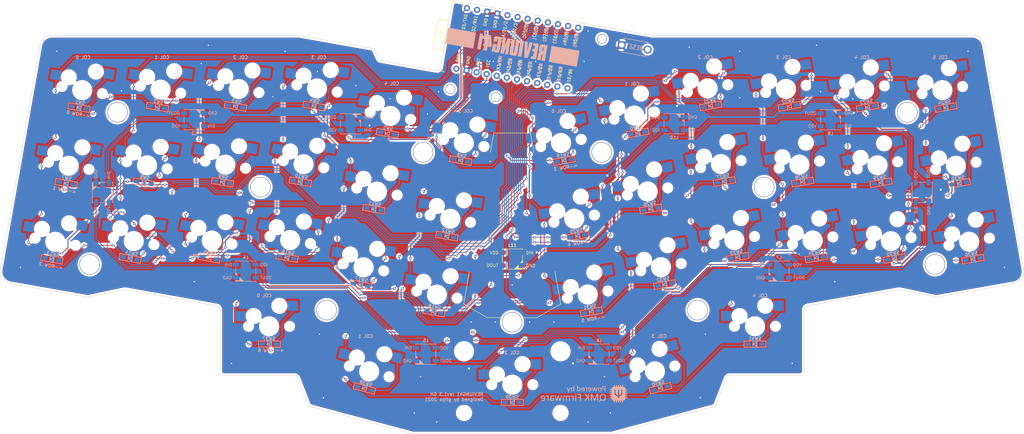
<source format=kicad_pcb>
(kicad_pcb (version 20171130) (host pcbnew "(5.1.9-0-10_14)")
  (title_block (title REVIUNG41) (date 2021-05-10) (rev 1.3))
  (layers (0 F.Cu signal) (31 B.Cu signal) (34 B.Paste user) (35 F.Paste user) (36 B.SilkS user) (37 F.SilkS user) (38 B.Mask user) (39 F.Mask user) (44 Edge.Cuts user))
  (net 0 "")
  (net 1 "Net-(D1-Pad2)")
  (net 2 row0)
  (net 3 "Net-(D2-Pad2)")
  (net 4 "Net-(D3-Pad2)")
  (net 5 "Net-(D4-Pad2)")
  (net 6 "Net-(D5-Pad2)")
  (net 7 "Net-(D6-Pad2)")
  (net 8 row1)
  (net 9 "Net-(D7-Pad2)")
  (net 10 "Net-(D8-Pad2)")
  (net 11 "Net-(D9-Pad2)")
  (net 12 "Net-(D10-Pad2)")
  (net 13 "Net-(D11-Pad2)")
  (net 14 "Net-(D12-Pad2)")
  (net 15 row2)
  (net 16 "Net-(D13-Pad2)")
  (net 17 "Net-(D14-Pad2)")
  (net 18 "Net-(D15-Pad2)")
  (net 19 "Net-(D16-Pad2)")
  (net 20 "Net-(D17-Pad2)")
  (net 21 "Net-(D18-Pad2)")
  (net 22 row3)
  (net 23 "Net-(D19-Pad2)")
  (net 24 "Net-(D20-Pad2)")
  (net 25 "Net-(D21-Pad2)")
  (net 26 "Net-(D22-Pad2)")
  (net 27 "Net-(D23-Pad2)")
  (net 28 "Net-(D24-Pad2)")
  (net 29 row4)
  (net 30 "Net-(D25-Pad2)")
  (net 31 "Net-(D26-Pad2)")
  (net 32 "Net-(D27-Pad2)")
  (net 33 "Net-(D28-Pad2)")
  (net 34 "Net-(D29-Pad2)")
  (net 35 "Net-(D30-Pad2)")
  (net 36 row5)
  (net 37 "Net-(D31-Pad2)")
  (net 38 "Net-(D32-Pad2)")
  (net 39 "Net-(D33-Pad2)")
  (net 40 "Net-(D34-Pad2)")
  (net 41 "Net-(D35-Pad2)")
  (net 42 "Net-(D36-Pad2)")
  (net 43 row6)
  (net 44 "Net-(D37-Pad2)")
  (net 45 "Net-(D38-Pad2)")
  (net 46 "Net-(D39-Pad2)")
  (net 47 "Net-(D40-Pad2)")
  (net 48 "Net-(D41-Pad2)")
  (net 49 LED)
  (net 50 VCC)
  (net 51 GND)
  (net 52 col0)
  (net 53 col1)
  (net 54 col2)
  (net 55 col3)
  (net 56 col4)
  (net 57 col5)
  (net 58 reset)
  (net 59 "Net-(L1-Pad2)")
  (net 60 "Net-(L2-Pad2)")
  (net 61 "Net-(L3-Pad2)")
  (net 62 "Net-(L4-Pad2)")
  (net 63 "Net-(L5-Pad2)")
  (net 64 "Net-(L6-Pad2)")
  (net 65 "Net-(L7-Pad2)")
  (net 66 "Net-(L8-Pad2)")
  (net 67 "Net-(L10-Pad4)")
  (net 68 "Net-(L10-Pad2)")
  (module _reviung-kbd:MXOnly-1U-Hotswap (layer F.Cu) (at 132.71 85.19 350)
    (fp_text reference SW6)
    (fp_text value SW_PUSH)
    (fp_text user %R (at 0 3.048 170) (layer B.SilkS) (effects (font (size 0.8 0.8)) (justify mirror)))
    (pad "" np_thru_hole circle (at 2.54 -5.08 350) (size 3 3) (drill 3) (layers *.Cu *.Mask))
    (pad "" np_thru_hole circle (at 0 0 350) (size 3.9878 3.9878) (drill 3.9878) (layers *.Cu *.Mask))
    (pad "" np_thru_hole circle (at -3.81 -2.54 350) (size 3 3) (drill 3) (layers *.Cu *.Mask))
    (pad "" np_thru_hole circle (at -5.08 0 38.0996) (size 1.75 1.75) (drill 1.75) (layers *.Cu *.Mask))
    (pad "" np_thru_hole circle (at 5.08 0 38.0996) (size 1.75 1.75) (drill 1.75) (layers *.Cu *.Mask))
    (pad 1 smd rect (at -7.085 -2.54 350) (size 2.55 2.5) (layers B.Cu B.Paste B.Mask) (net 57 col5))
    (pad 2 smd rect (at 5.842 -5.08 350) (size 2.55 2.5) (layers B.Cu B.Paste B.Mask) (net 7 "Net-(D6-Pad2)"))
  )
  (module _reviung-kbd:QMK-x4-ver1 (layer B.Cu) (at 162.5 147.25 180)
    (fp_text reference G*** hide)
    (fp_text value LOGO hide)
  )
  (module _reviung-kbd:reviung41-bsilk-center-x4-ver1 (layer B.Cu) (at 144.74 61.49 170)
    (fp_text reference G*** hide)
    (fp_text value LOGO hide)
  )
  (module _reviung-kbd:HOLE_2.2mm (layer F.Cu) (at 129.39 71.86)
    (fp_text reference H12)
    (fp_text value H12)
    (pad "" np_thru_hole circle (at 0 0) (size 2.4 2.4) (drill 2.2) (layers *.Cu *.Mask))
  )
  (module _reviung-kbd:HOLE_2.2mm (layer F.Cu) (at 140.63 73.86)
    (fp_text reference H13)
    (fp_text value H13)
    (pad "" np_thru_hole circle (at 0 0) (size 2.4 2.4) (drill 2.2) (layers *.Cu *.Mask))
  )
  (module _reviung-kbd:HOLE_2.2mm (layer F.Cu) (at 166.93 59.42)
    (fp_text reference H14)
    (fp_text value H14)
    (pad "" np_thru_hole circle (at 0 0) (size 2.4 2.4) (drill 2.2) (layers *.Cu *.Mask))
  )
  (module _reviung-kbd:HOLE (layer F.Cu) (at 122.62 87.48)
    (fp_text reference H5)
    (fp_text value H5)
    (pad "" np_thru_hole circle (at 0 0) (size 5 5) (drill 4.8) (layers *.Cu *.Mask))
  )
  (module _reviung-kbd:HOLE (layer F.Cu) (at 166.84 87.48)
    (fp_text reference H7)
    (fp_text value H7)
    (pad "" np_thru_hole circle (at 0 0) (size 5 5) (drill 4.8) (layers *.Cu *.Mask))
  )
  (module _reviung-kbd:HOLE (layer F.Cu) (at 242.47 77.58)
    (fp_text reference H11)
    (fp_text value H11)
    (pad "" np_thru_hole circle (at 0 0) (size 5 5) (drill 4.8) (layers *.Cu *.Mask))
  )
  (module _reviung-kbd:HOLE (layer F.Cu) (at 249.32 115.24)
    (fp_text reference H10)
    (fp_text value H10)
    (pad "" np_thru_hole circle (at 0 0) (size 5 5) (drill 4.8) (layers *.Cu *.Mask))
  )
  (module _reviung-kbd:HOLE (layer F.Cu) (at 207.05 96.09)
    (fp_text reference H9)
    (fp_text value H9)
    (pad "" np_thru_hole circle (at 0 0) (size 5 5) (drill 4.8) (layers *.Cu *.Mask))
  )
  (module _reviung-kbd:HOLE (layer F.Cu) (at 190.56 126.53)
    (fp_text reference H8)
    (fp_text value H8)
    (pad "" np_thru_hole circle (at 0 0) (size 5 5) (drill 4.8) (layers *.Cu *.Mask))
  )
  (module _reviung-kbd:HOLE (layer F.Cu) (at 144.66 129.53)
    (fp_text reference H6)
    (fp_text value H6)
    (pad "" np_thru_hole circle (at 0 0) (size 5 5) (drill 4.8) (layers *.Cu *.Mask))
  )
  (module _reviung-kbd:HOLE (layer F.Cu) (at 98.77 126.53)
    (fp_text reference H4)
    (fp_text value H4)
    (pad "" np_thru_hole circle (at 0 0) (size 5 5) (drill 4.8) (layers *.Cu *.Mask))
  )
  (module _reviung-kbd:HOLE (layer F.Cu) (at 82.4 96.1)
    (fp_text reference H3)
    (fp_text value H3)
    (pad "" np_thru_hole circle (at 0 0) (size 5 5) (drill 4.8) (layers *.Cu *.Mask))
  )
  (module _reviung-kbd:HOLE (layer F.Cu) (at 40.13 115.24)
    (fp_text reference H2)
    (fp_text value H2)
    (pad "" np_thru_hole circle (at 0 0) (size 5 5) (drill 4.8) (layers *.Cu *.Mask))
  )
  (module _reviung-kbd:HOLE (layer F.Cu) (at 47.01 77.59)
    (fp_text reference H1)
    (fp_text value H1)
    (pad "" np_thru_hole circle (at 0 0) (size 5 5) (drill 4.8) (layers *.Cu *.Mask))
  )
  (module _reviung-kbd:MXOnly-1U-Hotswap (layer F.Cu) (at 204.77 130.55)
    (fp_text reference SW41)
    (fp_text value SW_PUSH)
    (fp_text user %R (at 0 3.048) (layer B.SilkS) (effects (font (size 0.8 0.8)) (justify mirror)))
    (pad "" np_thru_hole circle (at 2.54 -5.08) (size 3 3) (drill 3) (layers *.Cu *.Mask))
    (pad "" np_thru_hole circle (at 0 0) (size 3.9878 3.9878) (drill 3.9878) (layers *.Cu *.Mask))
    (pad "" np_thru_hole circle (at -3.81 -2.54) (size 3 3) (drill 3) (layers *.Cu *.Mask))
    (pad "" np_thru_hole circle (at -5.08 0 48.0996) (size 1.75 1.75) (drill 1.75) (layers *.Cu *.Mask))
    (pad "" np_thru_hole circle (at 5.08 0 48.0996) (size 1.75 1.75) (drill 1.75) (layers *.Cu *.Mask))
    (pad 1 smd rect (at -7.085 -2.54) (size 2.55 2.5) (layers B.Cu B.Paste B.Mask) (net 56 col4))
    (pad 2 smd rect (at 5.842 -5.08) (size 2.55 2.5) (layers B.Cu B.Paste B.Mask) (net 48 "Net-(D41-Pad2)"))
  )
  (module _reviung-kbd:MXOnly-1U-Hotswap (layer F.Cu) (at 181.52 115.93 10)
    (fp_text reference SW32)
    (fp_text value SW_PUSH)
    (fp_text user %R (at 0 3.048 10) (layer B.SilkS) (effects (font (size 0.8 0.8)) (justify mirror)))
    (pad 2 smd rect (at 5.842 -5.08 10) (size 2.55 2.5) (layers B.Cu B.Paste B.Mask) (net 38 "Net-(D32-Pad2)"))
    (pad 1 smd rect (at -7.085 -2.54 10) (size 2.55 2.5) (layers B.Cu B.Paste B.Mask) (net 53 col1))
    (pad "" np_thru_hole circle (at 5.08 0 58.0996) (size 1.75 1.75) (drill 1.75) (layers *.Cu *.Mask))
    (pad "" np_thru_hole circle (at -5.08 0 58.0996) (size 1.75 1.75) (drill 1.75) (layers *.Cu *.Mask))
    (pad "" np_thru_hole circle (at -3.81 -2.54 10) (size 3 3) (drill 3) (layers *.Cu *.Mask))
    (pad "" np_thru_hole circle (at 0 0 10) (size 3.9878 3.9878) (drill 3.9878) (layers *.Cu *.Mask))
    (pad "" np_thru_hole circle (at 2.54 -5.08 10) (size 3 3) (drill 3) (layers *.Cu *.Mask))
  )
  (module _reviung-kbd:MXOnly-1U-Hotswap (layer F.Cu) (at 77.02 71.83 350)
    (fp_text reference SW3)
    (fp_text value SW_PUSH)
    (fp_text user %R (at 0 3.048 170) (layer B.SilkS) (effects (font (size 0.8 0.8)) (justify mirror)))
    (pad 2 smd rect (at 5.842 -5.08 350) (size 2.55 2.5) (layers B.Cu B.Paste B.Mask) (net 4 "Net-(D3-Pad2)"))
    (pad 1 smd rect (at -7.085 -2.54 350) (size 2.55 2.5) (layers B.Cu B.Paste B.Mask) (net 54 col2))
    (pad "" np_thru_hole circle (at 5.08 0 38.0996) (size 1.75 1.75) (drill 1.75) (layers *.Cu *.Mask))
    (pad "" np_thru_hole circle (at -5.08 0 38.0996) (size 1.75 1.75) (drill 1.75) (layers *.Cu *.Mask))
    (pad "" np_thru_hole circle (at -3.81 -2.54 350) (size 3 3) (drill 3) (layers *.Cu *.Mask))
    (pad "" np_thru_hole circle (at 0 0 350) (size 3.9878 3.9878) (drill 3.9878) (layers *.Cu *.Mask))
    (pad "" np_thru_hole circle (at 2.54 -5.08 350) (size 3 3) (drill 3) (layers *.Cu *.Mask))
  )
  (module _reviung-kbd:LED_WS2812B_PLCC4_5.0x5.0mm_P3.2mm (layer F.Cu) (at 144.75 113.91)
    (fp_text reference L11 (at 0 -3.4) (layer F.SilkS) (effects (font (size 0.75 0.75))))
    (fp_text value WS2812B)
    (fp_text user DOUT (at -4.95 1.6) (layer F.SilkS) (effects (font (size 0.75 0.75) (thickness 0.1))))
    (fp_text user VDD (at -4.5 -1.55) (layer F.SilkS) (effects (font (size 0.75 0.75) (thickness 0.1))))
    (fp_text user DIN (at 4.3 -1.55) (layer F.SilkS) (effects (font (size 0.75 0.75) (thickness 0.1))))
    (fp_text user GND (at 4.55 1.64) (layer F.SilkS) (effects (font (size 0.75 0.75) (thickness 0.1))))
    (pad 3 smd rect (at 2.45 1.6) (size 1.5 1) (layers F.Cu F.Paste F.Mask) (net 51 GND))
    (pad 4 smd rect (at 2.45 -1.6) (size 1.5 1) (layers F.Cu F.Paste F.Mask) (net 68 "Net-(L10-Pad2)"))
    (pad 2 smd rect (at -2.45 1.6) (size 1.5 1) (layers F.Cu F.Paste F.Mask))
    (pad 1 smd rect (at -2.45 -1.6) (size 1.5 1) (layers F.Cu F.Paste F.Mask) (net 50 VCC))
  )
  (module _reviung-kbd:LED_WS2812B_PLCC4_5.0x5.0mm_P3.2mm (layer B.Cu) (at 184.78 80.44)
    (fp_text reference L10 (at 0 3.4) (layer B.SilkS) (effects (font (size 0.75 0.75)) (justify mirror)))
    (fp_text value WS2812B)
    (fp_text user DOUT (at -4.95 -1.6) (layer B.SilkS) (effects (font (size 0.75 0.75) (thickness 0.1)) (justify mirror)))
    (fp_text user VDD (at -4.5 1.55) (layer B.SilkS) (effects (font (size 0.75 0.75) (thickness 0.1)) (justify mirror)))
    (fp_text user DIN (at 4.3 1.55) (layer B.SilkS) (effects (font (size 0.75 0.75) (thickness 0.1)) (justify mirror)))
    (fp_text user GND (at 4.55 -1.64) (layer B.SilkS) (effects (font (size 0.75 0.75) (thickness 0.1)) (justify mirror)))
    (pad 3 smd rect (at 2.45 -1.6) (size 1.5 1) (layers B.Cu B.Paste B.Mask) (net 51 GND))
    (pad 4 smd rect (at 2.45 1.6) (size 1.5 1) (layers B.Cu B.Paste B.Mask) (net 67 "Net-(L10-Pad4)"))
    (pad 2 smd rect (at -2.45 -1.6) (size 1.5 1) (layers B.Cu B.Paste B.Mask) (net 68 "Net-(L10-Pad2)"))
    (pad 1 smd rect (at -2.45 1.6) (size 1.5 1) (layers B.Cu B.Paste B.Mask) (net 50 VCC))
  )
  (module _reviung-kbd:LED_WS2812B_PLCC4_5.0x5.0mm_P3.2mm (layer B.Cu) (at 223.47 79.45)
    (fp_text reference L9 (at 0 3.4) (layer B.SilkS) (effects (font (size 0.75 0.75)) (justify mirror)))
    (fp_text value WS2812B)
    (fp_text user DOUT (at -4.95 -1.6) (layer B.SilkS) (effects (font (size 0.75 0.75) (thickness 0.1)) (justify mirror)))
    (fp_text user VDD (at -4.5 1.55) (layer B.SilkS) (effects (font (size 0.75 0.75) (thickness 0.1)) (justify mirror)))
    (fp_text user DIN (at 4.3 1.55) (layer B.SilkS) (effects (font (size 0.75 0.75) (thickness 0.1)) (justify mirror)))
    (fp_text user GND (at 4.55 -1.64) (layer B.SilkS) (effects (font (size 0.75 0.75) (thickness 0.1)) (justify mirror)))
    (pad 3 smd rect (at 2.45 -1.6) (size 1.5 1) (layers B.Cu B.Paste B.Mask) (net 51 GND))
    (pad 4 smd rect (at 2.45 1.6) (size 1.5 1) (layers B.Cu B.Paste B.Mask) (net 66 "Net-(L8-Pad2)"))
    (pad 2 smd rect (at -2.45 -1.6) (size 1.5 1) (layers B.Cu B.Paste B.Mask) (net 67 "Net-(L10-Pad4)"))
    (pad 1 smd rect (at -2.45 1.6) (size 1.5 1) (layers B.Cu B.Paste B.Mask) (net 50 VCC))
  )
  (module _reviung-kbd:LED_WS2812B_PLCC4_5.0x5.0mm_P3.2mm (layer B.Cu) (at 246.15 97.44 270)
    (fp_text reference L8 (at 0 3.4 90) (layer B.SilkS) (effects (font (size 0.75 0.75)) (justify mirror)))
    (fp_text value WS2812B)
    (fp_text user DOUT (at -4.95 -1.6 90) (layer B.SilkS) (effects (font (size 0.75 0.75) (thickness 0.1)) (justify mirror)))
    (fp_text user VDD (at -4.5 1.55 90) (layer B.SilkS) (effects (font (size 0.75 0.75) (thickness 0.1)) (justify mirror)))
    (fp_text user DIN (at 4.3 1.55 90) (layer B.SilkS) (effects (font (size 0.75 0.75) (thickness 0.1)) (justify mirror)))
    (fp_text user GND (at 4.55 -1.64 90) (layer B.SilkS) (effects (font (size 0.75 0.75) (thickness 0.1)) (justify mirror)))
    (pad 3 smd rect (at 2.45 -1.6 270) (size 1.5 1) (layers B.Cu B.Paste B.Mask) (net 51 GND))
    (pad 4 smd rect (at 2.45 1.6 270) (size 1.5 1) (layers B.Cu B.Paste B.Mask) (net 65 "Net-(L7-Pad2)"))
    (pad 2 smd rect (at -2.45 -1.6 270) (size 1.5 1) (layers B.Cu B.Paste B.Mask) (net 66 "Net-(L8-Pad2)"))
    (pad 1 smd rect (at -2.45 1.6 270) (size 1.5 1) (layers B.Cu B.Paste B.Mask) (net 50 VCC))
  )
  (module _reviung-kbd:LED_WS2812B_PLCC4_5.0x5.0mm_P3.2mm (layer B.Cu) (at 210.74 116.91 180)
    (fp_text reference L7 (at 0 3.4) (layer B.SilkS) (effects (font (size 0.75 0.75)) (justify mirror)))
    (fp_text value WS2812B)
    (fp_text user DOUT (at -4.95 -1.6) (layer B.SilkS) (effects (font (size 0.75 0.75) (thickness 0.1)) (justify mirror)))
    (fp_text user VDD (at -4.5 1.55) (layer B.SilkS) (effects (font (size 0.75 0.75) (thickness 0.1)) (justify mirror)))
    (fp_text user DIN (at 4.3 1.55) (layer B.SilkS) (effects (font (size 0.75 0.75) (thickness 0.1)) (justify mirror)))
    (fp_text user GND (at 4.55 -1.64) (layer B.SilkS) (effects (font (size 0.75 0.75) (thickness 0.1)) (justify mirror)))
    (pad 3 smd rect (at 2.45 -1.6 180) (size 1.5 1) (layers B.Cu B.Paste B.Mask) (net 51 GND))
    (pad 4 smd rect (at 2.45 1.6 180) (size 1.5 1) (layers B.Cu B.Paste B.Mask) (net 64 "Net-(L6-Pad2)"))
    (pad 2 smd rect (at -2.45 -1.6 180) (size 1.5 1) (layers B.Cu B.Paste B.Mask) (net 65 "Net-(L7-Pad2)"))
    (pad 1 smd rect (at -2.45 1.6 180) (size 1.5 1) (layers B.Cu B.Paste B.Mask) (net 50 VCC))
  )
  (module _reviung-kbd:LED_WS2812B_PLCC4_5.0x5.0mm_P3.2mm (layer B.Cu) (at 166.19 137.44 180)
    (fp_text reference L6 (at 0 3.4) (layer B.SilkS) (effects (font (size 0.75 0.75)) (justify mirror)))
    (fp_text value WS2812B)
    (fp_text user DOUT (at -4.95 -1.6) (layer B.SilkS) (effects (font (size 0.75 0.75) (thickness 0.1)) (justify mirror)))
    (fp_text user VDD (at -4.5 1.55) (layer B.SilkS) (effects (font (size 0.75 0.75) (thickness 0.1)) (justify mirror)))
    (fp_text user DIN (at 4.3 1.55) (layer B.SilkS) (effects (font (size 0.75 0.75) (thickness 0.1)) (justify mirror)))
    (fp_text user GND (at 4.55 -1.64) (layer B.SilkS) (effects (font (size 0.75 0.75) (thickness 0.1)) (justify mirror)))
    (pad 3 smd rect (at 2.45 -1.6 180) (size 1.5 1) (layers B.Cu B.Paste B.Mask) (net 51 GND))
    (pad 4 smd rect (at 2.45 1.6 180) (size 1.5 1) (layers B.Cu B.Paste B.Mask) (net 63 "Net-(L5-Pad2)"))
    (pad 2 smd rect (at -2.45 -1.6 180) (size 1.5 1) (layers B.Cu B.Paste B.Mask) (net 64 "Net-(L6-Pad2)"))
    (pad 1 smd rect (at -2.45 1.6 180) (size 1.5 1) (layers B.Cu B.Paste B.Mask) (net 50 VCC))
  )
  (module _reviung-kbd:LED_WS2812B_PLCC4_5.0x5.0mm_P3.2mm (layer B.Cu) (at 123.31 137.46 180)
    (fp_text reference L5 (at 0 3.4) (layer B.SilkS) (effects (font (size 0.75 0.75)) (justify mirror)))
    (fp_text value WS2812B)
    (fp_text user DOUT (at -4.95 -1.6) (layer B.SilkS) (effects (font (size 0.75 0.75) (thickness 0.1)) (justify mirror)))
    (fp_text user VDD (at -4.5 1.55) (layer B.SilkS) (effects (font (size 0.75 0.75) (thickness 0.1)) (justify mirror)))
    (fp_text user DIN (at 4.3 1.55) (layer B.SilkS) (effects (font (size 0.75 0.75) (thickness 0.1)) (justify mirror)))
    (fp_text user GND (at 4.55 -1.64) (layer B.SilkS) (effects (font (size 0.75 0.75) (thickness 0.1)) (justify mirror)))
    (pad 3 smd rect (at 2.45 -1.6 180) (size 1.5 1) (layers B.Cu B.Paste B.Mask) (net 51 GND))
    (pad 4 smd rect (at 2.45 1.6 180) (size 1.5 1) (layers B.Cu B.Paste B.Mask) (net 62 "Net-(L4-Pad2)"))
    (pad 2 smd rect (at -2.45 -1.6 180) (size 1.5 1) (layers B.Cu B.Paste B.Mask) (net 63 "Net-(L5-Pad2)"))
    (pad 1 smd rect (at -2.45 1.6 180) (size 1.5 1) (layers B.Cu B.Paste B.Mask) (net 50 VCC))
  )
  (module _reviung-kbd:LED_WS2812B_PLCC4_5.0x5.0mm_P3.2mm (layer B.Cu) (at 78.76 116.91 180)
    (fp_text reference L4 (at 0 3.4) (layer B.SilkS) (effects (font (size 0.75 0.75)) (justify mirror)))
    (fp_text value WS2812B)
    (fp_text user DOUT (at -4.95 -1.6) (layer B.SilkS) (effects (font (size 0.75 0.75) (thickness 0.1)) (justify mirror)))
    (fp_text user VDD (at -4.5 1.55) (layer B.SilkS) (effects (font (size 0.75 0.75) (thickness 0.1)) (justify mirror)))
    (fp_text user DIN (at 4.3 1.55) (layer B.SilkS) (effects (font (size 0.75 0.75) (thickness 0.1)) (justify mirror)))
    (fp_text user GND (at 4.55 -1.64) (layer B.SilkS) (effects (font (size 0.75 0.75) (thickness 0.1)) (justify mirror)))
    (pad 3 smd rect (at 2.45 -1.6 180) (size 1.5 1) (layers B.Cu B.Paste B.Mask) (net 51 GND))
    (pad 4 smd rect (at 2.45 1.6 180) (size 1.5 1) (layers B.Cu B.Paste B.Mask) (net 61 "Net-(L3-Pad2)"))
    (pad 2 smd rect (at -2.45 -1.6 180) (size 1.5 1) (layers B.Cu B.Paste B.Mask) (net 62 "Net-(L4-Pad2)"))
    (pad 1 smd rect (at -2.45 1.6 180) (size 1.5 1) (layers B.Cu B.Paste B.Mask) (net 50 VCC))
  )
  (module _reviung-kbd:LED_WS2812B_PLCC4_5.0x5.0mm_P3.2mm (layer B.Cu) (at 43.32 97.45 90)
    (fp_text reference L3 (at 0 3.4 90) (layer B.SilkS) (effects (font (size 0.75 0.75)) (justify mirror)))
    (fp_text value WS2812B)
    (fp_text user GND (at 4.55 -1.64 90) (layer B.SilkS) (effects (font (size 0.75 0.75) (thickness 0.1)) (justify mirror)))
    (fp_text user DIN (at 4.3 1.55 90) (layer B.SilkS) (effects (font (size 0.75 0.75) (thickness 0.1)) (justify mirror)))
    (fp_text user VDD (at -4.5 1.55 90) (layer B.SilkS) (effects (font (size 0.75 0.75) (thickness 0.1)) (justify mirror)))
    (fp_text user DOUT (at -4.95 -1.6 90) (layer B.SilkS) (effects (font (size 0.75 0.75) (thickness 0.1)) (justify mirror)))
    (pad 1 smd rect (at -2.45 1.6 90) (size 1.5 1) (layers B.Cu B.Paste B.Mask) (net 50 VCC))
    (pad 2 smd rect (at -2.45 -1.6 90) (size 1.5 1) (layers B.Cu B.Paste B.Mask) (net 61 "Net-(L3-Pad2)"))
    (pad 4 smd rect (at 2.45 1.6 90) (size 1.5 1) (layers B.Cu B.Paste B.Mask) (net 60 "Net-(L2-Pad2)"))
    (pad 3 smd rect (at 2.45 -1.6 90) (size 1.5 1) (layers B.Cu B.Paste B.Mask) (net 51 GND))
  )
  (module _reviung-kbd:LED_WS2812B_PLCC4_5.0x5.0mm_P3.2mm (layer B.Cu) (at 65.99 79.43)
    (fp_text reference L2 (at 0 3.4) (layer B.SilkS) (effects (font (size 0.75 0.75)) (justify mirror)))
    (fp_text value WS2812B)
    (fp_text user DOUT (at -4.95 -1.6) (layer B.SilkS) (effects (font (size 0.75 0.75) (thickness 0.1)) (justify mirror)))
    (fp_text user VDD (at -4.5 1.55) (layer B.SilkS) (effects (font (size 0.75 0.75) (thickness 0.1)) (justify mirror)))
    (fp_text user DIN (at 4.3 1.55) (layer B.SilkS) (effects (font (size 0.75 0.75) (thickness 0.1)) (justify mirror)))
    (fp_text user GND (at 4.55 -1.64) (layer B.SilkS) (effects (font (size 0.75 0.75) (thickness 0.1)) (justify mirror)))
    (pad 3 smd rect (at 2.45 -1.6) (size 1.5 1) (layers B.Cu B.Paste B.Mask) (net 51 GND))
    (pad 4 smd rect (at 2.45 1.6) (size 1.5 1) (layers B.Cu B.Paste B.Mask) (net 59 "Net-(L1-Pad2)"))
    (pad 2 smd rect (at -2.45 -1.6) (size 1.5 1) (layers B.Cu B.Paste B.Mask) (net 60 "Net-(L2-Pad2)"))
    (pad 1 smd rect (at -2.45 1.6) (size 1.5 1) (layers B.Cu B.Paste B.Mask) (net 50 VCC))
  )
  (module _reviung-kbd:LED_WS2812B_PLCC4_5.0x5.0mm_P3.2mm (layer B.Cu) (at 104.68 80.45)
    (fp_text reference L1 (at 0.59 3.36) (layer B.SilkS) (effects (font (size 0.75 0.75)) (justify mirror)))
    (fp_text value WS2812B)
    (fp_text user DOUT (at -4.95 -1.6) (layer B.SilkS) (effects (font (size 0.75 0.75) (thickness 0.1)) (justify mirror)))
    (fp_text user VDD (at -4.5 1.55) (layer B.SilkS) (effects (font (size 0.75 0.75) (thickness 0.1)) (justify mirror)))
    (fp_text user DIN (at 4.3 1.55) (layer B.SilkS) (effects (font (size 0.75 0.75) (thickness 0.1)) (justify mirror)))
    (fp_text user GND (at 4.55 -1.64) (layer B.SilkS) (effects (font (size 0.75 0.75) (thickness 0.1)) (justify mirror)))
    (pad 3 smd rect (at 2.45 -1.6) (size 1.5 1) (layers B.Cu B.Paste B.Mask) (net 51 GND))
    (pad 4 smd rect (at 2.45 1.6) (size 1.5 1) (layers B.Cu B.Paste B.Mask) (net 49 LED))
    (pad 2 smd rect (at -2.45 -1.6) (size 1.5 1) (layers B.Cu B.Paste B.Mask) (net 59 "Net-(L1-Pad2)"))
    (pad 1 smd rect (at -2.45 1.6) (size 1.5 1) (layers B.Cu B.Paste B.Mask) (net 50 VCC))
  )
  (module _reviung-kbd:MXOnly-1U-Hotswap (layer F.Cu) (at 235.1 90.71 10)
    (fp_text reference SW29)
    (fp_text value SW_PUSH)
    (fp_text user %R (at 0 3.048 10) (layer B.SilkS) (effects (font (size 0.8 0.8)) (justify mirror)))
    (pad 2 smd rect (at 5.842 -5.08 10) (size 2.55 2.5) (layers B.Cu B.Paste B.Mask) (net 34 "Net-(D29-Pad2)"))
    (pad 1 smd rect (at -7.085 -2.54 10) (size 2.55 2.5) (layers B.Cu B.Paste B.Mask) (net 56 col4))
    (pad "" np_thru_hole circle (at 5.08 0 58.0996) (size 1.75 1.75) (drill 1.75) (layers *.Cu *.Mask))
    (pad "" np_thru_hole circle (at -5.08 0 58.0996) (size 1.75 1.75) (drill 1.75) (layers *.Cu *.Mask))
    (pad "" np_thru_hole circle (at -3.81 -2.54 10) (size 3 3) (drill 3) (layers *.Cu *.Mask))
    (pad "" np_thru_hole circle (at 0 0 10) (size 3.9878 3.9878) (drill 3.9878) (layers *.Cu *.Mask))
    (pad "" np_thru_hole circle (at 2.54 -5.08 10) (size 3 3) (drill 3) (layers *.Cu *.Mask))
  )
  (module _reviung-kbd:MXOnly-1U-Hotswap (layer F.Cu) (at 254.49 90.83 10)
    (fp_text reference SW30)
    (fp_text value SW_PUSH)
    (fp_text user %R (at 0 3.048 10) (layer B.SilkS) (effects (font (size 0.8 0.8)) (justify mirror)))
    (pad "" np_thru_hole circle (at 2.54 -5.08 10) (size 3 3) (drill 3) (layers *.Cu *.Mask))
    (pad "" np_thru_hole circle (at 0 0 10) (size 3.9878 3.9878) (drill 3.9878) (layers *.Cu *.Mask))
    (pad "" np_thru_hole circle (at -3.81 -2.54 10) (size 3 3) (drill 3) (layers *.Cu *.Mask))
    (pad "" np_thru_hole circle (at -5.08 0 58.0996) (size 1.75 1.75) (drill 1.75) (layers *.Cu *.Mask))
    (pad "" np_thru_hole circle (at 5.08 0 58.0996) (size 1.75 1.75) (drill 1.75) (layers *.Cu *.Mask))
    (pad 1 smd rect (at -7.085 -2.54 10) (size 2.55 2.5) (layers B.Cu B.Paste B.Mask) (net 57 col5))
    (pad 2 smd rect (at 5.842 -5.08 10) (size 2.55 2.5) (layers B.Cu B.Paste B.Mask) (net 35 "Net-(D30-Pad2)"))
  )
  (module _reviung-kbd:ProMicro (layer F.Cu) (at 146.45 61.82 80)
    (fp_text reference U1 hide)
    (fp_text value ProMicro hide)
    (fp_text user USB (at 0 -19.8 80) (layer F.SilkS) (effects (font (size 0.75 0.75) (thickness 0.12))))
    (fp_text user B4/8 (at 4.705 10.8 80 unlocked) (layer F.SilkS) (effects (font (size 0.75 0.67) (thickness 0.125))))
    (fp_text user D2/RX1 (at 4.155 -11.9 80 unlocked) (layer F.SilkS) (effects (font (size 0.75 0.67) (thickness 0.125))))
    (fp_text user B5/9 (at 4.705 13.3 80 unlocked) (layer F.SilkS) (effects (font (size 0.75 0.67) (thickness 0.125))))
    (fp_text user C6/5 (at 4.705 3.15 80 unlocked) (layer F.SilkS) (effects (font (size 0.75 0.67) (thickness 0.125))))
    (fp_text user SCL/D0/3 (at 3.455 -1.9 80 unlocked) (layer F.SilkS) (effects (font (size 0.75 0.67) (thickness 0.125))))
    (fp_text user SDA/D1/2 (at 3.455 -4.4 80 unlocked) (layer F.SilkS) (effects (font (size 0.75 0.67) (thickness 0.125))))
    (fp_text user D4/4 (at 4.705 0.6 80 unlocked) (layer F.SilkS) (effects (font (size 0.75 0.67) (thickness 0.125))))
    (fp_text user D3/TX0 (at 4.155 -14.45 80 unlocked) (layer F.SilkS) (effects (font (size 0.75 0.67) (thickness 0.125))))
    (fp_text user GND (at 4.955 -6.9 80 unlocked) (layer F.SilkS) (effects (font (size 0.75 0.67) (thickness 0.125))))
    (fp_text user GND (at 4.955 -9.35 80 unlocked) (layer F.SilkS) (effects (font (size 0.75 0.67) (thickness 0.125))))
    (fp_text user D7/6 (at 4.705 5.7 80 unlocked) (layer F.SilkS) (effects (font (size 0.75 0.67) (thickness 0.125))))
    (fp_text user E6/7 (at 4.705 8.25 80 unlocked) (layer F.SilkS) (effects (font (size 0.75 0.67) (thickness 0.125))))
    (fp_text user 16/B2 (at -4.395 10.95 80 unlocked) (layer F.SilkS) (effects (font (size 0.75 0.67) (thickness 0.125))))
    (fp_text user 10/B6 (at -4.395 13.45 80 unlocked) (layer F.SilkS) (effects (font (size 0.75 0.67) (thickness 0.125))))
    (fp_text user 14/B3 (at -4.395 8.4 80 unlocked) (layer F.SilkS) (effects (font (size 0.75 0.67) (thickness 0.125))))
    (fp_text user 15/B1 (at -4.395 5.85 80 unlocked) (layer F.SilkS) (effects (font (size 0.75 0.67) (thickness 0.125))))
    (fp_text user A0/F7 (at -4.395 3.3 80 unlocked) (layer F.SilkS) (effects (font (size 0.75 0.67) (thickness 0.125))))
    (fp_text user A1/F6 (at -4.395 0.75 80 unlocked) (layer F.SilkS) (effects (font (size 0.75 0.67) (thickness 0.125))))
    (fp_text user A2/F5 (at -4.395 -1.75 80 unlocked) (layer F.SilkS) (effects (font (size 0.75 0.67) (thickness 0.125))))
    (fp_text user A3/F4 (at -4.395 -4.25 80 unlocked) (layer F.SilkS) (effects (font (size 0.75 0.67) (thickness 0.125))))
    (fp_text user VCC (at -4.995 -6.95 80 unlocked) (layer F.SilkS) (effects (font (size 0.75 0.67) (thickness 0.125))))
    (fp_text user RST (at -4.995 -9.4 80 unlocked) (layer F.SilkS) (effects (font (size 0.75 0.67) (thickness 0.125))))
    (fp_text user GND (at -4.995 -11.95 80 unlocked) (layer F.SilkS) (effects (font (size 0.75 0.67) (thickness 0.125))))
    (fp_text user RAW (at -4.995 -14.5 80 unlocked) (layer F.SilkS) (effects (font (size 0.75 0.67) (thickness 0.125))))
    (fp_text user "" (at -0.545 -20.1 80) (layer F.SilkS))
    (fp_text user "" (at -1.2515 -16.256 80) (layer B.SilkS) (effects (justify mirror)))
    (pad 1 thru_hole circle (at 7.6114 -14.478 80) (size 1.524 1.524) (drill 0.8128) (layers *.Cu *.Mask) (net 49 LED))
    (pad 2 thru_hole circle (at 7.6114 -11.938 80) (size 1.524 1.524) (drill 0.8128) (layers *.Cu *.Mask))
    (pad 3 thru_hole circle (at 7.6114 -9.398 80) (size 1.524 1.524) (drill 0.8128) (layers *.Cu *.Mask) (net 51 GND))
    (pad 4 thru_hole circle (at 7.6114 -6.858 80) (size 1.524 1.524) (drill 0.8128) (layers *.Cu *.Mask) (net 51 GND))
    (pad 5 thru_hole circle (at 7.6114 -4.318 80) (size 1.524 1.524) (drill 0.8128) (layers *.Cu *.Mask))
    (pad 6 thru_hole circle (at 7.6114 -1.778 80) (size 1.524 1.524) (drill 0.8128) (layers *.Cu *.Mask))
    (pad 7 thru_hole circle (at 7.6114 0.762 80) (size 1.524 1.524) (drill 0.8128) (layers *.Cu *.Mask) (net 52 col0))
    (pad 8 thru_hole circle (at 7.6114 3.302 80) (size 1.524 1.524) (drill 0.8128) (layers *.Cu *.Mask) (net 53 col1))
    (pad 9 thru_hole circle (at 7.6114 5.842 80) (size 1.524 1.524) (drill 0.8128) (layers *.Cu *.Mask) (net 54 col2))
    (pad 10 thru_hole circle (at 7.6114 8.382 80) (size 1.524 1.524) (drill 0.8128) (layers *.Cu *.Mask) (net 55 col3))
    (pad 11 thru_hole circle (at 7.6114 10.922 80) (size 1.524 1.524) (drill 0.8128) (layers *.Cu *.Mask) (net 56 col4))
    (pad 12 thru_hole circle (at 7.6114 13.462 80) (size 1.524 1.524) (drill 0.8128) (layers *.Cu *.Mask) (net 57 col5))
    (pad 13 thru_hole circle (at -7.6086 13.462 80) (size 1.524 1.524) (drill 0.8128) (layers *.Cu *.Mask))
    (pad 14 thru_hole circle (at -7.6086 10.922 80) (size 1.524 1.524) (drill 0.8128) (layers *.Cu *.Mask) (net 43 row6))
    (pad 15 thru_hole circle (at -7.6086 8.382 80) (size 1.524 1.524) (drill 0.8128) (layers *.Cu *.Mask) (net 36 row5))
    (pad 16 thru_hole circle (at -7.6086 5.842 80) (size 1.524 1.524) (drill 0.8128) (layers *.Cu *.Mask) (net 29 row4))
    (pad 17 thru_hole circle (at -7.6086 3.302 80) (size 1.524 1.524) (drill 0.8128) (layers *.Cu *.Mask) (net 22 row3))
    (pad 18 thru_hole circle (at -7.6086 0.762 80) (size 1.524 1.524) (drill 0.8128) (layers *.Cu *.Mask) (net 15 row2))
    (pad 19 thru_hole circle (at -7.6086 -1.778 80) (size 1.524 1.524) (drill 0.8128) (layers *.Cu *.Mask) (net 8 row1))
    (pad 20 thru_hole circle (at -7.6086 -4.318 80) (size 1.524 1.524) (drill 0.8128) (layers *.Cu *.Mask) (net 2 row0))
    (pad 21 thru_hole circle (at -7.6086 -6.858 80) (size 1.524 1.524) (drill 0.8128) (layers *.Cu *.Mask) (net 50 VCC))
    (pad 22 thru_hole circle (at -7.6086 -9.398 80) (size 1.524 1.524) (drill 0.8128) (layers *.Cu *.Mask) (net 58 reset))
    (pad 23 thru_hole circle (at -7.6086 -11.938 80) (size 1.524 1.524) (drill 0.8128) (layers *.Cu *.Mask) (net 51 GND))
    (pad 24 thru_hole circle (at -7.6086 -14.478 80) (size 1.524 1.524) (drill 0.8128) (layers *.Cu *.Mask))
  )
  (module _reviung-kbd:MXOnly-1U-Hotswap (layer F.Cu) (at 96.39 71.69 350)
    (fp_text reference SW4)
    (fp_text value SW_PUSH)
    (fp_text user %R (at 0 3.048 170) (layer B.SilkS) (effects (font (size 0.8 0.8)) (justify mirror)))
    (pad 2 smd rect (at 5.842 -5.08 350) (size 2.55 2.5) (layers B.Cu B.Paste B.Mask) (net 5 "Net-(D4-Pad2)"))
    (pad 1 smd rect (at -7.085 -2.54 350) (size 2.55 2.5) (layers B.Cu B.Paste B.Mask) (net 55 col3))
    (pad "" np_thru_hole circle (at 5.08 0 38.0996) (size 1.75 1.75) (drill 1.75) (layers *.Cu *.Mask))
    (pad "" np_thru_hole circle (at -5.08 0 38.0996) (size 1.75 1.75) (drill 1.75) (layers *.Cu *.Mask))
    (pad "" np_thru_hole circle (at -3.81 -2.54 350) (size 3 3) (drill 3) (layers *.Cu *.Mask))
    (pad "" np_thru_hole circle (at 0 0 350) (size 3.9878 3.9878) (drill 3.9878) (layers *.Cu *.Mask))
    (pad "" np_thru_hole circle (at 2.54 -5.08 350) (size 3 3) (drill 3) (layers *.Cu *.Mask))
  )
  (module _reviung-kbd:MXOnly-1U-Hotswap (layer F.Cu) (at 180.03 141.71 15)
    (fp_text reference SW40)
    (fp_text value SW_PUSH)
    (fp_text user %R (at 0 3.048 15) (layer B.SilkS) (effects (font (size 0.8 0.8)) (justify mirror)))
    (pad 2 smd rect (at 5.842 -5.08 15) (size 2.55 2.5) (layers B.Cu B.Paste B.Mask) (net 47 "Net-(D40-Pad2)"))
    (pad 1 smd rect (at -7.085 -2.54 15) (size 2.55 2.5) (layers B.Cu B.Paste B.Mask) (net 55 col3))
    (pad "" np_thru_hole circle (at 5.08 0 63.0996) (size 1.75 1.75) (drill 1.75) (layers *.Cu *.Mask))
    (pad "" np_thru_hole circle (at -5.08 0 63.0996) (size 1.75 1.75) (drill 1.75) (layers *.Cu *.Mask))
    (pad "" np_thru_hole circle (at -3.81 -2.54 15) (size 3 3) (drill 3) (layers *.Cu *.Mask))
    (pad "" np_thru_hole circle (at 0 0 15) (size 3.9878 3.9878) (drill 3.9878) (layers *.Cu *.Mask))
    (pad "" np_thru_hole circle (at 2.54 -5.08 15) (size 3 3) (drill 3) (layers *.Cu *.Mask))
  )
  (module _reviung-kbd:MXOnly-1U-Hotswap (layer F.Cu) (at 109.302261 141.714882 345)
    (fp_text reference SW38)
    (fp_text value SW_PUSH)
    (fp_text user %R (at 0 3.048 165) (layer B.SilkS) (effects (font (size 0.8 0.8)) (justify mirror)))
    (pad "" np_thru_hole circle (at 2.54 -5.08 345) (size 3 3) (drill 3) (layers *.Cu *.Mask))
    (pad "" np_thru_hole circle (at 0 0 345) (size 3.9878 3.9878) (drill 3.9878) (layers *.Cu *.Mask))
    (pad "" np_thru_hole circle (at -3.81 -2.54 345) (size 3 3) (drill 3) (layers *.Cu *.Mask))
    (pad "" np_thru_hole circle (at -5.08 0 33.0996) (size 1.75 1.75) (drill 1.75) (layers *.Cu *.Mask))
    (pad "" np_thru_hole circle (at 5.08 0 33.0996) (size 1.75 1.75) (drill 1.75) (layers *.Cu *.Mask))
    (pad 1 smd rect (at -7.085 -2.54 345) (size 2.55 2.5) (layers B.Cu B.Paste B.Mask) (net 53 col1))
    (pad 2 smd rect (at 5.842 -5.08 345) (size 2.55 2.5) (layers B.Cu B.Paste B.Mask) (net 45 "Net-(D38-Pad2)"))
  )
  (module _reviung-kbd:MXOnly-1U-Hotswap (layer F.Cu) (at 84.53 130.57)
    (fp_text reference SW37)
    (fp_text value SW_PUSH)
    (fp_text user %R (at 0 3.048) (layer B.SilkS) (effects (font (size 0.8 0.8)) (justify mirror)))
    (pad 2 smd rect (at 5.842 -5.08) (size 2.55 2.5) (layers B.Cu B.Paste B.Mask) (net 44 "Net-(D37-Pad2)"))
    (pad 1 smd rect (at -7.085 -2.54) (size 2.55 2.5) (layers B.Cu B.Paste B.Mask) (net 52 col0))
    (pad "" np_thru_hole circle (at 5.08 0 48.0996) (size 1.75 1.75) (drill 1.75) (layers *.Cu *.Mask))
    (pad "" np_thru_hole circle (at -5.08 0 48.0996) (size 1.75 1.75) (drill 1.75) (layers *.Cu *.Mask))
    (pad "" np_thru_hole circle (at -3.81 -2.54) (size 3 3) (drill 3) (layers *.Cu *.Mask))
    (pad "" np_thru_hole circle (at 0 0) (size 3.9878 3.9878) (drill 3.9878) (layers *.Cu *.Mask))
    (pad "" np_thru_hole circle (at 2.54 -5.08) (size 3 3) (drill 3) (layers *.Cu *.Mask))
  )
  (module _reviung-kbd:MXOnly-1U-Hotswap (layer F.Cu) (at 257.78 109.62 10)
    (fp_text reference SW36)
    (fp_text value SW_PUSH)
    (fp_text user %R (at 0 3.048 10) (layer B.SilkS) (effects (font (size 0.8 0.8)) (justify mirror)))
    (pad "" np_thru_hole circle (at 2.54 -5.08 10) (size 3 3) (drill 3) (layers *.Cu *.Mask))
    (pad "" np_thru_hole circle (at 0 0 10) (size 3.9878 3.9878) (drill 3.9878) (layers *.Cu *.Mask))
    (pad "" np_thru_hole circle (at -3.81 -2.54 10) (size 3 3) (drill 3) (layers *.Cu *.Mask))
    (pad "" np_thru_hole circle (at -5.08 0 58.0996) (size 1.75 1.75) (drill 1.75) (layers *.Cu *.Mask))
    (pad "" np_thru_hole circle (at 5.08 0 58.0996) (size 1.75 1.75) (drill 1.75) (layers *.Cu *.Mask))
    (pad 1 smd rect (at -7.085 -2.54 10) (size 2.55 2.5) (layers B.Cu B.Paste B.Mask) (net 57 col5))
    (pad 2 smd rect (at 5.842 -5.08 10) (size 2.55 2.5) (layers B.Cu B.Paste B.Mask) (net 42 "Net-(D36-Pad2)"))
  )
  (module _reviung-kbd:MXOnly-1U-Hotswap (layer F.Cu) (at 238.41 109.48 10)
    (fp_text reference SW35)
    (fp_text value SW_PUSH)
    (fp_text user %R (at 0 3.048 10) (layer B.SilkS) (effects (font (size 0.8 0.8)) (justify mirror)))
    (pad 2 smd rect (at 5.842 -5.08 10) (size 2.55 2.5) (layers B.Cu B.Paste B.Mask) (net 41 "Net-(D35-Pad2)"))
    (pad 1 smd rect (at -7.085 -2.54 10) (size 2.55 2.5) (layers B.Cu B.Paste B.Mask) (net 56 col4))
    (pad "" np_thru_hole circle (at 5.08 0 58.0996) (size 1.75 1.75) (drill 1.75) (layers *.Cu *.Mask))
    (pad "" np_thru_hole circle (at -5.08 0 58.0996) (size 1.75 1.75) (drill 1.75) (layers *.Cu *.Mask))
    (pad "" np_thru_hole circle (at -3.81 -2.54 10) (size 3 3) (drill 3) (layers *.Cu *.Mask))
    (pad "" np_thru_hole circle (at 0 0 10) (size 3.9878 3.9878) (drill 3.9878) (layers *.Cu *.Mask))
    (pad "" np_thru_hole circle (at 2.54 -5.08 10) (size 3 3) (drill 3) (layers *.Cu *.Mask))
  )
  (module _reviung-kbd:MXOnly-1U-Hotswap (layer F.Cu) (at 219.06 109.32 10)
    (fp_text reference SW34)
    (fp_text value SW_PUSH)
    (fp_text user %R (at 0 3.048 10) (layer B.SilkS) (effects (font (size 0.8 0.8)) (justify mirror)))
    (pad 2 smd rect (at 5.842 -5.08 10) (size 2.55 2.5) (layers B.Cu B.Paste B.Mask) (net 40 "Net-(D34-Pad2)"))
    (pad 1 smd rect (at -7.085 -2.54 10) (size 2.55 2.5) (layers B.Cu B.Paste B.Mask) (net 55 col3))
    (pad "" np_thru_hole circle (at 5.08 0 58.0996) (size 1.75 1.75) (drill 1.75) (layers *.Cu *.Mask))
    (pad "" np_thru_hole circle (at -5.08 0 58.0996) (size 1.75 1.75) (drill 1.75) (layers *.Cu *.Mask))
    (pad "" np_thru_hole circle (at -3.81 -2.54 10) (size 3 3) (drill 3) (layers *.Cu *.Mask))
    (pad "" np_thru_hole circle (at 0 0 10) (size 3.9878 3.9878) (drill 3.9878) (layers *.Cu *.Mask))
    (pad "" np_thru_hole circle (at 2.54 -5.08 10) (size 3 3) (drill 3) (layers *.Cu *.Mask))
  )
  (module _reviung-kbd:MXOnly-1U-Hotswap (layer F.Cu) (at 199.67 109.21 10)
    (fp_text reference SW33)
    (fp_text value SW_PUSH)
    (fp_text user %R (at 0 3.048 10) (layer B.SilkS) (effects (font (size 0.8 0.8)) (justify mirror)))
    (pad "" np_thru_hole circle (at 2.54 -5.08 10) (size 3 3) (drill 3) (layers *.Cu *.Mask))
    (pad "" np_thru_hole circle (at 0 0 10) (size 3.9878 3.9878) (drill 3.9878) (layers *.Cu *.Mask))
    (pad "" np_thru_hole circle (at -3.81 -2.54 10) (size 3 3) (drill 3) (layers *.Cu *.Mask))
    (pad "" np_thru_hole circle (at -5.08 0 58.0996) (size 1.75 1.75) (drill 1.75) (layers *.Cu *.Mask))
    (pad "" np_thru_hole circle (at 5.08 0 58.0996) (size 1.75 1.75) (drill 1.75) (layers *.Cu *.Mask))
    (pad 1 smd rect (at -7.085 -2.54 10) (size 2.55 2.5) (layers B.Cu B.Paste B.Mask) (net 54 col2))
    (pad 2 smd rect (at 5.842 -5.08 10) (size 2.55 2.5) (layers B.Cu B.Paste B.Mask) (net 39 "Net-(D33-Pad2)"))
  )
  (module _reviung-kbd:MXOnly-1U-Hotswap (layer F.Cu) (at 163.39 122.69 10)
    (fp_text reference SW31)
    (fp_text value SW_PUSH)
    (fp_text user %R (at 0 3.048 10) (layer B.SilkS) (effects (font (size 0.8 0.8)) (justify mirror)))
    (pad "" np_thru_hole circle (at 2.54 -5.08 10) (size 3 3) (drill 3) (layers *.Cu *.Mask))
    (pad "" np_thru_hole circle (at 0 0 10) (size 3.9878 3.9878) (drill 3.9878) (layers *.Cu *.Mask))
    (pad "" np_thru_hole circle (at -3.81 -2.54 10) (size 3 3) (drill 3) (layers *.Cu *.Mask))
    (pad "" np_thru_hole circle (at -5.08 0 58.0996) (size 1.75 1.75) (drill 1.75) (layers *.Cu *.Mask))
    (pad "" np_thru_hole circle (at 5.08 0 58.0996) (size 1.75 1.75) (drill 1.75) (layers *.Cu *.Mask))
    (pad 1 smd rect (at -7.085 -2.54 10) (size 2.55 2.5) (layers B.Cu B.Paste B.Mask) (net 52 col0))
    (pad 2 smd rect (at 5.842 -5.08 10) (size 2.55 2.5) (layers B.Cu B.Paste B.Mask) (net 37 "Net-(D31-Pad2)"))
  )
  (module _reviung-kbd:MXOnly-1U-Hotswap (layer F.Cu) (at 215.77 90.55 10)
    (fp_text reference SW28)
    (fp_text value SW_PUSH)
    (fp_text user %R (at 0 3.048 10) (layer B.SilkS) (effects (font (size 0.8 0.8)) (justify mirror)))
    (pad 2 smd rect (at 5.842 -5.08 10) (size 2.55 2.5) (layers B.Cu B.Paste B.Mask) (net 33 "Net-(D28-Pad2)"))
    (pad 1 smd rect (at -7.085 -2.54 10) (size 2.55 2.5) (layers B.Cu B.Paste B.Mask) (net 55 col3))
    (pad "" np_thru_hole circle (at 5.08 0 58.0996) (size 1.75 1.75) (drill 1.75) (layers *.Cu *.Mask))
    (pad "" np_thru_hole circle (at -5.08 0 58.0996) (size 1.75 1.75) (drill 1.75) (layers *.Cu *.Mask))
    (pad "" np_thru_hole circle (at -3.81 -2.54 10) (size 3 3) (drill 3) (layers *.Cu *.Mask))
    (pad "" np_thru_hole circle (at 0 0 10) (size 3.9878 3.9878) (drill 3.9878) (layers *.Cu *.Mask))
    (pad "" np_thru_hole circle (at 2.54 -5.08 10) (size 3 3) (drill 3) (layers *.Cu *.Mask))
  )
  (module _reviung-kbd:MXOnly-1U-Hotswap (layer F.Cu) (at 196.34 90.41 10)
    (fp_text reference SW27)
    (fp_text value SW_PUSH)
    (fp_text user %R (at 0 3.048 10) (layer B.SilkS) (effects (font (size 0.8 0.8)) (justify mirror)))
    (pad "" np_thru_hole circle (at 2.54 -5.08 10) (size 3 3) (drill 3) (layers *.Cu *.Mask))
    (pad "" np_thru_hole circle (at 0 0 10) (size 3.9878 3.9878) (drill 3.9878) (layers *.Cu *.Mask))
    (pad "" np_thru_hole circle (at -3.81 -2.54 10) (size 3 3) (drill 3) (layers *.Cu *.Mask))
    (pad "" np_thru_hole circle (at -5.08 0 58.0996) (size 1.75 1.75) (drill 1.75) (layers *.Cu *.Mask))
    (pad "" np_thru_hole circle (at 5.08 0 58.0996) (size 1.75 1.75) (drill 1.75) (layers *.Cu *.Mask))
    (pad 1 smd rect (at -7.085 -2.54 10) (size 2.55 2.5) (layers B.Cu B.Paste B.Mask) (net 54 col2))
    (pad 2 smd rect (at 5.842 -5.08 10) (size 2.55 2.5) (layers B.Cu B.Paste B.Mask) (net 32 "Net-(D27-Pad2)"))
  )
  (module _reviung-kbd:MXOnly-1U-Hotswap (layer F.Cu) (at 178.21 97.18 10)
    (fp_text reference SW26)
    (fp_text value SW_PUSH)
    (fp_text user %R (at 0 3.048 10) (layer B.SilkS) (effects (font (size 0.8 0.8)) (justify mirror)))
    (pad 2 smd rect (at 5.842 -5.08 10) (size 2.55 2.5) (layers B.Cu B.Paste B.Mask) (net 31 "Net-(D26-Pad2)"))
    (pad 1 smd rect (at -7.085 -2.54 10) (size 2.55 2.5) (layers B.Cu B.Paste B.Mask) (net 53 col1))
    (pad "" np_thru_hole circle (at 5.08 0 58.0996) (size 1.75 1.75) (drill 1.75) (layers *.Cu *.Mask))
    (pad "" np_thru_hole circle (at -5.08 0 58.0996) (size 1.75 1.75) (drill 1.75) (layers *.Cu *.Mask))
    (pad "" np_thru_hole circle (at -3.81 -2.54 10) (size 3 3) (drill 3) (layers *.Cu *.Mask))
    (pad "" np_thru_hole circle (at 0 0 10) (size 3.9878 3.9878) (drill 3.9878) (layers *.Cu *.Mask))
    (pad "" np_thru_hole circle (at 2.54 -5.08 10) (size 3 3) (drill 3) (layers *.Cu *.Mask))
  )
  (module _reviung-kbd:MXOnly-1U-Hotswap (layer F.Cu) (at 160.04 103.92 10)
    (fp_text reference SW25)
    (fp_text value SW_PUSH)
    (fp_text user %R (at 0 3.048 10) (layer B.SilkS) (effects (font (size 0.8 0.8)) (justify mirror)))
    (pad "" np_thru_hole circle (at 2.54 -5.08 10) (size 3 3) (drill 3) (layers *.Cu *.Mask))
    (pad "" np_thru_hole circle (at 0 0 10) (size 3.9878 3.9878) (drill 3.9878) (layers *.Cu *.Mask))
    (pad "" np_thru_hole circle (at -3.81 -2.54 10) (size 3 3) (drill 3) (layers *.Cu *.Mask))
    (pad "" np_thru_hole circle (at -5.08 0 58.0996) (size 1.75 1.75) (drill 1.75) (layers *.Cu *.Mask))
    (pad "" np_thru_hole circle (at 5.08 0 58.0996) (size 1.75 1.75) (drill 1.75) (layers *.Cu *.Mask))
    (pad 1 smd rect (at -7.085 -2.54 10) (size 2.55 2.5) (layers B.Cu B.Paste B.Mask) (net 52 col0))
    (pad 2 smd rect (at 5.842 -5.08 10) (size 2.55 2.5) (layers B.Cu B.Paste B.Mask) (net 30 "Net-(D25-Pad2)"))
  )
  (module _reviung-kbd:MXOnly-1U-Hotswap (layer F.Cu) (at 251.15 72.1 10)
    (fp_text reference SW24)
    (fp_text value SW_PUSH)
    (fp_text user %R (at 0 3.048 10) (layer B.SilkS) (effects (font (size 0.8 0.8)) (justify mirror)))
    (pad 2 smd rect (at 5.842 -5.08 10) (size 2.55 2.5) (layers B.Cu B.Paste B.Mask) (net 28 "Net-(D24-Pad2)"))
    (pad 1 smd rect (at -7.085 -2.54 10) (size 2.55 2.5) (layers B.Cu B.Paste B.Mask) (net 57 col5))
    (pad "" np_thru_hole circle (at 5.08 0 58.0996) (size 1.75 1.75) (drill 1.75) (layers *.Cu *.Mask))
    (pad "" np_thru_hole circle (at -5.08 0 58.0996) (size 1.75 1.75) (drill 1.75) (layers *.Cu *.Mask))
    (pad "" np_thru_hole circle (at -3.81 -2.54 10) (size 3 3) (drill 3) (layers *.Cu *.Mask))
    (pad "" np_thru_hole circle (at 0 0 10) (size 3.9878 3.9878) (drill 3.9878) (layers *.Cu *.Mask))
    (pad "" np_thru_hole circle (at 2.54 -5.08 10) (size 3 3) (drill 3) (layers *.Cu *.Mask))
  )
  (module _reviung-kbd:MXOnly-1U-Hotswap (layer F.Cu) (at 231.81 71.94 10)
    (fp_text reference SW23)
    (fp_text value SW_PUSH)
    (fp_text user %R (at 0 3.048 10) (layer B.SilkS) (effects (font (size 0.8 0.8)) (justify mirror)))
    (pad "" np_thru_hole circle (at 2.54 -5.08 10) (size 3 3) (drill 3) (layers *.Cu *.Mask))
    (pad "" np_thru_hole circle (at 0 0 10) (size 3.9878 3.9878) (drill 3.9878) (layers *.Cu *.Mask))
    (pad "" np_thru_hole circle (at -3.81 -2.54 10) (size 3 3) (drill 3) (layers *.Cu *.Mask))
    (pad "" np_thru_hole circle (at -5.08 0 58.0996) (size 1.75 1.75) (drill 1.75) (layers *.Cu *.Mask))
    (pad "" np_thru_hole circle (at 5.08 0 58.0996) (size 1.75 1.75) (drill 1.75) (layers *.Cu *.Mask))
    (pad 1 smd rect (at -7.085 -2.54 10) (size 2.55 2.5) (layers B.Cu B.Paste B.Mask) (net 56 col4))
    (pad 2 smd rect (at 5.842 -5.08 10) (size 2.55 2.5) (layers B.Cu B.Paste B.Mask) (net 27 "Net-(D23-Pad2)"))
  )
  (module _reviung-kbd:MXOnly-1U-Hotswap (layer F.Cu) (at 212.44 71.81 10)
    (fp_text reference SW22)
    (fp_text value SW_PUSH)
    (fp_text user %R (at 0 3.048 10) (layer B.SilkS) (effects (font (size 0.8 0.8)) (justify mirror)))
    (pad "" np_thru_hole circle (at 2.54 -5.08 10) (size 3 3) (drill 3) (layers *.Cu *.Mask))
    (pad "" np_thru_hole circle (at 0 0 10) (size 3.9878 3.9878) (drill 3.9878) (layers *.Cu *.Mask))
    (pad "" np_thru_hole circle (at -3.81 -2.54 10) (size 3 3) (drill 3) (layers *.Cu *.Mask))
    (pad "" np_thru_hole circle (at -5.08 0 58.0996) (size 1.75 1.75) (drill 1.75) (layers *.Cu *.Mask))
    (pad "" np_thru_hole circle (at 5.08 0 58.0996) (size 1.75 1.75) (drill 1.75) (layers *.Cu *.Mask))
    (pad 1 smd rect (at -7.085 -2.54 10) (size 2.55 2.5) (layers B.Cu B.Paste B.Mask) (net 55 col3))
    (pad 2 smd rect (at 5.842 -5.08 10) (size 2.55 2.5) (layers B.Cu B.Paste B.Mask) (net 26 "Net-(D22-Pad2)"))
  )
  (module _reviung-kbd:MXOnly-1U-Hotswap (layer F.Cu) (at 193.05 71.67 10)
    (fp_text reference SW21)
    (fp_text value SW_PUSH)
    (fp_text user %R (at 0 3.048 10) (layer B.SilkS) (effects (font (size 0.8 0.8)) (justify mirror)))
    (pad 2 smd rect (at 5.842 -5.08 10) (size 2.55 2.5) (layers B.Cu B.Paste B.Mask) (net 25 "Net-(D21-Pad2)"))
    (pad 1 smd rect (at -7.085 -2.54 10) (size 2.55 2.5) (layers B.Cu B.Paste B.Mask) (net 54 col2))
    (pad "" np_thru_hole circle (at 5.08 0 58.0996) (size 1.75 1.75) (drill 1.75) (layers *.Cu *.Mask))
    (pad "" np_thru_hole circle (at -5.08 0 58.0996) (size 1.75 1.75) (drill 1.75) (layers *.Cu *.Mask))
    (pad "" np_thru_hole circle (at -3.81 -2.54 10) (size 3 3) (drill 3) (layers *.Cu *.Mask))
    (pad "" np_thru_hole circle (at 0 0 10) (size 3.9878 3.9878) (drill 3.9878) (layers *.Cu *.Mask))
    (pad "" np_thru_hole circle (at 2.54 -5.08 10) (size 3 3) (drill 3) (layers *.Cu *.Mask))
  )
  (module _reviung-kbd:MXOnly-1U-Hotswap (layer F.Cu) (at 174.92 78.41 10)
    (fp_text reference SW20)
    (fp_text value SW_PUSH)
    (fp_text user %R (at 0 3.048 10) (layer B.SilkS) (effects (font (size 0.8 0.8)) (justify mirror)))
    (pad "" np_thru_hole circle (at 2.54 -5.08 10) (size 3 3) (drill 3) (layers *.Cu *.Mask))
    (pad "" np_thru_hole circle (at 0 0 10) (size 3.9878 3.9878) (drill 3.9878) (layers *.Cu *.Mask))
    (pad "" np_thru_hole circle (at -3.81 -2.54 10) (size 3 3) (drill 3) (layers *.Cu *.Mask))
    (pad "" np_thru_hole circle (at -5.08 0 58.0996) (size 1.75 1.75) (drill 1.75) (layers *.Cu *.Mask))
    (pad "" np_thru_hole circle (at 5.08 0 58.0996) (size 1.75 1.75) (drill 1.75) (layers *.Cu *.Mask))
    (pad 1 smd rect (at -7.085 -2.54 10) (size 2.55 2.5) (layers B.Cu B.Paste B.Mask) (net 53 col1))
    (pad 2 smd rect (at 5.842 -5.08 10) (size 2.55 2.5) (layers B.Cu B.Paste B.Mask) (net 24 "Net-(D20-Pad2)"))
  )
  (module _reviung-kbd:MXOnly-1U-Hotswap (layer F.Cu) (at 156.77 85.19 10)
    (fp_text reference SW19)
    (fp_text value SW_PUSH)
    (fp_text user %R (at 0 3.048 10) (layer B.SilkS) (effects (font (size 0.8 0.8)) (justify mirror)))
    (pad 2 smd rect (at 5.842 -5.08 10) (size 2.55 2.5) (layers B.Cu B.Paste B.Mask) (net 23 "Net-(D19-Pad2)"))
    (pad 1 smd rect (at -7.085 -2.54 10) (size 2.55 2.5) (layers B.Cu B.Paste B.Mask) (net 52 col0))
    (pad "" np_thru_hole circle (at 5.08 0 58.0996) (size 1.75 1.75) (drill 1.75) (layers *.Cu *.Mask))
    (pad "" np_thru_hole circle (at -5.08 0 58.0996) (size 1.75 1.75) (drill 1.75) (layers *.Cu *.Mask))
    (pad "" np_thru_hole circle (at -3.81 -2.54 10) (size 3 3) (drill 3) (layers *.Cu *.Mask))
    (pad "" np_thru_hole circle (at 0 0 10) (size 3.9878 3.9878) (drill 3.9878) (layers *.Cu *.Mask))
    (pad "" np_thru_hole circle (at 2.54 -5.08 10) (size 3 3) (drill 3) (layers *.Cu *.Mask))
  )
  (module _reviung-kbd:MXOnly-1U-Hotswap (layer F.Cu) (at 126.06 122.71 350)
    (fp_text reference SW18)
    (fp_text value SW_PUSH)
    (fp_text user %R (at 0 3.048 170) (layer B.SilkS) (effects (font (size 0.8 0.8)) (justify mirror)))
    (pad 2 smd rect (at 5.842 -5.08 350) (size 2.55 2.5) (layers B.Cu B.Paste B.Mask) (net 21 "Net-(D18-Pad2)"))
    (pad 1 smd rect (at -7.085 -2.54 350) (size 2.55 2.5) (layers B.Cu B.Paste B.Mask) (net 57 col5))
    (pad "" np_thru_hole circle (at 5.08 0 38.0996) (size 1.75 1.75) (drill 1.75) (layers *.Cu *.Mask))
    (pad "" np_thru_hole circle (at -5.08 0 38.0996) (size 1.75 1.75) (drill 1.75) (layers *.Cu *.Mask))
    (pad "" np_thru_hole circle (at -3.81 -2.54 350) (size 3 3) (drill 3) (layers *.Cu *.Mask))
    (pad "" np_thru_hole circle (at 0 0 350) (size 3.9878 3.9878) (drill 3.9878) (layers *.Cu *.Mask))
    (pad "" np_thru_hole circle (at 2.54 -5.08 350) (size 3 3) (drill 3) (layers *.Cu *.Mask))
  )
  (module _reviung-kbd:MXOnly-1U-Hotswap (layer F.Cu) (at 107.91 115.95 350)
    (fp_text reference SW17)
    (fp_text value SW_PUSH)
    (fp_text user %R (at 0 3.048 170) (layer B.SilkS) (effects (font (size 0.8 0.8)) (justify mirror)))
    (pad "" np_thru_hole circle (at 2.54 -5.08 350) (size 3 3) (drill 3) (layers *.Cu *.Mask))
    (pad "" np_thru_hole circle (at 0 0 350) (size 3.9878 3.9878) (drill 3.9878) (layers *.Cu *.Mask))
    (pad "" np_thru_hole circle (at -3.81 -2.54 350) (size 3 3) (drill 3) (layers *.Cu *.Mask))
    (pad "" np_thru_hole circle (at -5.08 0 38.0996) (size 1.75 1.75) (drill 1.75) (layers *.Cu *.Mask))
    (pad "" np_thru_hole circle (at 5.08 0 38.0996) (size 1.75 1.75) (drill 1.75) (layers *.Cu *.Mask))
    (pad 1 smd rect (at -7.085 -2.54 350) (size 2.55 2.5) (layers B.Cu B.Paste B.Mask) (net 56 col4))
    (pad 2 smd rect (at 5.842 -5.08 350) (size 2.55 2.5) (layers B.Cu B.Paste B.Mask) (net 20 "Net-(D17-Pad2)"))
  )
  (module _reviung-kbd:MXOnly-1U-Hotswap (layer F.Cu) (at 89.75462 109.198371 350)
    (fp_text reference SW16)
    (fp_text value SW_PUSH)
    (fp_text user %R (at 0 3.048 170) (layer B.SilkS) (effects (font (size 0.8 0.8)) (justify mirror)))
    (pad "" np_thru_hole circle (at 2.54 -5.08 350) (size 3 3) (drill 3) (layers *.Cu *.Mask))
    (pad "" np_thru_hole circle (at 0 0 350) (size 3.9878 3.9878) (drill 3.9878) (layers *.Cu *.Mask))
    (pad "" np_thru_hole circle (at -3.81 -2.54 350) (size 3 3) (drill 3) (layers *.Cu *.Mask))
    (pad "" np_thru_hole circle (at -5.08 0 38.0996) (size 1.75 1.75) (drill 1.75) (layers *.Cu *.Mask))
    (pad "" np_thru_hole circle (at 5.08 0 38.0996) (size 1.75 1.75) (drill 1.75) (layers *.Cu *.Mask))
    (pad 1 smd rect (at -7.085 -2.54 350) (size 2.55 2.5) (layers B.Cu B.Paste B.Mask) (net 55 col3))
    (pad 2 smd rect (at 5.842 -5.08 350) (size 2.55 2.5) (layers B.Cu B.Paste B.Mask) (net 19 "Net-(D16-Pad2)"))
  )
  (module _reviung-kbd:MXOnly-1U-Hotswap (layer F.Cu) (at 70.37 109.35 350)
    (fp_text reference SW15)
    (fp_text value SW_PUSH)
    (fp_text user %R (at 0 3.048 170) (layer B.SilkS) (effects (font (size 0.8 0.8)) (justify mirror)))
    (pad "" np_thru_hole circle (at 2.54 -5.08 350) (size 3 3) (drill 3) (layers *.Cu *.Mask))
    (pad "" np_thru_hole circle (at 0 0 350) (size 3.9878 3.9878) (drill 3.9878) (layers *.Cu *.Mask))
    (pad "" np_thru_hole circle (at -3.81 -2.54 350) (size 3 3) (drill 3) (layers *.Cu *.Mask))
    (pad "" np_thru_hole circle (at -5.08 0 38.0996) (size 1.75 1.75) (drill 1.75) (layers *.Cu *.Mask))
    (pad "" np_thru_hole circle (at 5.08 0 38.0996) (size 1.75 1.75) (drill 1.75) (layers *.Cu *.Mask))
    (pad 1 smd rect (at -7.085 -2.54 350) (size 2.55 2.5) (layers B.Cu B.Paste B.Mask) (net 54 col2))
    (pad 2 smd rect (at 5.842 -5.08 350) (size 2.55 2.5) (layers B.Cu B.Paste B.Mask) (net 18 "Net-(D15-Pad2)"))
  )
  (module _reviung-kbd:MXOnly-1U-Hotswap (layer F.Cu) (at 51.03 109.46 350)
    (fp_text reference SW14)
    (fp_text value SW_PUSH)
    (fp_text user %R (at 0 3.048 170) (layer B.SilkS) (effects (font (size 0.8 0.8)) (justify mirror)))
    (pad "" np_thru_hole circle (at 2.54 -5.08 350) (size 3 3) (drill 3) (layers *.Cu *.Mask))
    (pad "" np_thru_hole circle (at 0 0 350) (size 3.9878 3.9878) (drill 3.9878) (layers *.Cu *.Mask))
    (pad "" np_thru_hole circle (at -3.81 -2.54 350) (size 3 3) (drill 3) (layers *.Cu *.Mask))
    (pad "" np_thru_hole circle (at -5.08 0 38.0996) (size 1.75 1.75) (drill 1.75) (layers *.Cu *.Mask))
    (pad "" np_thru_hole circle (at 5.08 0 38.0996) (size 1.75 1.75) (drill 1.75) (layers *.Cu *.Mask))
    (pad 1 smd rect (at -7.085 -2.54 350) (size 2.55 2.5) (layers B.Cu B.Paste B.Mask) (net 53 col1))
    (pad 2 smd rect (at 5.842 -5.08 350) (size 2.55 2.5) (layers B.Cu B.Paste B.Mask) (net 17 "Net-(D14-Pad2)"))
  )
  (module _reviung-kbd:MXOnly-1U-Hotswap (layer F.Cu) (at 31.63 109.62 350)
    (fp_text reference SW13)
    (fp_text value SW_PUSH)
    (fp_text user %R (at 0 3.048 170) (layer B.SilkS) (effects (font (size 0.8 0.8)) (justify mirror)))
    (pad 2 smd rect (at 5.842 -5.08 350) (size 2.55 2.5) (layers B.Cu B.Paste B.Mask) (net 16 "Net-(D13-Pad2)"))
    (pad 1 smd rect (at -7.085 -2.54 350) (size 2.55 2.5) (layers B.Cu B.Paste B.Mask) (net 52 col0))
    (pad "" np_thru_hole circle (at 5.08 0 38.0996) (size 1.75 1.75) (drill 1.75) (layers *.Cu *.Mask))
    (pad "" np_thru_hole circle (at -5.08 0 38.0996) (size 1.75 1.75) (drill 1.75) (layers *.Cu *.Mask))
    (pad "" np_thru_hole circle (at -3.81 -2.54 350) (size 3 3) (drill 3) (layers *.Cu *.Mask))
    (pad "" np_thru_hole circle (at 0 0 350) (size 3.9878 3.9878) (drill 3.9878) (layers *.Cu *.Mask))
    (pad "" np_thru_hole circle (at 2.54 -5.08 350) (size 3 3) (drill 3) (layers *.Cu *.Mask))
  )
  (module _reviung-kbd:MXOnly-1U-Hotswap (layer F.Cu) (at 129.37 103.94 350)
    (fp_text reference SW12)
    (fp_text value SW_PUSH)
    (fp_text user %R (at 0 3.048 170) (layer B.SilkS) (effects (font (size 0.8 0.8)) (justify mirror)))
    (pad 2 smd rect (at 5.842 -5.08 350) (size 2.55 2.5) (layers B.Cu B.Paste B.Mask) (net 14 "Net-(D12-Pad2)"))
    (pad 1 smd rect (at -7.085 -2.54 350) (size 2.55 2.5) (layers B.Cu B.Paste B.Mask) (net 57 col5))
    (pad "" np_thru_hole circle (at 5.08 0 38.0996) (size 1.75 1.75) (drill 1.75) (layers *.Cu *.Mask))
    (pad "" np_thru_hole circle (at -5.08 0 38.0996) (size 1.75 1.75) (drill 1.75) (layers *.Cu *.Mask))
    (pad "" np_thru_hole circle (at -3.81 -2.54 350) (size 3 3) (drill 3) (layers *.Cu *.Mask))
    (pad "" np_thru_hole circle (at 0 0 350) (size 3.9878 3.9878) (drill 3.9878) (layers *.Cu *.Mask))
    (pad "" np_thru_hole circle (at 2.54 -5.08 350) (size 3 3) (drill 3) (layers *.Cu *.Mask))
  )
  (module _reviung-kbd:MXOnly-1U-Hotswap (layer F.Cu) (at 111.22 97.22 350)
    (fp_text reference SW11)
    (fp_text value SW_PUSH)
    (fp_text user %R (at 0 3.048 170) (layer B.SilkS) (effects (font (size 0.8 0.8)) (justify mirror)))
    (pad 2 smd rect (at 5.842 -5.08 350) (size 2.55 2.5) (layers B.Cu B.Paste B.Mask) (net 13 "Net-(D11-Pad2)"))
    (pad 1 smd rect (at -7.085 -2.54 350) (size 2.55 2.5) (layers B.Cu B.Paste B.Mask) (net 56 col4))
    (pad "" np_thru_hole circle (at 5.08 0 38.0996) (size 1.75 1.75) (drill 1.75) (layers *.Cu *.Mask))
    (pad "" np_thru_hole circle (at -5.08 0 38.0996) (size 1.75 1.75) (drill 1.75) (layers *.Cu *.Mask))
    (pad "" np_thru_hole circle (at -3.81 -2.54 350) (size 3 3) (drill 3) (layers *.Cu *.Mask))
    (pad "" np_thru_hole circle (at 0 0 350) (size 3.9878 3.9878) (drill 3.9878) (layers *.Cu *.Mask))
    (pad "" np_thru_hole circle (at 2.54 -5.08 350) (size 3 3) (drill 3) (layers *.Cu *.Mask))
  )
  (module _reviung-kbd:MXOnly-1U-Hotswap (layer F.Cu) (at 93.07 90.44 350)
    (fp_text reference SW10)
    (fp_text value SW_PUSH)
    (fp_text user %R (at 0 3.048 170) (layer B.SilkS) (effects (font (size 0.8 0.8)) (justify mirror)))
    (pad 2 smd rect (at 5.842 -5.08 350) (size 2.55 2.5) (layers B.Cu B.Paste B.Mask) (net 12 "Net-(D10-Pad2)"))
    (pad 1 smd rect (at -7.085 -2.54 350) (size 2.55 2.5) (layers B.Cu B.Paste B.Mask) (net 55 col3))
    (pad "" np_thru_hole circle (at 5.08 0 38.0996) (size 1.75 1.75) (drill 1.75) (layers *.Cu *.Mask))
    (pad "" np_thru_hole circle (at -5.08 0 38.0996) (size 1.75 1.75) (drill 1.75) (layers *.Cu *.Mask))
    (pad "" np_thru_hole circle (at -3.81 -2.54 350) (size 3 3) (drill 3) (layers *.Cu *.Mask))
    (pad "" np_thru_hole circle (at 0 0 350) (size 3.9878 3.9878) (drill 3.9878) (layers *.Cu *.Mask))
    (pad "" np_thru_hole circle (at 2.54 -5.08 350) (size 3 3) (drill 3) (layers *.Cu *.Mask))
  )
  (module _reviung-kbd:MXOnly-1U-Hotswap (layer F.Cu) (at 73.71 90.55 350)
    (fp_text reference SW9)
    (fp_text value SW_PUSH)
    (fp_text user %R (at 0 3.048 170) (layer B.SilkS) (effects (font (size 0.8 0.8)) (justify mirror)))
    (pad "" np_thru_hole circle (at 2.54 -5.08 350) (size 3 3) (drill 3) (layers *.Cu *.Mask))
    (pad "" np_thru_hole circle (at 0 0 350) (size 3.9878 3.9878) (drill 3.9878) (layers *.Cu *.Mask))
    (pad "" np_thru_hole circle (at -3.81 -2.54 350) (size 3 3) (drill 3) (layers *.Cu *.Mask))
    (pad "" np_thru_hole circle (at -5.08 0 38.0996) (size 1.75 1.75) (drill 1.75) (layers *.Cu *.Mask))
    (pad "" np_thru_hole circle (at 5.08 0 38.0996) (size 1.75 1.75) (drill 1.75) (layers *.Cu *.Mask))
    (pad 1 smd rect (at -7.085 -2.54 350) (size 2.55 2.5) (layers B.Cu B.Paste B.Mask) (net 54 col2))
    (pad 2 smd rect (at 5.842 -5.08 350) (size 2.55 2.5) (layers B.Cu B.Paste B.Mask) (net 11 "Net-(D9-Pad2)"))
  )
  (module _reviung-kbd:MXOnly-1U-Hotswap (layer F.Cu) (at 54.31 90.71 350)
    (fp_text reference SW8)
    (fp_text value SW_PUSH)
    (fp_text user %R (at 0 3.048 170) (layer B.SilkS) (effects (font (size 0.8 0.8)) (justify mirror)))
    (pad "" np_thru_hole circle (at 2.54 -5.08 350) (size 3 3) (drill 3) (layers *.Cu *.Mask))
    (pad "" np_thru_hole circle (at 0 0 350) (size 3.9878 3.9878) (drill 3.9878) (layers *.Cu *.Mask))
    (pad "" np_thru_hole circle (at -3.81 -2.54 350) (size 3 3) (drill 3) (layers *.Cu *.Mask))
    (pad "" np_thru_hole circle (at -5.08 0 38.0996) (size 1.75 1.75) (drill 1.75) (layers *.Cu *.Mask))
    (pad "" np_thru_hole circle (at 5.08 0 38.0996) (size 1.75 1.75) (drill 1.75) (layers *.Cu *.Mask))
    (pad 1 smd rect (at -7.085 -2.54 350) (size 2.55 2.5) (layers B.Cu B.Paste B.Mask) (net 53 col1))
    (pad 2 smd rect (at 5.842 -5.08 350) (size 2.55 2.5) (layers B.Cu B.Paste B.Mask) (net 10 "Net-(D8-Pad2)"))
  )
  (module _reviung-kbd:MXOnly-1U-Hotswap (layer F.Cu) (at 34.95 90.83 350)
    (fp_text reference SW7)
    (fp_text value SW_PUSH)
    (fp_text user %R (at 0 3.048 170) (layer B.SilkS) (effects (font (size 0.8 0.8)) (justify mirror)))
    (pad "" np_thru_hole circle (at 2.54 -5.08 350) (size 3 3) (drill 3) (layers *.Cu *.Mask))
    (pad "" np_thru_hole circle (at 0 0 350) (size 3.9878 3.9878) (drill 3.9878) (layers *.Cu *.Mask))
    (pad "" np_thru_hole circle (at -3.81 -2.54 350) (size 3 3) (drill 3) (layers *.Cu *.Mask))
    (pad "" np_thru_hole circle (at -5.08 0 38.0996) (size 1.75 1.75) (drill 1.75) (layers *.Cu *.Mask))
    (pad "" np_thru_hole circle (at 5.08 0 38.0996) (size 1.75 1.75) (drill 1.75) (layers *.Cu *.Mask))
    (pad 1 smd rect (at -7.085 -2.54 350) (size 2.55 2.5) (layers B.Cu B.Paste B.Mask) (net 52 col0))
    (pad 2 smd rect (at 5.842 -5.08 350) (size 2.55 2.5) (layers B.Cu B.Paste B.Mask) (net 9 "Net-(D7-Pad2)"))
  )
  (module _reviung-kbd:MXOnly-1U-Hotswap (layer F.Cu) (at 114.54 78.48 350)
    (fp_text reference SW5)
    (fp_text value SW_PUSH)
    (fp_text user %R (at 0 3.048 170) (layer B.SilkS) (effects (font (size 0.8 0.8)) (justify mirror)))
    (pad 2 smd rect (at 5.842 -5.08 350) (size 2.55 2.5) (layers B.Cu B.Paste B.Mask) (net 6 "Net-(D5-Pad2)"))
    (pad 1 smd rect (at -7.085 -2.54 350) (size 2.55 2.5) (layers B.Cu B.Paste B.Mask) (net 56 col4))
    (pad "" np_thru_hole circle (at 5.08 0 38.0996) (size 1.75 1.75) (drill 1.75) (layers *.Cu *.Mask))
    (pad "" np_thru_hole circle (at -5.08 0 38.0996) (size 1.75 1.75) (drill 1.75) (layers *.Cu *.Mask))
    (pad "" np_thru_hole circle (at -3.81 -2.54 350) (size 3 3) (drill 3) (layers *.Cu *.Mask))
    (pad "" np_thru_hole circle (at 0 0 350) (size 3.9878 3.9878) (drill 3.9878) (layers *.Cu *.Mask))
    (pad "" np_thru_hole circle (at 2.54 -5.08 350) (size 3 3) (drill 3) (layers *.Cu *.Mask))
  )
  (module _reviung-kbd:MXOnly-1U-Hotswap (layer F.Cu) (at 57.67 71.99 350)
    (fp_text reference SW2)
    (fp_text value SW_PUSH)
    (fp_text user %R (at 0 3.048 170) (layer B.SilkS) (effects (font (size 0.8 0.8)) (justify mirror)))
    (pad "" np_thru_hole circle (at 2.54 -5.08 350) (size 3 3) (drill 3) (layers *.Cu *.Mask))
    (pad "" np_thru_hole circle (at 0 0 350) (size 3.9878 3.9878) (drill 3.9878) (layers *.Cu *.Mask))
    (pad "" np_thru_hole circle (at -3.81 -2.54 350) (size 3 3) (drill 3) (layers *.Cu *.Mask))
    (pad "" np_thru_hole circle (at -5.08 0 38.0996) (size 1.75 1.75) (drill 1.75) (layers *.Cu *.Mask))
    (pad "" np_thru_hole circle (at 5.08 0 38.0996) (size 1.75 1.75) (drill 1.75) (layers *.Cu *.Mask))
    (pad 1 smd rect (at -7.085 -2.54 350) (size 2.55 2.5) (layers B.Cu B.Paste B.Mask) (net 53 col1))
    (pad 2 smd rect (at 5.842 -5.08 350) (size 2.55 2.5) (layers B.Cu B.Paste B.Mask) (net 3 "Net-(D2-Pad2)"))
  )
  (module _reviung-kbd:MXOnly-1U-Hotswap (layer F.Cu) (at 38.28 72.1 350)
    (fp_text reference SW1)
    (fp_text value SW_PUSH)
    (fp_text user %R (at 0 3.048 170) (layer B.SilkS) (effects (font (size 0.8 0.8)) (justify mirror)))
    (pad "" np_thru_hole circle (at 2.54 -5.08 350) (size 3 3) (drill 3) (layers *.Cu *.Mask))
    (pad "" np_thru_hole circle (at 0 0 350) (size 3.9878 3.9878) (drill 3.9878) (layers *.Cu *.Mask))
    (pad "" np_thru_hole circle (at -3.81 -2.54 350) (size 3 3) (drill 3) (layers *.Cu *.Mask))
    (pad "" np_thru_hole circle (at -5.08 0 38.0996) (size 1.75 1.75) (drill 1.75) (layers *.Cu *.Mask))
    (pad "" np_thru_hole circle (at 5.08 0 38.0996) (size 1.75 1.75) (drill 1.75) (layers *.Cu *.Mask))
    (pad 1 smd rect (at -7.085 -2.54 350) (size 2.55 2.5) (layers B.Cu B.Paste B.Mask) (net 52 col0))
    (pad 2 smd rect (at 5.842 -5.08 350) (size 2.55 2.5) (layers B.Cu B.Paste B.Mask) (net 1 "Net-(D1-Pad2)"))
  )
  (module _reviung-kbd:D3_SMD_1side (layer B.Cu) (at 37.5 76.43 350)
    (fp_text reference D1 hide)
    (fp_text value 1N4148W hide)
    (pad 2 smd rect (at 1.775 0 350) (size 1.3 0.95) (layers B.Cu B.Paste B.Mask) (net 1 "Net-(D1-Pad2)"))
    (pad 1 smd rect (at -1.775 0 350) (size 1.3 0.95) (layers B.Cu B.Paste B.Mask) (net 2 row0))
  )
  (module _reviung-kbd:D3_SMD_1side (layer B.Cu) (at 56.92 76.32 350)
    (fp_text reference D2 hide)
    (fp_text value 1N4148W hide)
    (pad 2 smd rect (at 1.775 0 350) (size 1.3 0.95) (layers B.Cu B.Paste B.Mask) (net 3 "Net-(D2-Pad2)"))
    (pad 1 smd rect (at -1.775 0 350) (size 1.3 0.95) (layers B.Cu B.Paste B.Mask) (net 2 row0))
  )
  (module _reviung-kbd:D3_SMD_1side (layer B.Cu) (at 76.24 76.13 350)
    (fp_text reference D3 hide)
    (fp_text value 1N4148W hide)
    (pad 2 smd rect (at 1.775 0 350) (size 1.3 0.95) (layers B.Cu B.Paste B.Mask) (net 4 "Net-(D3-Pad2)"))
    (pad 1 smd rect (at -1.775 0 350) (size 1.3 0.95) (layers B.Cu B.Paste B.Mask) (net 2 row0))
  )
  (module _reviung-kbd:D3_SMD_1side (layer B.Cu) (at 95.65 76.03 350)
    (fp_text reference D4 hide)
    (fp_text value 1N4148W hide)
    (pad 2 smd rect (at 1.775 0 350) (size 1.3 0.95) (layers B.Cu B.Paste B.Mask) (net 5 "Net-(D4-Pad2)"))
    (pad 1 smd rect (at -1.775 0 350) (size 1.3 0.95) (layers B.Cu B.Paste B.Mask) (net 2 row0))
  )
  (module _reviung-kbd:D3_SMD_1side (layer B.Cu) (at 113.8 82.82 350)
    (fp_text reference D5 hide)
    (fp_text value 1N4148W hide)
    (pad 2 smd rect (at 1.775 0 350) (size 1.3 0.95) (layers B.Cu B.Paste B.Mask) (net 6 "Net-(D5-Pad2)"))
    (pad 1 smd rect (at -1.775 0 350) (size 1.3 0.95) (layers B.Cu B.Paste B.Mask) (net 2 row0))
  )
  (module _reviung-kbd:D3_SMD_1side (layer B.Cu) (at 131.94 89.52 350)
    (fp_text reference D6 hide)
    (fp_text value 1N4148W hide)
    (pad 1 smd rect (at -1.775 0 350) (size 1.3 0.95) (layers B.Cu B.Paste B.Mask) (net 2 row0))
    (pad 2 smd rect (at 1.775 0 350) (size 1.3 0.95) (layers B.Cu B.Paste B.Mask) (net 7 "Net-(D6-Pad2)"))
  )
  (module _reviung-kbd:D3_SMD_1side (layer B.Cu) (at 34.32 95.19 350)
    (fp_text reference D7 hide)
    (fp_text value 1N4148W hide)
    (pad 1 smd rect (at -1.775 0 350) (size 1.3 0.95) (layers B.Cu B.Paste B.Mask) (net 8 row1))
    (pad 2 smd rect (at 1.775 0 350) (size 1.3 0.95) (layers B.Cu B.Paste B.Mask) (net 9 "Net-(D7-Pad2)"))
  )
  (module _reviung-kbd:D3_SMD_1side (layer B.Cu) (at 53.55 95.04 350)
    (fp_text reference D8 hide)
    (fp_text value 1N4148W hide)
    (pad 1 smd rect (at -1.775 0 350) (size 1.3 0.95) (layers B.Cu B.Paste B.Mask) (net 8 row1))
    (pad 2 smd rect (at 1.775 0 350) (size 1.3 0.95) (layers B.Cu B.Paste B.Mask) (net 10 "Net-(D8-Pad2)"))
  )
  (module _reviung-kbd:D3_SMD_1side (layer B.Cu) (at 73.01 94.89 350)
    (fp_text reference D9 hide)
    (fp_text value 1N4148W hide)
    (pad 2 smd rect (at 1.775 0 350) (size 1.3 0.95) (layers B.Cu B.Paste B.Mask) (net 11 "Net-(D9-Pad2)"))
    (pad 1 smd rect (at -1.775 0 350) (size 1.3 0.95) (layers B.Cu B.Paste B.Mask) (net 8 row1))
  )
  (module _reviung-kbd:D3_SMD_1side (layer B.Cu) (at 92.27 94.77 350)
    (fp_text reference D10 hide)
    (fp_text value 1N4148W hide)
    (pad 2 smd rect (at 1.775 0 350) (size 1.3 0.95) (layers B.Cu B.Paste B.Mask) (net 12 "Net-(D10-Pad2)"))
    (pad 1 smd rect (at -1.775 0 350) (size 1.3 0.95) (layers B.Cu B.Paste B.Mask) (net 8 row1))
  )
  (module _reviung-kbd:D3_SMD_1side (layer B.Cu) (at 110.45 101.55 350)
    (fp_text reference D11 hide)
    (fp_text value 1N4148W hide)
    (pad 2 smd rect (at 1.775 0 350) (size 1.3 0.95) (layers B.Cu B.Paste B.Mask) (net 13 "Net-(D11-Pad2)"))
    (pad 1 smd rect (at -1.775 0 350) (size 1.3 0.95) (layers B.Cu B.Paste B.Mask) (net 8 row1))
  )
  (module _reviung-kbd:D3_SMD_1side (layer B.Cu) (at 128.53 108.25 350)
    (fp_text reference D12 hide)
    (fp_text value 1N4148W hide)
    (pad 1 smd rect (at -1.775 0 350) (size 1.3 0.95) (layers B.Cu B.Paste B.Mask) (net 8 row1))
    (pad 2 smd rect (at 1.775 0 350) (size 1.3 0.95) (layers B.Cu B.Paste B.Mask) (net 14 "Net-(D12-Pad2)"))
  )
  (module _reviung-kbd:D3_SMD_1side (layer B.Cu) (at 30.78 113.94 350)
    (fp_text reference D13 hide)
    (fp_text value 1N4148W hide)
    (pad 1 smd rect (at -1.775 0 350) (size 1.3 0.95) (layers B.Cu B.Paste B.Mask) (net 15 row2))
    (pad 2 smd rect (at 1.775 0 350) (size 1.3 0.95) (layers B.Cu B.Paste B.Mask) (net 16 "Net-(D13-Pad2)"))
  )
  (module _reviung-kbd:D3_SMD_1side (layer B.Cu) (at 50.14 113.77 350)
    (fp_text reference D14 hide)
    (fp_text value 1N4148W hide)
    (pad 1 smd rect (at -1.775 0 350) (size 1.3 0.95) (layers B.Cu B.Paste B.Mask) (net 15 row2))
    (pad 2 smd rect (at 1.775 0 350) (size 1.3 0.95) (layers B.Cu B.Paste B.Mask) (net 17 "Net-(D14-Pad2)"))
  )
  (module _reviung-kbd:D3_SMD_1side (layer B.Cu) (at 69.71 113.7 350)
    (fp_text reference D15 hide)
    (fp_text value 1N4148W hide)
    (pad 2 smd rect (at 1.775 0 350) (size 1.3 0.95) (layers B.Cu B.Paste B.Mask) (net 18 "Net-(D15-Pad2)"))
    (pad 1 smd rect (at -1.775 0 350) (size 1.3 0.95) (layers B.Cu B.Paste B.Mask) (net 15 row2))
  )
  (module _reviung-kbd:D3_SMD_1side (layer B.Cu) (at 88.96 113.53 350)
    (fp_text reference D16 hide)
    (fp_text value 1N4148W hide)
    (pad 2 smd rect (at 1.775 0 350) (size 1.3 0.95) (layers B.Cu B.Paste B.Mask) (net 19 "Net-(D16-Pad2)"))
    (pad 1 smd rect (at -1.775 0 350) (size 1.3 0.95) (layers B.Cu B.Paste B.Mask) (net 15 row2))
  )
  (module _reviung-kbd:D3_SMD_1side (layer B.Cu) (at 107.22 120.3 350)
    (fp_text reference D17 hide)
    (fp_text value 1N4148W hide)
    (pad 1 smd rect (at -1.775 0 350) (size 1.3 0.95) (layers B.Cu B.Paste B.Mask) (net 15 row2))
    (pad 2 smd rect (at 1.775 0 350) (size 1.3 0.95) (layers B.Cu B.Paste B.Mask) (net 20 "Net-(D17-Pad2)"))
  )
  (module _reviung-kbd:D3_SMD_1side (layer B.Cu) (at 125.33 127.04 350)
    (fp_text reference D18 hide)
    (fp_text value 1N4148W hide)
    (pad 1 smd rect (at -1.775 0 350) (size 1.3 0.95) (layers B.Cu B.Paste B.Mask) (net 15 row2))
    (pad 2 smd rect (at 1.775 0 350) (size 1.3 0.95) (layers B.Cu B.Paste B.Mask) (net 21 "Net-(D18-Pad2)"))
  )
  (module _reviung-kbd:D3_SMD_1side (layer B.Cu) (at 157.53 89.53 10)
    (fp_text reference D19 hide)
    (fp_text value 1N4148W hide)
    (pad 1 smd rect (at -1.775 0 10) (size 1.3 0.95) (layers B.Cu B.Paste B.Mask) (net 22 row3))
    (pad 2 smd rect (at 1.775 0 10) (size 1.3 0.95) (layers B.Cu B.Paste B.Mask) (net 23 "Net-(D19-Pad2)"))
  )
  (module _reviung-kbd:D3_SMD_1side (layer B.Cu) (at 175.78 82.71 10)
    (fp_text reference D20 hide)
    (fp_text value 1N4148W hide)
    (pad 1 smd rect (at -1.775 0 10) (size 1.3 0.95) (layers B.Cu B.Paste B.Mask) (net 22 row3))
    (pad 2 smd rect (at 1.775 0 10) (size 1.3 0.95) (layers B.Cu B.Paste B.Mask) (net 24 "Net-(D20-Pad2)"))
  )
  (module _reviung-kbd:D3_SMD_1side (layer B.Cu) (at 193.8 76.01 10)
    (fp_text reference D21 hide)
    (fp_text value 1N4148W hide)
    (pad 2 smd rect (at 1.775 0 10) (size 1.3 0.95) (layers B.Cu B.Paste B.Mask) (net 25 "Net-(D21-Pad2)"))
    (pad 1 smd rect (at -1.775 0 10) (size 1.3 0.95) (layers B.Cu B.Paste B.Mask) (net 22 row3))
  )
  (module _reviung-kbd:D3_SMD_1side (layer B.Cu) (at 213.28 76.11 10)
    (fp_text reference D22 hide)
    (fp_text value 1N4148W hide)
    (pad 2 smd rect (at 1.775 0 10) (size 1.3 0.95) (layers B.Cu B.Paste B.Mask) (net 26 "Net-(D22-Pad2)"))
    (pad 1 smd rect (at -1.775 0 10) (size 1.3 0.95) (layers B.Cu B.Paste B.Mask) (net 22 row3))
  )
  (module _reviung-kbd:D3_SMD_1side (layer B.Cu) (at 232.63 76.31 10)
    (fp_text reference D23 hide)
    (fp_text value 1N4148W hide)
    (pad 2 smd rect (at 1.775 0 10) (size 1.3 0.95) (layers B.Cu B.Paste B.Mask) (net 27 "Net-(D23-Pad2)"))
    (pad 1 smd rect (at -1.775 0 10) (size 1.3 0.95) (layers B.Cu B.Paste B.Mask) (net 22 row3))
  )
  (module _reviung-kbd:D3_SMD_1side (layer B.Cu) (at 252.04 76.41 10)
    (fp_text reference D24 hide)
    (fp_text value 1N4148W hide)
    (pad 2 smd rect (at 1.775 0 10) (size 1.3 0.95) (layers B.Cu B.Paste B.Mask) (net 28 "Net-(D24-Pad2)"))
    (pad 1 smd rect (at -1.775 0 10) (size 1.3 0.95) (layers B.Cu B.Paste B.Mask) (net 22 row3))
  )
  (module _reviung-kbd:D3_SMD_1side (layer B.Cu) (at 160.91 108.21 10)
    (fp_text reference D25 hide)
    (fp_text value 1N4148W hide)
    (pad 1 smd rect (at -1.775 0 10) (size 1.3 0.95) (layers B.Cu B.Paste B.Mask) (net 29 row4))
    (pad 2 smd rect (at 1.775 0 10) (size 1.3 0.95) (layers B.Cu B.Paste B.Mask) (net 30 "Net-(D25-Pad2)"))
  )
  (module _reviung-kbd:D3_SMD_1side (layer B.Cu) (at 179 101.52 10)
    (fp_text reference D26 hide)
    (fp_text value 1N4148W hide)
    (pad 2 smd rect (at 1.775 0 10) (size 1.3 0.95) (layers B.Cu B.Paste B.Mask) (net 31 "Net-(D26-Pad2)"))
    (pad 1 smd rect (at -1.775 0 10) (size 1.3 0.95) (layers B.Cu B.Paste B.Mask) (net 29 row4))
  )
  (module _reviung-kbd:D3_SMD_1side (layer B.Cu) (at 197.22 94.73 10)
    (fp_text reference D27 hide)
    (fp_text value 1N4148W hide)
    (pad 2 smd rect (at 1.775 0 10) (size 1.3 0.95) (layers B.Cu B.Paste B.Mask) (net 32 "Net-(D27-Pad2)"))
    (pad 1 smd rect (at -1.775 0 10) (size 1.3 0.95) (layers B.Cu B.Paste B.Mask) (net 29 row4))
  )
  (module _reviung-kbd:D3_SMD_1side (layer B.Cu) (at 216.59 94.86 10)
    (fp_text reference D28 hide)
    (fp_text value 1N4148W hide)
    (pad 1 smd rect (at -1.775 0 10) (size 1.3 0.95) (layers B.Cu B.Paste B.Mask) (net 29 row4))
    (pad 2 smd rect (at 1.775 0 10) (size 1.3 0.95) (layers B.Cu B.Paste B.Mask) (net 33 "Net-(D28-Pad2)"))
  )
  (module _reviung-kbd:D3_SMD_1side (layer B.Cu) (at 235.97 95.03 10)
    (fp_text reference D29 hide)
    (fp_text value 1N4148W hide)
    (pad 1 smd rect (at -1.775 0 10) (size 1.3 0.95) (layers B.Cu B.Paste B.Mask) (net 29 row4))
    (pad 2 smd rect (at 1.775 0 10) (size 1.3 0.95) (layers B.Cu B.Paste B.Mask) (net 34 "Net-(D29-Pad2)"))
  )
  (module _reviung-kbd:D3_SMD_1side (layer B.Cu) (at 255.35 95.16 10)
    (fp_text reference D30 hide)
    (fp_text value 1N4148W hide)
    (pad 1 smd rect (at -1.775 0 10) (size 1.3 0.95) (layers B.Cu B.Paste B.Mask) (net 29 row4))
    (pad 2 smd rect (at 1.775 0 10) (size 1.3 0.95) (layers B.Cu B.Paste B.Mask) (net 35 "Net-(D30-Pad2)"))
  )
  (module _reviung-kbd:D3_SMD_1side (layer B.Cu) (at 164.29 126.99 10)
    (fp_text reference D31 hide)
    (fp_text value 1N4148W hide)
    (pad 1 smd rect (at -1.775 0 10) (size 1.3 0.95) (layers B.Cu B.Paste B.Mask) (net 36 row5))
    (pad 2 smd rect (at 1.775 0 10) (size 1.3 0.95) (layers B.Cu B.Paste B.Mask) (net 37 "Net-(D31-Pad2)"))
  )
  (module _reviung-kbd:D3_SMD_1side (layer B.Cu) (at 182.44 120.24 10)
    (fp_text reference D32 hide)
    (fp_text value 1N4148W hide)
    (pad 1 smd rect (at -1.775 0 10) (size 1.3 0.95) (layers B.Cu B.Paste B.Mask) (net 36 row5))
    (pad 2 smd rect (at 1.775 0 10) (size 1.3 0.95) (layers B.Cu B.Paste B.Mask) (net 38 "Net-(D32-Pad2)"))
  )
  (module _reviung-kbd:D3_SMD_1side (layer B.Cu) (at 200.53 113.48 10)
    (fp_text reference D33 hide)
    (fp_text value 1N4148W hide)
    (pad 2 smd rect (at 1.775 0 10) (size 1.3 0.95) (layers B.Cu B.Paste B.Mask) (net 39 "Net-(D33-Pad2)"))
    (pad 1 smd rect (at -1.775 0 10) (size 1.3 0.95) (layers B.Cu B.Paste B.Mask) (net 36 row5))
  )
  (module _reviung-kbd:D3_SMD_1side (layer B.Cu) (at 219.94 113.64 10)
    (fp_text reference D34 hide)
    (fp_text value 1N4148W hide)
    (pad 2 smd rect (at 1.775 0 10) (size 1.3 0.95) (layers B.Cu B.Paste B.Mask) (net 40 "Net-(D34-Pad2)"))
    (pad 1 smd rect (at -1.775 0 10) (size 1.3 0.95) (layers B.Cu B.Paste B.Mask) (net 36 row5))
  )
  (module _reviung-kbd:D3_SMD_1side (layer B.Cu) (at 239.32 113.78 10)
    (fp_text reference D35 hide)
    (fp_text value 1N4148W hide)
    (pad 1 smd rect (at -1.775 0 10) (size 1.3 0.95) (layers B.Cu B.Paste B.Mask) (net 36 row5))
    (pad 2 smd rect (at 1.775 0 10) (size 1.3 0.95) (layers B.Cu B.Paste B.Mask) (net 41 "Net-(D35-Pad2)"))
  )
  (module _reviung-kbd:D3_SMD_1side (layer B.Cu) (at 258.73 113.94 10)
    (fp_text reference D36 hide)
    (fp_text value 1N4148W hide)
    (pad 1 smd rect (at -1.775 0 10) (size 1.3 0.95) (layers B.Cu B.Paste B.Mask) (net 36 row5))
    (pad 2 smd rect (at 1.775 0 10) (size 1.3 0.95) (layers B.Cu B.Paste B.Mask) (net 42 "Net-(D36-Pad2)"))
  )
  (module _reviung-kbd:D3_SMD_1side (layer B.Cu) (at 84.61 134.94)
    (fp_text reference D37 hide)
    (fp_text value 1N4148W hide)
    (pad 1 smd rect (at -1.775 0) (size 1.3 0.95) (layers B.Cu B.Paste B.Mask) (net 43 row6))
    (pad 2 smd rect (at 1.775 0) (size 1.3 0.95) (layers B.Cu B.Paste B.Mask) (net 44 "Net-(D37-Pad2)"))
  )
  (module _reviung-kbd:D3_SMD_1side (layer B.Cu) (at 108.14 145.94 345)
    (fp_text reference D38 hide)
    (fp_text value 1N4148W hide)
    (pad 1 smd rect (at -1.775 0 345) (size 1.3 0.95) (layers B.Cu B.Paste B.Mask) (net 43 row6))
    (pad 2 smd rect (at 1.775 0 345) (size 1.3 0.95) (layers B.Cu B.Paste B.Mask) (net 45 "Net-(D38-Pad2)"))
  )
  (module _reviung-kbd:D3_SMD_1side (layer B.Cu) (at 144.73 149.39)
    (fp_text reference D39 hide)
    (fp_text value 1N4148W hide)
    (pad 1 smd rect (at -1.775 0) (size 1.3 0.95) (layers B.Cu B.Paste B.Mask) (net 43 row6))
    (pad 2 smd rect (at 1.775 0) (size 1.3 0.95) (layers B.Cu B.Paste B.Mask) (net 46 "Net-(D39-Pad2)"))
  )
  (module _reviung-kbd:D3_SMD_1side (layer B.Cu) (at 181.39 145.86 15)
    (fp_text reference D40 hide)
    (fp_text value 1N4148W hide)
    (pad 2 smd rect (at 1.775 0 15) (size 1.3 0.95) (layers B.Cu B.Paste B.Mask) (net 47 "Net-(D40-Pad2)"))
    (pad 1 smd rect (at -1.775 0 15) (size 1.3 0.95) (layers B.Cu B.Paste B.Mask) (net 43 row6))
  )
  (module _reviung-kbd:D3_SMD_1side (layer B.Cu) (at 204.78 134.95)
    (fp_text reference D41 hide)
    (fp_text value 1N4148W hide)
    (pad 2 smd rect (at 1.775 0) (size 1.3 0.95) (layers B.Cu B.Paste B.Mask) (net 48 "Net-(D41-Pad2)"))
    (pad 1 smd rect (at -1.775 0) (size 1.3 0.95) (layers B.Cu B.Paste B.Mask) (net 43 row6))
  )
  (module _reviung-kbd:MXOnly-2U-Hotswap-ReversedStabilizers (layer F.Cu) (at 144.72 145)
    (fp_text reference SW39)
    (fp_text value SW_2U_PUSH)
    (fp_text user %R (at 0 3.048) (layer B.SilkS) (effects (font (size 0.8 0.8)) (justify mirror)))
    (pad "" np_thru_hole circle (at 2.54 -5.08) (size 3 3) (drill 3) (layers *.Cu *.Mask))
    (pad "" np_thru_hole circle (at 0 0) (size 3.9878 3.9878) (drill 3.9878) (layers *.Cu *.Mask))
    (pad "" np_thru_hole circle (at -3.81 -2.54) (size 3 3) (drill 3) (layers *.Cu *.Mask))
    (pad "" np_thru_hole circle (at -5.08 0 48.0996) (size 1.75 1.75) (drill 1.75) (layers *.Cu *.Mask))
    (pad "" np_thru_hole circle (at 5.08 0 48.0996) (size 1.75 1.75) (drill 1.75) (layers *.Cu *.Mask))
    (pad 1 smd rect (at -7.085 -2.54) (size 2.55 2.5) (layers B.Cu B.Paste B.Mask) (net 54 col2))
    (pad 2 smd rect (at 5.842 -5.08) (size 2.55 2.5) (layers B.Cu B.Paste B.Mask) (net 46 "Net-(D39-Pad2)"))
    (pad "" np_thru_hole circle (at 11.938 6.985) (size 3.048 3.048) (drill 3.048) (layers *.Cu *.Mask))
    (pad "" np_thru_hole circle (at -11.938 6.985) (size 3.048 3.048) (drill 3.048) (layers *.Cu *.Mask))
    (pad "" np_thru_hole circle (at 11.938 -8.255) (size 3.9878 3.9878) (drill 3.9878) (layers *.Cu *.Mask))
    (pad "" np_thru_hole circle (at -11.938 -8.255) (size 3.9878 3.9878) (drill 3.9878) (layers *.Cu *.Mask))
  )
  (module _reviung-kbd:ResetSW_1side (layer B.Cu) (at 175 61.5 350)
    (fp_text reference RESET1 hide)
    (fp_text value SW_PUSH hide)
    (fp_text user RESET (at 0 0 170) (layer B.SilkS) (effects (justify mirror)))
    (pad 1 thru_hole circle (at 3.25 0 350) (size 2 2) (drill 1.3) (layers *.Cu *.Mask) (net 58 reset))
    (pad 2 thru_hole circle (at -3.25 0 350) (size 2 2) (drill 1.3) (layers *.Cu *.Mask) (net 51 GND))
  )
  (gr_line (start 156.7 125.03) (end 155.29 116.98) (layer F.SilkS) (width 0.12))
  (gr_line (start 150.8 128.41) (end 156.7 125.03) (layer F.SilkS) (width 0.12))
  (gr_line (start 147.12 128.41) (end 150.8 128.41) (layer F.SilkS) (width 0.12))
  (gr_line (start 138.5 128.41) (end 142.27 128.41) (layer F.SilkS) (width 0.12))
  (gr_line (start 132.69 125.03) (end 138.5 128.41) (layer F.SilkS) (width 0.12))
  (gr_line (start 134.07 117.1) (end 132.69 125.03) (layer F.SilkS) (width 0.12))
  (gr_line (start 149.23 82.72) (end 150.09 87.56) (layer F.SilkS) (width 0.12))
  (gr_line (start 140.14 82.72) (end 149.23 82.72) (layer F.SilkS) (width 0.12))
  (gr_line (start 139.32 87.52) (end 140.14 82.72) (layer F.SilkS) (width 0.12))
  (gr_curve (pts (xy 30.796944 58.56683) (xy 29.341625 58.566827) (xy 28.096202 59.611331) (xy 27.842775 61.044414)) (layer Edge.Cuts) (width 0.1))
  (gr_curve (pts (xy 71.566204 125.484389) (xy 72.04294 125.569728) (xy 72.39 125.984429) (xy 72.39 126.468743)) (layer Edge.Cuts) (width 0.1))
  (gr_curve (pts (xy 48.496357 121.503476) (xy 48.748257 121.450355) (xy 49.008043 121.446366) (xy 49.261455 121.491728)) (layer Edge.Cuts) (width 0.1))
  (gr_curve (pts (xy 261.50045 61.045975) (xy 261.247625 59.612229) (xy 260.001901 58.566954) (xy 258.546033 58.566954)) (layer Edge.Cuts) (width 0.1))
  (gr_curve (pts (xy 216.957833 141.72) (xy 216.957833 141.72) (xy 216.957833 126.45959) (xy 216.957833 126.45959)) (layer Edge.Cuts) (width 0.1))
  (gr_curve (pts (xy 94.237706 149.832241) (xy 94.353149 150.129618) (xy 94.603544 150.354074) (xy 94.911727 150.436439)) (layer Edge.Cuts) (width 0.1))
  (gr_curve (pts (xy 129.776764 50.921401) (xy 129.776764 50.921401) (xy 127.037491 66.460793) (xy 127.037491 66.460793)) (layer Edge.Cuts) (width 0.1))
  (gr_curve (pts (xy 198.537879 142.72) (xy 198.537879 142.72) (xy 215.957833 142.72) (xy 215.957833 142.72)) (layer Edge.Cuts) (width 0.1))
  (gr_curve (pts (xy 49.261455 121.491728) (xy 49.261455 121.491728) (xy 71.566204 125.484389) (xy 71.566204 125.484389)) (layer Edge.Cuts) (width 0.1))
  (gr_curve (pts (xy 240.879373 121.501821) (xy 240.879373 121.501821) (xy 249.296488 123.287053) (xy 249.296488 123.287053)) (layer Edge.Cuts) (width 0.1))
  (gr_curve (pts (xy 27.842775 61.044414) (xy 27.842775 61.044414) (xy 18.033669 116.513037) (xy 18.033669 116.513037)) (layer Edge.Cuts) (width 0.1))
  (gr_curve (pts (xy 197.605375 143.358841) (xy 197.754504 142.973793) (xy 198.124961 142.72) (xy 198.537879 142.72)) (layer Edge.Cuts) (width 0.1))
  (gr_curve (pts (xy 39.275884 123.300537) (xy 39.527505 123.344826) (xy 39.785282 123.340493) (xy 40.035273 123.287775)) (layer Edge.Cuts) (width 0.1))
  (gr_curve (pts (xy 110.603226 62.334656) (xy 110.469589 62.027125) (xy 110.190716 61.807041) (xy 109.860547 61.748539)) (layer Edge.Cuts) (width 0.1))
  (gr_curve (pts (xy 179.286705 58.566954) (xy 179.286705 58.566954) (xy 130.935242 50.110192) (xy 130.935242 50.110192)) (layer Edge.Cuts) (width 0.1))
  (gr_curve (pts (xy 195.098354 149.8319) (xy 195.098354 149.8319) (xy 197.605375 143.358841) (xy 197.605375 143.358841)) (layer Edge.Cuts) (width 0.1))
  (gr_curve (pts (xy 20.467783 119.990034) (xy 20.467783 119.990034) (xy 39.275884 123.300537) (xy 39.275884 123.300537)) (layer Edge.Cuts) (width 0.1))
  (gr_curve (pts (xy 268.847815 119.990145) (xy 270.479733 119.702652) (xy 271.569503 118.146533) (xy 271.281741 116.514663)) (layer Edge.Cuts) (width 0.1))
  (gr_curve (pts (xy 271.281741 116.514663) (xy 271.281741 116.514663) (xy 261.50045 61.045975) (xy 261.50045 61.045975)) (layer Edge.Cuts) (width 0.1))
  (gr_curve (pts (xy 249.296488 123.287053) (xy 249.54728 123.340245) (xy 249.80596 123.344723) (xy 250.058442 123.300244)) (layer Edge.Cuts) (width 0.1))
  (gr_curve (pts (xy 216.957833 126.45959) (xy 216.957833 125.975086) (xy 217.305159 125.560279) (xy 217.782125 125.475147)) (layer Edge.Cuts) (width 0.1))
  (gr_curve (pts (xy 18.033669 116.513037) (xy 17.744983 118.145501) (xy 18.835089 119.702656) (xy 20.467783 119.990034)) (layer Edge.Cuts) (width 0.1))
  (gr_curve (pts (xy 169.284731 157.167762) (xy 169.284731 157.167762) (xy 194.424486 150.436715) (xy 194.424486 150.436715)) (layer Edge.Cuts) (width 0.1))
  (gr_curve (pts (xy 90.792187 142.72) (xy 91.204818 142.72) (xy 91.575079 142.973445) (xy 91.724407 143.358107)) (layer Edge.Cuts) (width 0.1))
  (gr_curve (pts (xy 112.174798 64.830257) (xy 111.845019 64.771499) (xy 111.566563 64.551527) (xy 111.433061 64.244307)) (layer Edge.Cuts) (width 0.1))
  (gr_curve (pts (xy 40.035273 123.287775) (xy 40.035273 123.287775) (xy 48.496357 121.503476) (xy 48.496357 121.503476)) (layer Edge.Cuts) (width 0.1))
  (gr_curve (pts (xy 94.911727 150.436439) (xy 94.911727 150.436439) (xy 120.098069 157.167762) (xy 120.098069 157.167762)) (layer Edge.Cuts) (width 0.1))
  (gr_curve (pts (xy 91.724407 143.358107) (xy 91.724407 143.358107) (xy 94.237706 149.832241) (xy 94.237706 149.832241)) (layer Edge.Cuts) (width 0.1))
  (gr_curve (pts (xy 111.433061 64.244307) (xy 111.433061 64.244307) (xy 110.603226 62.334656) (xy 110.603226 62.334656)) (layer Edge.Cuts) (width 0.1))
  (gr_curve (pts (xy 91.904428 58.566954) (xy 91.904428 58.566954) (xy 30.796944 58.56683) (xy 30.796944 58.56683)) (layer Edge.Cuts) (width 0.1))
  (gr_curve (pts (xy 217.782125 125.475147) (xy 217.782125 125.475147) (xy 240.112996 121.489415) (xy 240.112996 121.489415)) (layer Edge.Cuts) (width 0.1))
  (gr_curve (pts (xy 240.112996 121.489415) (xy 240.366866 121.444103) (xy 240.627103 121.448315) (xy 240.879373 121.501821)) (layer Edge.Cuts) (width 0.1))
  (gr_curve (pts (xy 194.424486 150.436715) (xy 194.732745 150.35418) (xy 194.983102 150.129478) (xy 195.098354 149.8319)) (layer Edge.Cuts) (width 0.1))
  (gr_curve (pts (xy 250.058442 123.300244) (xy 250.058442 123.300244) (xy 268.847815 119.990145) (xy 268.847815 119.990145)) (layer Edge.Cuts) (width 0.1))
  (gr_curve (pts (xy 215.957833 142.72) (xy 216.510118 142.72) (xy 216.957833 142.272285) (xy 216.957833 141.72)) (layer Edge.Cuts) (width 0.1))
  (gr_curve (pts (xy 120.098069 157.167762) (xy 120.098069 157.167762) (xy 169.284731 157.167762) (xy 169.284731 157.167762)) (layer Edge.Cuts) (width 0.1))
  (gr_curve (pts (xy 109.860547 61.748539) (xy 109.860547 61.748539) (xy 91.904428 58.566954) (xy 91.904428 58.566954)) (layer Edge.Cuts) (width 0.1))
  (gr_curve (pts (xy 127.037491 66.460793) (xy 126.941489 67.005399) (xy 126.421692 67.368689) (xy 125.877264 67.271686)) (layer Edge.Cuts) (width 0.1))
  (gr_curve (pts (xy 130.935242 50.110192) (xy 130.391325 50.014281) (xy 129.872647 50.377479) (xy 129.776764 50.921401)) (layer Edge.Cuts) (width 0.1))
  (gr_curve (pts (xy 72.39 126.468743) (xy 72.39 126.468743) (xy 72.39 141.72) (xy 72.39 141.72)) (layer Edge.Cuts) (width 0.1))
  (gr_curve (pts (xy 125.877264 67.271686) (xy 125.877264 67.271686) (xy 112.174798 64.830257) (xy 112.174798 64.830257)) (layer Edge.Cuts) (width 0.1))
  (gr_curve (pts (xy 258.546033 58.566954) (xy 258.546033 58.566954) (xy 179.286705 58.566954) (xy 179.286705 58.566954)) (layer Edge.Cuts) (width 0.1))
  (gr_curve (pts (xy 73.39 142.72) (xy 73.39 142.72) (xy 90.792187 142.72) (xy 90.792187 142.72)) (layer Edge.Cuts) (width 0.1))
  (gr_curve (pts (xy 72.39 141.72) (xy 72.39 142.272285) (xy 72.837715 142.72) (xy 73.39 142.72)) (layer Edge.Cuts) (width 0.1))
  (gr_text "REVIUNG41 rev1.3 GH\nDesigned by gtips 2021" (at 137.64 148) (layer B.SilkS) (effects (font (size 0.8 0.8)) (justify left mirror)))
  (gr_text "<-ROW 3" (at 157.95 91.2 10) (layer B.SilkS) (effects (font (size 0.8 0.8)) (justify mirror)))
  (gr_text "<-ROW 4" (at 161.36 109.91 10) (layer B.SilkS) (effects (font (size 0.8 0.8)) (justify mirror)))
  (gr_text "<-ROW 5" (at 164.73 128.65 10) (layer B.SilkS) (effects (font (size 0.8 0.8)) (justify mirror)))
  (gr_text "<- ROW 6" (at 85 136.5) (layer B.SilkS) (effects (font (size 0.8 0.8)) (justify mirror)))
  (gr_text "<-ROW 2" (at 30.52 115.58 -10) (layer B.SilkS) (effects (font (size 0.8 0.8)) (justify mirror)))
  (gr_text "<-ROW 1" (at 33.86 96.8 -10) (layer B.SilkS) (effects (font (size 0.8 0.8)) (justify mirror)))
  (gr_text "<-ROW 0" (at 37.32 78.05 -10) (layer B.SilkS) (effects (font (size 0.8 0.8)) (justify mirror)))
  (gr_text "COL 4" (at 206.05 122.96) (layer B.SilkS) (effects (font (size 0.8 0.8)) (justify mirror)))
  (gr_text "COL 3" (at 181.05 133) (layer B.SilkS) (effects (font (size 0.8 0.8)) (justify mirror)))
  (gr_text "COL 2" (at 144.64 137.09) (layer B.SilkS) (effects (font (size 0.8 0.8)) (justify mirror)))
  (gr_text "COL 1" (at 108.41 133) (layer B.SilkS) (effects (font (size 0.8 0.8)) (justify mirror)))
  (gr_text "COL 0" (at 83.33 122.94) (layer B.SilkS) (effects (font (size 0.8 0.8)) (justify mirror)))
  (gr_text "COL 5" (at 250.59 64) (layer B.SilkS) (effects (font (size 0.8 0.8)) (justify mirror)))
  (gr_text "COL 4" (at 231.26 64) (layer B.SilkS) (effects (font (size 0.8 0.8)) (justify mirror)))
  (gr_text "COL 3" (at 211.87 64) (layer B.SilkS) (effects (font (size 0.8 0.8)) (justify mirror)))
  (gr_text "COL 2" (at 192.49 64) (layer B.SilkS) (effects (font (size 0.8 0.8)) (justify mirror)))
  (gr_text "COL 1" (at 174.36 70.58) (layer B.SilkS) (effects (font (size 0.8 0.8)) (justify mirror)))
  (gr_text "COL 0" (at 156.23 77.34) (layer B.SilkS) (effects (font (size 0.8 0.8)) (justify mirror)))
  (gr_text "COL 5" (at 133.13 77.25) (layer B.SilkS) (effects (font (size 0.8 0.8)) (justify mirror)))
  (gr_text "COL 4" (at 114.88 70.47) (layer B.SilkS) (effects (font (size 0.8 0.8)) (justify mirror)))
  (gr_text "COL 3" (at 96.84 64) (layer B.SilkS) (effects (font (size 0.8 0.8)) (justify mirror)))
  (gr_text "COL 2" (at 77.45 64) (layer B.SilkS) (effects (font (size 0.8 0.8)) (justify mirror)))
  (gr_text "COL 1" (at 58.01 64) (layer B.SilkS) (effects (font (size 0.8 0.8)) (justify mirror)))
  (gr_text "ROW 6" (at 156.51 68.15 80) (layer B.SilkS) (effects (font (size 0.8 0.8)) (justify mirror)))
  (gr_text "ROW 5" (at 154.08 67.8 80) (layer B.SilkS) (effects (font (size 0.8 0.8)) (justify mirror)))
  (gr_text "ROW 2" (at 146.6 66.45 80) (layer B.SilkS) (effects (font (size 0.8 0.8)) (justify mirror)))
  (gr_text "ROW 1" (at 144.07 66.07 80) (layer B.SilkS) (effects (font (size 0.8 0.8)) (justify mirror)))
  (gr_text "ROW 3" (at 149.08 66.89 80) (layer B.SilkS) (effects (font (size 0.8 0.8)) (justify mirror)))
  (gr_text "ROW 0" (at 141.59 65.51 80) (layer B.SilkS) (effects (font (size 0.8 0.8)) (justify mirror)))
  (gr_text "ROW 4" (at 151.6 67.36 80) (layer B.SilkS) (effects (font (size 0.8 0.8)) (justify mirror)))
  (gr_text "COL 5" (at 160.51 59.73 80) (layer B.SilkS) (effects (font (size 0.8 0.8)) (justify mirror)))
  (gr_text "COL 4" (at 158.03 59.29 80) (layer B.SilkS) (effects (font (size 0.8 0.8)) (justify mirror)))
  (gr_text "COL 3" (at 155.51 58.82 80) (layer B.SilkS) (effects (font (size 0.8 0.8)) (justify mirror)))
  (gr_text "COL 2" (at 153.03 58.38 80) (layer B.SilkS) (effects (font (size 0.8 0.8)) (justify mirror)))
  (gr_text "COL 1" (at 150.5 58 80) (layer B.SilkS) (effects (font (size 0.8 0.8)) (justify mirror)))
  (gr_text "COL 0" (at 148 57.5 80) (layer B.SilkS) (effects (font (size 0.8 0.8)) (justify mirror)))
  (gr_text "COL 0" (at 38.5 64) (layer B.SilkS) (effects (font (size 0.8 0.8)) (justify mirror)))
  (segment (start 43.765648 69.261361) (end 43.765648 69.734352) (width 0.2) (layer B.Cu) (net 1))
  (segment (start 44.91538 68.111629) (end 43.765648 69.261361) (width 0.2) (layer B.Cu) (net 1))
  (segment (start 43.765648 69.734352) (end 41.25 72.25) (width 0.2) (layer B.Cu) (net 1))
  (segment (start 41.25 74.73626) (end 39.248034 76.738226) (width 0.2) (layer B.Cu) (net 1))
  (segment (start 41.25 72.25) (end 41.25 74.73626) (width 0.2) (layer B.Cu) (net 1))
  (segment (start 86.028226 75.721774) (end 93.901966 75.721774) (width 0.2) (layer B.Cu) (net 2))
  (segment (start 84.25 77.5) (end 86.028226 75.721774) (width 0.2) (layer B.Cu) (net 2))
  (segment (start 76.170192 77.5) (end 84.25 77.5) (width 0.2) (layer B.Cu) (net 2))
  (segment (start 74.491966 75.821774) (end 76.170192 77.5) (width 0.2) (layer B.Cu) (net 2))
  (segment (start 35.751966 76.704101) (end 37.047865 78) (width 0.2) (layer B.Cu) (net 2))
  (segment (start 35.751966 76.121774) (end 35.751966 76.704101) (width 0.2) (layer B.Cu) (net 2))
  (segment (start 37.047865 78) (end 41 78) (width 0.2) (layer B.Cu) (net 2))
  (segment (start 52.910192 73.75) (end 55.171966 76.011774) (width 0.2) (layer B.Cu) (net 2))
  (segment (start 45.25 73.75) (end 52.910192 73.75) (width 0.2) (layer B.Cu) (net 2))
  (segment (start 130.823767 89.843575) (end 130.191966 89.211774) (width 0.2) (layer B.Cu) (net 2))
  (segment (start 130.843575 89.843575) (end 130.823767 89.843575) (width 0.2) (layer B.Cu) (net 2))
  (segment (start 132 91) (end 130.843575 89.843575) (width 0.2) (layer B.Cu) (net 2))
  (segment (start 139.75 91) (end 132 91) (width 0.2) (layer B.Cu) (net 2))
  (segment (start 141.75 89) (end 139.75 91) (width 0.2) (layer B.Cu) (net 2))
  (segment (start 141.63838 69.325194) (end 141.63838 69.88838) (width 0.2) (layer B.Cu) (net 2))
  (segment (start 141.63838 69.88838) (end 143.5 71.75) (width 0.2) (layer B.Cu) (net 2))
  (segment (start 143.5 71.75) (end 143.5 74.5) (width 0.2) (layer B.Cu) (net 2))
  (segment (start 143.5 74.5) (end 141.75 76.25) (width 0.2) (layer B.Cu) (net 2))
  (segment (start 140.876381 68.563195) (end 141.63838 69.325194) (width 0.2) (layer B.Cu) (net 2))
  (segment (start 141.75 76.25) (end 141.75 89) (width 0.2) (layer B.Cu) (net 2))
  (via (at 45.25 73.75) (size 0.6) (drill 0.3) (layers F.Cu B.Cu) (net 2))
  (via (at 41 78) (size 0.6) (drill 0.3) (layers F.Cu B.Cu) (net 2))
  (segment (start 41 78) (end 45.25 73.75) (width 0.2) (layer F.Cu) (net 2))
  (segment (start 111.291939 82.511774) (end 112.051966 82.511774) (width 0.2) (layer B.Cu) (net 2))
  (segment (start 109.053712 84.75) (end 111.291939 82.511774) (width 0.2) (layer B.Cu) (net 2))
  (segment (start 102.25 84.75) (end 109.053712 84.75) (width 0.2) (layer B.Cu) (net 2))
  (segment (start 93.901966 75.721774) (end 95.590096 77.409904) (width 0.2) (layer B.Cu) (net 2))
  (via (at 95.590096 77.409904) (size 0.6) (drill 0.3) (layers F.Cu B.Cu) (net 2))
  (segment (start 102.25 84.75) (end 101.25 83.75) (width 0.2) (layer B.Cu) (net 2))
  (segment (start 101.25 83.75) (end 98.75 83.75) (width 0.2) (layer B.Cu) (net 2))
  (segment (start 98.75 83.75) (end 98.25 83.25) (width 0.2) (layer B.Cu) (net 2))
  (via (at 98.25 83.25) (size 0.6) (drill 0.3) (layers F.Cu B.Cu) (net 2))
  (segment (start 98.25 80.069808) (end 95.590096 77.409904) (width 0.2) (layer F.Cu) (net 2))
  (segment (start 98.25 83.25) (end 98.25 80.069808) (width 0.2) (layer F.Cu) (net 2))
  (segment (start 55.171966 76.011774) (end 56.238226 76.011774) (width 0.2) (layer B.Cu) (net 2))
  (segment (start 56.238226 76.011774) (end 57.5 74.75) (width 0.2) (layer B.Cu) (net 2))
  (segment (start 57.5 74.75) (end 59.25 74.75) (width 0.2) (layer B.Cu) (net 2))
  (via (at 59.25 74.75) (size 0.6) (drill 0.3) (layers F.Cu B.Cu) (net 2))
  (segment (start 59.25 74.75) (end 61.5 74.75) (width 0.2) (layer F.Cu) (net 2))
  (via (at 61.5 74.75) (size 0.6) (drill 0.3) (layers F.Cu B.Cu) (net 2))
  (segment (start 72.106452 74.75) (end 73.178226 75.821774) (width 0.2) (layer B.Cu) (net 2))
  (segment (start 61.5 74.75) (end 72.106452 74.75) (width 0.2) (layer B.Cu) (net 2))
  (segment (start 73.178226 75.821774) (end 74.491966 75.821774) (width 0.2) (layer B.Cu) (net 2))
  (segment (start 125.230192 84.25) (end 125.490096 84.509904) (width 0.2) (layer B.Cu) (net 2))
  (segment (start 114.75 84.25) (end 125.230192 84.25) (width 0.2) (layer B.Cu) (net 2))
  (segment (start 113.011774 82.511774) (end 114.75 84.25) (width 0.2) (layer B.Cu) (net 2))
  (segment (start 112.051966 82.511774) (end 113.011774 82.511774) (width 0.2) (layer B.Cu) (net 2))
  (segment (start 125.490096 84.509904) (end 130.191966 89.211774) (width 0.2) (layer B.Cu) (net 2))
  (segment (start 64.30538 68.001629) (end 60.75 71.557009) (width 0.2) (layer B.Cu) (net 3))
  (segment (start 60.75 74.54626) (end 58.668034 76.628226) (width 0.2) (layer B.Cu) (net 3))
  (segment (start 60.75 71.557009) (end 60.75 74.54626) (width 0.2) (layer B.Cu) (net 3))
  (segment (start 82.505648 68.991361) (end 82.505648 68.994352) (width 0.2) (layer B.Cu) (net 4))
  (segment (start 83.65538 67.841629) (end 82.505648 68.991361) (width 0.2) (layer B.Cu) (net 4))
  (segment (start 82.505648 68.994352) (end 80.5 71) (width 0.2) (layer B.Cu) (net 4))
  (segment (start 80.5 73.92626) (end 77.988034 76.438226) (width 0.2) (layer B.Cu) (net 4))
  (segment (start 80.5 71) (end 80.5 73.92626) (width 0.2) (layer B.Cu) (net 4))
  (segment (start 97.878772 75.857488) (end 97.892512 75.857488) (width 0.2) (layer B.Cu) (net 5))
  (segment (start 97.398034 76.338226) (end 97.878772 75.857488) (width 0.2) (layer B.Cu) (net 5))
  (segment (start 103.02538 67.701629) (end 103.02538 68.22462) (width 0.2) (layer B.Cu) (net 5))
  (segment (start 99.25 72) (end 99.25 74.5) (width 0.2) (layer B.Cu) (net 5))
  (segment (start 103.02538 68.22462) (end 99.25 72) (width 0.2) (layer B.Cu) (net 5))
  (segment (start 97.892512 75.857488) (end 99.25 74.5) (width 0.2) (layer B.Cu) (net 5))
  (segment (start 121.17538 74.491629) (end 121.17538 80.32462) (width 0.2) (layer B.Cu) (net 6))
  (segment (start 118.371774 83.128226) (end 115.548034 83.128226) (width 0.2) (layer B.Cu) (net 6))
  (segment (start 121.17538 80.32462) (end 118.371774 83.128226) (width 0.2) (layer B.Cu) (net 6))
  (segment (start 138.195648 82.351361) (end 138.195648 83.054352) (width 0.2) (layer B.Cu) (net 7))
  (segment (start 139.34538 81.201629) (end 138.195648 82.351361) (width 0.2) (layer B.Cu) (net 7))
  (segment (start 138.195648 83.054352) (end 138 83.25) (width 0.2) (layer B.Cu) (net 7))
  (via (at 138 83.25) (size 0.6) (drill 0.3) (layers F.Cu B.Cu) (net 7))
  (segment (start 135.63313 87.88313) (end 133.688034 89.828226) (width 0.2) (layer B.Cu) (net 7))
  (via (at 135.63313 87.88313) (size 0.6) (drill 0.3) (layers F.Cu B.Cu) (net 7))
  (segment (start 135.63313 85.61687) (end 138 83.25) (width 0.2) (layer F.Cu) (net 7))
  (segment (start 135.63313 87.88313) (end 135.63313 85.61687) (width 0.2) (layer F.Cu) (net 7))
  (segment (start 114.819639 107.941774) (end 126.781966 107.941774) (width 0.2) (layer B.Cu) (net 8))
  (segment (start 96.719639 101.241774) (end 108.701966 101.241774) (width 0.2) (layer B.Cu) (net 8))
  (segment (start 90.521966 95.044101) (end 96.719639 101.241774) (width 0.2) (layer B.Cu) (net 8))
  (segment (start 90.521966 94.461774) (end 90.521966 95.044101) (width 0.2) (layer B.Cu) (net 8))
  (segment (start 51.801966 94.731774) (end 53.570192 96.5) (width 0.2) (layer B.Cu) (net 8))
  (segment (start 53.570192 96.5) (end 56.25 96.5) (width 0.2) (layer B.Cu) (net 8))
  (segment (start 58.168226 94.581774) (end 71.261966 94.581774) (width 0.2) (layer B.Cu) (net 8))
  (segment (start 56.25 96.5) (end 58.168226 94.581774) (width 0.2) (layer B.Cu) (net 8))
  (segment (start 32.571966 95.464101) (end 33.857865 96.75) (width 0.2) (layer B.Cu) (net 8))
  (segment (start 32.571966 94.881774) (end 32.571966 95.464101) (width 0.2) (layer B.Cu) (net 8))
  (segment (start 138 110) (end 128.840192 110) (width 0.2) (layer B.Cu) (net 8))
  (segment (start 128.840192 110) (end 126.781966 107.941774) (width 0.2) (layer B.Cu) (net 8))
  (segment (start 142.25 105.75) (end 138 110) (width 0.2) (layer B.Cu) (net 8))
  (segment (start 87.560192 91.5) (end 90.521966 94.461774) (width 0.2) (layer B.Cu) (net 8))
  (segment (start 81.25 91.5) (end 87.560192 91.5) (width 0.2) (layer B.Cu) (net 8))
  (segment (start 76.25 96.5) (end 81.25 91.5) (width 0.2) (layer B.Cu) (net 8))
  (segment (start 73.180192 96.5) (end 76.25 96.5) (width 0.2) (layer B.Cu) (net 8))
  (segment (start 71.261966 94.581774) (end 73.180192 96.5) (width 0.2) (layer B.Cu) (net 8))
  (segment (start 142.25 76.5) (end 144 74.75) (width 0.2) (layer B.Cu) (net 8))
  (segment (start 144 74.75) (end 144 71.5) (width 0.2) (layer B.Cu) (net 8))
  (segment (start 143.377792 70.877792) (end 143.377792 69.004262) (width 0.2) (layer B.Cu) (net 8))
  (segment (start 144 71.5) (end 143.377792 70.877792) (width 0.2) (layer B.Cu) (net 8))
  (segment (start 108.741774 101.241774) (end 109.25 101.75) (width 0.2) (layer B.Cu) (net 8))
  (segment (start 108.701966 101.241774) (end 108.741774 101.241774) (width 0.2) (layer B.Cu) (net 8))
  (segment (start 109.333767 102.455902) (end 114.819639 107.941774) (width 0.2) (layer B.Cu) (net 8))
  (segment (start 109.333767 101.873575) (end 109.333767 102.455902) (width 0.2) (layer B.Cu) (net 8))
  (segment (start 108.701966 101.241774) (end 109.333767 101.873575) (width 0.2) (layer B.Cu) (net 8))
  (segment (start 142.25 96.5) (end 143.25 95.5) (width 0.2) (layer B.Cu) (net 8))
  (segment (start 142.25 96.5) (end 142.25 105.75) (width 0.2) (layer B.Cu) (net 8))
  (segment (start 143.25 95.5) (end 143.25 90) (width 0.2) (layer B.Cu) (net 8))
  (segment (start 143.25 90) (end 142.25 89) (width 0.2) (layer B.Cu) (net 8))
  (segment (start 142.25 76.5) (end 142.25 89) (width 0.2) (layer B.Cu) (net 8))
  (segment (start 51.801966 94.731774) (end 49.518226 94.731774) (width 0.2) (layer B.Cu) (net 8))
  (via (at 49.518226 94.731774) (size 0.6) (drill 0.3) (layers F.Cu B.Cu) (net 8))
  (segment (start 46.5 96.75) (end 38.5 96.75) (width 0.2) (layer F.Cu) (net 8))
  (via (at 33.857865 96.75) (size 0.6) (drill 0.3) (layers F.Cu B.Cu) (net 8))
  (segment (start 48.518226 94.731774) (end 49.518226 94.731774) (width 0.2) (layer F.Cu) (net 8))
  (segment (start 46.5 96.75) (end 48.518226 94.731774) (width 0.2) (layer F.Cu) (net 8))
  (segment (start 33.857865 96.75) (end 46.5 96.75) (width 0.2) (layer F.Cu) (net 8))
  (segment (start 40.435648 87.991361) (end 40.435648 88.564352) (width 0.2) (layer B.Cu) (net 9))
  (segment (start 41.58538 86.841629) (end 40.435648 87.991361) (width 0.2) (layer B.Cu) (net 9))
  (segment (start 40.435648 88.564352) (end 38.25 90.75) (width 0.2) (layer B.Cu) (net 9))
  (segment (start 38.25 93.31626) (end 36.068034 95.498226) (width 0.2) (layer B.Cu) (net 9))
  (segment (start 38.25 90.75) (end 38.25 93.31626) (width 0.2) (layer B.Cu) (net 9))
  (segment (start 59.795648 87.871361) (end 59.795648 87.954352) (width 0.2) (layer B.Cu) (net 10))
  (segment (start 60.94538 86.721629) (end 59.795648 87.871361) (width 0.2) (layer B.Cu) (net 10))
  (segment (start 59.795648 87.954352) (end 58.75 89) (width 0.2) (layer B.Cu) (net 10))
  (segment (start 57.5 93.14626) (end 57.44813 93.19813) (width 0.2) (layer B.Cu) (net 10))
  (segment (start 57.44813 93.19813) (end 55.298034 95.348226) (width 0.2) (layer B.Cu) (net 10))
  (via (at 57.44813 93.19813) (size 0.6) (drill 0.3) (layers F.Cu B.Cu) (net 10))
  (via (at 58.75 89) (size 0.6) (drill 0.3) (layers F.Cu B.Cu) (net 10))
  (segment (start 57.44813 90.30187) (end 58.75 89) (width 0.2) (layer F.Cu) (net 10))
  (segment (start 57.44813 93.19813) (end 57.44813 90.30187) (width 0.2) (layer F.Cu) (net 10))
  (segment (start 79.195648 87.711361) (end 79.195648 88.304352) (width 0.2) (layer B.Cu) (net 11))
  (segment (start 80.34538 86.561629) (end 79.195648 87.711361) (width 0.2) (layer B.Cu) (net 11))
  (segment (start 79.195648 88.304352) (end 76.75 90.75) (width 0.2) (layer B.Cu) (net 11))
  (segment (start 76.75 93.20626) (end 74.758034 95.198226) (width 0.2) (layer B.Cu) (net 11))
  (segment (start 76.75 90.75) (end 76.75 93.20626) (width 0.2) (layer B.Cu) (net 11))
  (segment (start 99.70538 86.451629) (end 96.5 89.657009) (width 0.2) (layer B.Cu) (net 12))
  (segment (start 96.5 92.59626) (end 94.018034 95.078226) (width 0.2) (layer B.Cu) (net 12))
  (segment (start 96.5 89.657009) (end 96.5 92.59626) (width 0.2) (layer B.Cu) (net 12))
  (segment (start 116.705648 94.381361) (end 116.705648 95.294352) (width 0.2) (layer B.Cu) (net 13))
  (segment (start 117.85538 93.231629) (end 116.705648 94.381361) (width 0.2) (layer B.Cu) (net 13))
  (segment (start 116.705648 95.294352) (end 114.5 97.5) (width 0.2) (layer B.Cu) (net 13))
  (segment (start 114.5 99.55626) (end 112.198034 101.858226) (width 0.2) (layer B.Cu) (net 13))
  (segment (start 114.5 97.5) (end 114.5 99.55626) (width 0.2) (layer B.Cu) (net 13))
  (segment (start 134.855648 101.101361) (end 134.855648 101.644352) (width 0.2) (layer B.Cu) (net 14))
  (segment (start 136.00538 99.951629) (end 134.855648 101.101361) (width 0.2) (layer B.Cu) (net 14))
  (segment (start 134.855648 101.644352) (end 132.75 103.75) (width 0.2) (layer B.Cu) (net 14))
  (segment (start 132.75 106.08626) (end 130.278034 108.558226) (width 0.2) (layer B.Cu) (net 14))
  (segment (start 132.75 103.75) (end 132.75 106.08626) (width 0.2) (layer B.Cu) (net 14))
  (segment (start 29.031966 114.214101) (end 29.031966 113.631774) (width 0.2) (layer B.Cu) (net 15))
  (segment (start 48.391966 113.461774) (end 48.391966 112.879447) (width 0.2) (layer B.Cu) (net 15))
  (segment (start 48.391966 112.879447) (end 46.012519 110.5) (width 0.2) (layer B.Cu) (net 15))
  (segment (start 46.012519 110.5) (end 46 110.5) (width 0.2) (layer B.Cu) (net 15))
  (segment (start 38.75 110.5) (end 33.75 115.5) (width 0.2) (layer B.Cu) (net 15))
  (segment (start 33.75 115.5) (end 30.317865 115.5) (width 0.2) (layer B.Cu) (net 15))
  (segment (start 30.317865 115.5) (end 29.031966 114.214101) (width 0.2) (layer B.Cu) (net 15))
  (segment (start 119.110096 122.259904) (end 123.581966 126.731774) (width 0.2) (layer B.Cu) (net 15))
  (segment (start 107.740096 122.259904) (end 119.110096 122.259904) (width 0.2) (layer B.Cu) (net 15))
  (segment (start 105.471966 119.991774) (end 107.740096 122.259904) (width 0.2) (layer B.Cu) (net 15))
  (segment (start 145.879204 70.120796) (end 145.879204 69.445328) (width 0.2) (layer B.Cu) (net 15))
  (segment (start 125.600192 128.75) (end 130.25 128.75) (width 0.2) (layer B.Cu) (net 15))
  (segment (start 123.581966 126.731774) (end 125.600192 128.75) (width 0.2) (layer B.Cu) (net 15))
  (segment (start 130.25 128.75) (end 135.5 123.5) (width 0.2) (layer B.Cu) (net 15))
  (segment (start 135.5 123.5) (end 135.5 123.25) (width 0.2) (layer B.Cu) (net 15))
  (segment (start 135.5 113.25) (end 142.75 106) (width 0.2) (layer B.Cu) (net 15))
  (via (at 38.75 110.5) (size 0.6) (drill 0.3) (layers F.Cu B.Cu) (net 15))
  (via (at 46 110.5) (size 0.6) (drill 0.3) (layers F.Cu B.Cu) (net 15))
  (segment (start 38.75 110.5) (end 46 110.5) (width 0.2) (layer F.Cu) (net 15))
  (segment (start 50.215096 115.284904) (end 54.748644 115.284904) (width 0.2) (layer B.Cu) (net 15))
  (segment (start 48.391966 113.461774) (end 50.215096 115.284904) (width 0.2) (layer B.Cu) (net 15))
  (segment (start 142.75 76.75) (end 144.5 75) (width 0.2) (layer B.Cu) (net 15))
  (segment (start 144.5 75) (end 144.5 71.5) (width 0.2) (layer B.Cu) (net 15))
  (segment (start 144.5 71.5) (end 145.879204 70.120796) (width 0.2) (layer B.Cu) (net 15))
  (segment (start 87.211966 113.221774) (end 89.231966 115.241774) (width 0.2) (layer B.Cu) (net 15))
  (segment (start 89.231966 115.241774) (end 99.426074 115.241774) (width 0.2) (layer B.Cu) (net 15))
  (segment (start 99.426074 115.241774) (end 104.176074 119.991774) (width 0.2) (layer B.Cu) (net 15))
  (segment (start 104.176074 119.991774) (end 105.471966 119.991774) (width 0.2) (layer B.Cu) (net 15))
  (segment (start 142.75 96.75) (end 143.75 95.75) (width 0.2) (layer B.Cu) (net 15))
  (segment (start 142.75 106) (end 142.75 96.75) (width 0.2) (layer B.Cu) (net 15))
  (segment (start 143.75 95.75) (end 143.75 89.75) (width 0.2) (layer B.Cu) (net 15))
  (segment (start 143.75 89.75) (end 142.75 88.75) (width 0.2) (layer B.Cu) (net 15))
  (segment (start 142.75 88.75) (end 142.75 76.75) (width 0.2) (layer B.Cu) (net 15))
  (via (at 135.5 113.25) (size 0.6) (drill 0.3) (layers F.Cu B.Cu) (net 15))
  (via (at 135.5 123.25) (size 0.6) (drill 0.3) (layers F.Cu B.Cu) (net 15))
  (segment (start 135.5 113.25) (end 135.5 123.25) (width 0.2) (layer F.Cu) (net 15))
  (segment (start 87.211966 113.221774) (end 85.745096 111.754904) (width 0.2) (layer B.Cu) (net 15))
  (segment (start 85.745096 111.754904) (end 85.740192 111.75) (width 0.2) (layer B.Cu) (net 15))
  (segment (start 79.5 108.5) (end 82.754904 111.754904) (width 0.2) (layer B.Cu) (net 15))
  (segment (start 82.754904 111.754904) (end 85.745096 111.754904) (width 0.2) (layer B.Cu) (net 15))
  (segment (start 73 111) (end 73 110.25) (width 0.2) (layer B.Cu) (net 15))
  (segment (start 74.75 108.5) (end 79.5 108.5) (width 0.2) (layer B.Cu) (net 15))
  (segment (start 73 110.25) (end 74.75 108.5) (width 0.2) (layer B.Cu) (net 15))
  (segment (start 67.961966 113.391774) (end 68.721993 113.391774) (width 0.2) (layer B.Cu) (net 15))
  (segment (start 68.721993 113.391774) (end 69.613767 112.5) (width 0.2) (layer B.Cu) (net 15))
  (segment (start 69.613767 112.5) (end 71.5 112.5) (width 0.2) (layer B.Cu) (net 15))
  (segment (start 71.5 112.5) (end 73 111) (width 0.2) (layer B.Cu) (net 15))
  (segment (start 67.961966 113.391774) (end 65.858226 113.391774) (width 0.2) (layer B.Cu) (net 15))
  (segment (start 65.858226 113.391774) (end 65.5 113.75) (width 0.2) (layer B.Cu) (net 15))
  (via (at 65.5 113.75) (size 0.6) (drill 0.3) (layers F.Cu B.Cu) (net 15))
  (segment (start 65.5 113.75) (end 58.25 113.75) (width 0.2) (layer F.Cu) (net 15))
  (via (at 58.25 113.75) (size 0.6) (drill 0.3) (layers F.Cu B.Cu) (net 15))
  (segment (start 56.283548 113.75) (end 54.748644 115.284904) (width 0.2) (layer B.Cu) (net 15))
  (segment (start 58.25 113.75) (end 56.283548 113.75) (width 0.2) (layer B.Cu) (net 15))
  (segment (start 38.26538 105.631629) (end 34.75 109.147009) (width 0.2) (layer B.Cu) (net 16))
  (segment (start 34.75 112.02626) (end 32.528034 114.248226) (width 0.2) (layer B.Cu) (net 16))
  (segment (start 34.75 109.147009) (end 34.75 112.02626) (width 0.2) (layer B.Cu) (net 16))
  (segment (start 56.515648 106.621361) (end 56.515648 107.234352) (width 0.2) (layer B.Cu) (net 17))
  (segment (start 57.66538 105.471629) (end 56.515648 106.621361) (width 0.2) (layer B.Cu) (net 17))
  (segment (start 56.515648 107.234352) (end 56 107.75) (width 0.2) (layer B.Cu) (net 17))
  (via (at 56 107.75) (size 0.6) (drill 0.3) (layers F.Cu B.Cu) (net 17))
  (segment (start 53.35813 112.60813) (end 51.888034 114.078226) (width 0.2) (layer B.Cu) (net 17))
  (via (at 53.35813 112.60813) (size 0.6) (drill 0.3) (layers F.Cu B.Cu) (net 17))
  (segment (start 53.35813 112.60813) (end 53.96626 112) (width 0.2) (layer F.Cu) (net 17))
  (segment (start 53.96626 109.78374) (end 56 107.75) (width 0.2) (layer F.Cu) (net 17))
  (segment (start 53.96626 112) (end 53.96626 109.78374) (width 0.2) (layer F.Cu) (net 17))
  (segment (start 71.458034 114.008226) (end 71.938772 113.527488) (width 0.2) (layer B.Cu) (net 18))
  (segment (start 75.5 107.5) (end 76 107.5) (width 0.2) (layer F.Cu) (net 18))
  (segment (start 77.00538 105.361629) (end 77.00538 106.99462) (width 0.2) (layer B.Cu) (net 18))
  (segment (start 77.00538 106.99462) (end 76.5 107.5) (width 0.2) (layer B.Cu) (net 18))
  (via (at 76.5 107.5) (size 0.6) (drill 0.3) (layers F.Cu B.Cu) (net 18))
  (segment (start 76.5 107.5) (end 75.5 107.5) (width 0.2) (layer F.Cu) (net 18))
  (segment (start 71.938772 112.811228) (end 73.75 111) (width 0.2) (layer B.Cu) (net 18))
  (segment (start 71.938772 113.527488) (end 71.938772 112.811228) (width 0.2) (layer B.Cu) (net 18))
  (via (at 73.75 111) (size 0.6) (drill 0.3) (layers F.Cu B.Cu) (net 18))
  (segment (start 73.75 109.25) (end 75.5 107.5) (width 0.2) (layer F.Cu) (net 18))
  (segment (start 73.75 111) (end 73.75 109.25) (width 0.2) (layer F.Cu) (net 18))
  (segment (start 96.39 106.579283) (end 96.75 106.939283) (width 0.2) (layer B.Cu) (net 19))
  (segment (start 96.39 105.21) (end 96.39 106.579283) (width 0.2) (layer B.Cu) (net 19))
  (segment (start 96.75 106.939283) (end 96.75 107.25) (width 0.2) (layer B.Cu) (net 19))
  (segment (start 93.911774 113.838226) (end 90.708034 113.838226) (width 0.2) (layer B.Cu) (net 19))
  (segment (start 96.25 111.5) (end 93.911774 113.838226) (width 0.2) (layer B.Cu) (net 19))
  (via (at 96.25 111.5) (size 0.6) (drill 0.3) (layers F.Cu B.Cu) (net 19))
  (via (at 96.75 107.25) (size 0.6) (drill 0.3) (layers F.Cu B.Cu) (net 19))
  (segment (start 96.75 111) (end 96.75 107.25) (width 0.2) (layer F.Cu) (net 19))
  (segment (start 96.25 111.5) (end 96.75 111) (width 0.2) (layer F.Cu) (net 19))
  (segment (start 113.395648 113.111361) (end 113.395648 113.854352) (width 0.2) (layer B.Cu) (net 20))
  (segment (start 114.54538 111.961629) (end 113.395648 113.111361) (width 0.2) (layer B.Cu) (net 20))
  (segment (start 110.41313 119.16313) (end 108.968034 120.608226) (width 0.2) (layer B.Cu) (net 20))
  (via (at 110.41313 119.16313) (size 0.6) (drill 0.3) (layers F.Cu B.Cu) (net 20))
  (via (at 113.395648 113.854352) (size 0.6) (drill 0.3) (layers F.Cu B.Cu) (net 20))
  (segment (start 110.41313 119.16313) (end 111 118.57626) (width 0.2) (layer F.Cu) (net 20))
  (segment (start 111 116.25) (end 113.395648 113.854352) (width 0.2) (layer F.Cu) (net 20))
  (segment (start 111 118.57626) (end 111 116.25) (width 0.2) (layer F.Cu) (net 20))
  (segment (start 131.545648 119.871361) (end 131.545648 120.204352) (width 0.2) (layer B.Cu) (net 21))
  (segment (start 132.69538 118.721629) (end 131.545648 119.871361) (width 0.2) (layer B.Cu) (net 21))
  (segment (start 131.545648 120.204352) (end 129.5 122.25) (width 0.2) (layer B.Cu) (net 21))
  (segment (start 129.5 124.92626) (end 127.078034 127.348226) (width 0.2) (layer B.Cu) (net 21))
  (segment (start 129.5 122.25) (end 129.5 124.92626) (width 0.2) (layer B.Cu) (net 21))
  (segment (start 155.021939 89.838226) (end 154.683713 89.5) (width 0.2) (layer B.Cu) (net 22))
  (segment (start 155.781966 89.838226) (end 155.021939 89.838226) (width 0.2) (layer B.Cu) (net 22))
  (via (at 143.5 88.5) (size 0.6) (drill 0.3) (layers F.Cu B.Cu) (net 22))
  (segment (start 143.5 88.5) (end 144.5 89.5) (width 0.2) (layer F.Cu) (net 22))
  (segment (start 158.19374 92.25) (end 168 92.25) (width 0.2) (layer B.Cu) (net 22))
  (segment (start 155.781966 89.838226) (end 158.19374 92.25) (width 0.2) (layer B.Cu) (net 22))
  (segment (start 173.271939 83.018226) (end 172.645083 83.645083) (width 0.2) (layer B.Cu) (net 22))
  (segment (start 174.031966 83.018226) (end 173.271939 83.018226) (width 0.2) (layer B.Cu) (net 22))
  (segment (start 168 92.25) (end 171.75 88.5) (width 0.2) (layer B.Cu) (net 22))
  (segment (start 193.73374 78) (end 192.051966 76.318226) (width 0.2) (layer B.Cu) (net 22))
  (segment (start 209.190165 78) (end 193.73374 78) (width 0.2) (layer B.Cu) (net 22))
  (segment (start 210.771939 76.418226) (end 209.190165 78) (width 0.2) (layer B.Cu) (net 22))
  (segment (start 211.531966 76.418226) (end 210.771939 76.418226) (width 0.2) (layer B.Cu) (net 22))
  (segment (start 249.660165 77.350027) (end 249.649973 77.350027) (width 0.2) (layer B.Cu) (net 22))
  (segment (start 250.291966 76.718226) (end 249.660165 77.350027) (width 0.2) (layer B.Cu) (net 22))
  (segment (start 249.649973 77.350027) (end 246 81) (width 0.2) (layer B.Cu) (net 22))
  (segment (start 231.362704 77.112704) (end 232.125 77.875) (width 0.2) (layer B.Cu) (net 22))
  (segment (start 231.362704 77.098964) (end 231.362704 77.112704) (width 0.2) (layer B.Cu) (net 22))
  (segment (start 230.881966 76.618226) (end 231.362704 77.098964) (width 0.2) (layer B.Cu) (net 22))
  (segment (start 145 73.267011) (end 148.380616 69.886395) (width 0.2) (layer B.Cu) (net 22))
  (segment (start 145 75.25) (end 145 73.267011) (width 0.2) (layer B.Cu) (net 22))
  (segment (start 143.25 77) (end 145 75.25) (width 0.2) (layer B.Cu) (net 22))
  (segment (start 143.5 88.5) (end 143.25 88.25) (width 0.2) (layer B.Cu) (net 22))
  (segment (start 143.25 88.25) (end 143.25 77) (width 0.2) (layer B.Cu) (net 22))
  (segment (start 211.531966 76.418226) (end 212.418226 76.418226) (width 0.2) (layer B.Cu) (net 22))
  (segment (start 154.683713 89.5) (end 154 89.5) (width 0.2) (layer B.Cu) (net 22))
  (via (at 154 89.5) (size 0.6) (drill 0.3) (layers F.Cu B.Cu) (net 22))
  (segment (start 154 89.5) (end 149.25 89.5) (width 0.2) (layer F.Cu) (net 22))
  (segment (start 144.5 89.5) (end 149.25 89.5) (width 0.2) (layer F.Cu) (net 22))
  (segment (start 149.25 89.5) (end 150.5 89.5) (width 0.2) (layer F.Cu) (net 22))
  (segment (start 171.75 88) (end 171.75 88.5) (width 0.2) (layer B.Cu) (net 22))
  (via (at 171.75 88) (size 0.6) (drill 0.3) (layers F.Cu B.Cu) (net 22))
  (via (at 172.645083 83.645083) (size 0.6) (drill 0.3) (layers F.Cu B.Cu) (net 22))
  (segment (start 171.75 84.540166) (end 172.645083 83.645083) (width 0.2) (layer F.Cu) (net 22))
  (segment (start 171.75 88) (end 171.75 84.540166) (width 0.2) (layer F.Cu) (net 22))
  (via (at 246 81) (size 0.6) (drill 0.3) (layers F.Cu B.Cu) (net 22))
  (via (at 232.125 77.875) (size 0.6) (drill 0.3) (layers F.Cu B.Cu) (net 22))
  (segment (start 236 81.75) (end 232.125 77.875) (width 0.2) (layer F.Cu) (net 22))
  (segment (start 246 81) (end 245.25 81.75) (width 0.2) (layer F.Cu) (net 22))
  (segment (start 245.25 81.75) (end 236 81.75) (width 0.2) (layer F.Cu) (net 22))
  (segment (start 218.25 74.75) (end 216 77) (width 0.2) (layer B.Cu) (net 22))
  (segment (start 212.418226 76.418226) (end 213 77) (width 0.2) (layer B.Cu) (net 22))
  (segment (start 216 77) (end 213 77) (width 0.2) (layer B.Cu) (net 22))
  (segment (start 174.663767 82.386425) (end 175.113575 82.386425) (width 0.2) (layer B.Cu) (net 22))
  (segment (start 174.031966 83.018226) (end 174.663767 82.386425) (width 0.2) (layer B.Cu) (net 22))
  (segment (start 175.113575 82.386425) (end 176 81.5) (width 0.2) (layer B.Cu) (net 22))
  (via (at 176 81.5) (size 0.6) (drill 0.3) (layers F.Cu B.Cu) (net 22))
  (segment (start 176.299999 81.200001) (end 176 81.5) (width 0.2) (layer F.Cu) (net 22))
  (segment (start 178.25 79.25) (end 176.299999 81.200001) (width 0.2) (layer F.Cu) (net 22))
  (segment (start 178.25 76.858256) (end 178.25 79.25) (width 0.2) (layer F.Cu) (net 22))
  (segment (start 178.25 76.858256) (end 178.25 76.75) (width 0.2) (layer F.Cu) (net 22))
  (segment (start 178.25 76.75) (end 180 75) (width 0.2) (layer F.Cu) (net 22))
  (segment (start 180 75) (end 180.5 75) (width 0.2) (layer F.Cu) (net 22))
  (segment (start 180.5 75) (end 180.5 75) (width 0.2) (layer F.Cu) (net 22))
  (via (at 180.5 75) (size 0.6) (drill 0.3) (layers F.Cu B.Cu) (net 22))
  (segment (start 190.73374 75) (end 192.051966 76.318226) (width 0.2) (layer B.Cu) (net 22))
  (segment (start 180.5 75) (end 190.73374 75) (width 0.2) (layer B.Cu) (net 22))
  (segment (start 225.618226 76.618226) (end 223.75 74.75) (width 0.2) (layer B.Cu) (net 22))
  (segment (start 230.881966 76.618226) (end 225.618226 76.618226) (width 0.2) (layer B.Cu) (net 22))
  (segment (start 223.75 74.75) (end 218.25 74.75) (width 0.2) (layer B.Cu) (net 22))
  (segment (start 161.641114 80.542007) (end 160.216561 81.966561) (width 0.2) (layer B.Cu) (net 23))
  (segment (start 161.641114 79.172724) (end 161.641114 80.542007) (width 0.2) (layer B.Cu) (net 23))
  (segment (start 159.278034 87.971966) (end 159.278034 89.221774) (width 0.2) (layer B.Cu) (net 23))
  (via (at 160.216561 81.966561) (size 0.6) (drill 0.3) (layers F.Cu B.Cu) (net 23))
  (segment (start 159.75 87.5) (end 159.278034 87.971966) (width 0.2) (layer B.Cu) (net 23))
  (via (at 159.75 87.5) (size 0.6) (drill 0.3) (layers F.Cu B.Cu) (net 23))
  (segment (start 159.75 82.433122) (end 160.216561 81.966561) (width 0.2) (layer F.Cu) (net 23))
  (segment (start 159.75 87.5) (end 159.75 82.433122) (width 0.2) (layer F.Cu) (net 23))
  (segment (start 179.791114 74.458886) (end 179.791114 72.392724) (width 0.2) (layer B.Cu) (net 24))
  (segment (start 178.25 81.679808) (end 177.528034 82.401774) (width 0.2) (layer B.Cu) (net 24))
  (segment (start 178.25 76) (end 178.25 81.679808) (width 0.2) (layer B.Cu) (net 24))
  (segment (start 178.25 76) (end 179.791114 74.458886) (width 0.2) (layer B.Cu) (net 24))
  (segment (start 196.25 74.999808) (end 195.548034 75.701774) (width 0.2) (layer B.Cu) (net 25))
  (segment (start 197.921114 65.652724) (end 197.921114 67.022007) (width 0.2) (layer B.Cu) (net 25))
  (segment (start 197.921114 67.022007) (end 196.971561 67.971561) (width 0.2) (layer B.Cu) (net 25))
  (segment (start 196.25 73.75) (end 196.25 74.999808) (width 0.2) (layer B.Cu) (net 25))
  (via (at 196.25 73.75) (size 0.6) (drill 0.3) (layers F.Cu B.Cu) (net 25))
  (via (at 196.971561 67.971561) (size 0.6) (drill 0.3) (layers F.Cu B.Cu) (net 25))
  (segment (start 196.25 68.693122) (end 196.971561 67.971561) (width 0.2) (layer F.Cu) (net 25))
  (segment (start 196.25 73.75) (end 196.25 68.693122) (width 0.2) (layer F.Cu) (net 25))
  (segment (start 215.028034 75.801774) (end 216.198226 75.801774) (width 0.2) (layer B.Cu) (net 26))
  (segment (start 216.198226 75.801774) (end 217 75) (width 0.2) (layer B.Cu) (net 26))
  (segment (start 218.75 68.5) (end 218.75 68.5) (width 0.2) (layer F.Cu) (net 26))
  (via (at 218.75 68.5) (size 0.6) (drill 0.3) (layers F.Cu B.Cu) (net 26))
  (segment (start 218.75 67.23161) (end 217.311114 65.792724) (width 0.2) (layer B.Cu) (net 26))
  (segment (start 218.75 68.5) (end 218.75 67.23161) (width 0.2) (layer B.Cu) (net 26))
  (via (at 217 75) (size 0.6) (drill 0.3) (layers F.Cu B.Cu) (net 26))
  (segment (start 218.75 73.25) (end 218.75 73) (width 0.2) (layer F.Cu) (net 26))
  (segment (start 217 75) (end 218.75 73.25) (width 0.2) (layer F.Cu) (net 26))
  (segment (start 218.75 73) (end 218.75 68.5) (width 0.2) (layer F.Cu) (net 26))
  (segment (start 236.681114 65.922724) (end 236.681114 67.292007) (width 0.2) (layer B.Cu) (net 27))
  (segment (start 236.681114 67.292007) (end 237.569554 68.180446) (width 0.2) (layer B.Cu) (net 27))
  (segment (start 236.748226 76.001774) (end 234.378034 76.001774) (width 0.2) (layer B.Cu) (net 27))
  (via (at 236.748226 76.001774) (size 0.6) (drill 0.3) (layers F.Cu B.Cu) (net 27))
  (via (at 237.569554 68.180446) (size 0.6) (drill 0.3) (layers F.Cu B.Cu) (net 27))
  (segment (start 236.748226 76.001774) (end 238.25 74.5) (width 0.2) (layer F.Cu) (net 27))
  (segment (start 238.25 68.860892) (end 237.569554 68.180446) (width 0.2) (layer F.Cu) (net 27))
  (segment (start 238.25 74.5) (end 238.25 68.860892) (width 0.2) (layer F.Cu) (net 27))
  (segment (start 256.021114 66.082724) (end 256.021114 68.978886) (width 0.2) (layer B.Cu) (net 28))
  (segment (start 256.021114 68.978886) (end 254.25 70.75) (width 0.2) (layer B.Cu) (net 28))
  (segment (start 254.25 70.75) (end 254.25 73.75) (width 0.2) (layer B.Cu) (net 28))
  (segment (start 253.788034 74.211966) (end 253.788034 76.101774) (width 0.2) (layer B.Cu) (net 28))
  (segment (start 254.25 73.75) (end 253.788034 74.211966) (width 0.2) (layer B.Cu) (net 28))
  (segment (start 159.89374 109.25) (end 159.161966 108.518226) (width 0.2) (layer B.Cu) (net 29))
  (segment (start 164.75 109.25) (end 159.89374 109.25) (width 0.2) (layer B.Cu) (net 29))
  (segment (start 172.171774 101.828226) (end 164.75 109.25) (width 0.2) (layer B.Cu) (net 29))
  (segment (start 177.251966 101.828226) (end 172.171774 101.828226) (width 0.2) (layer B.Cu) (net 29))
  (segment (start 177.732704 102.308964) (end 177.808964 102.308964) (width 0.2) (layer B.Cu) (net 29))
  (segment (start 177.251966 101.828226) (end 177.732704 102.308964) (width 0.2) (layer B.Cu) (net 29))
  (segment (start 177.808964 102.308964) (end 178 102.5) (width 0.2) (layer B.Cu) (net 29))
  (segment (start 178 102.5) (end 182.5 102.5) (width 0.2) (layer B.Cu) (net 29))
  (segment (start 191.211774 95.038226) (end 195.471966 95.038226) (width 0.2) (layer B.Cu) (net 29))
  (segment (start 195.471966 95.038226) (end 196.288226 95.038226) (width 0.2) (layer B.Cu) (net 29))
  (segment (start 196.288226 95.038226) (end 197.375 96.125) (width 0.2) (layer B.Cu) (net 29))
  (segment (start 214.199973 95.800027) (end 209.5 100.5) (width 0.2) (layer B.Cu) (net 29))
  (segment (start 214.210165 95.800027) (end 214.199973 95.800027) (width 0.2) (layer B.Cu) (net 29))
  (segment (start 214.841966 95.168226) (end 214.210165 95.800027) (width 0.2) (layer B.Cu) (net 29))
  (segment (start 149.709488 71.5) (end 150.882027 70.327461) (width 0.2) (layer B.Cu) (net 29))
  (segment (start 148 71.5) (end 149.709488 71.5) (width 0.2) (layer B.Cu) (net 29))
  (segment (start 145.5 74) (end 148 71.5) (width 0.2) (layer B.Cu) (net 29))
  (segment (start 145.5 75.5) (end 145.5 74) (width 0.2) (layer B.Cu) (net 29))
  (segment (start 143.75 77.25) (end 145.5 75.5) (width 0.2) (layer B.Cu) (net 29))
  (segment (start 143.75 87.5) (end 143.75 77.25) (width 0.2) (layer B.Cu) (net 29))
  (segment (start 159.161966 108.518226) (end 157.481774 108.518226) (width 0.2) (layer B.Cu) (net 29))
  (segment (start 144.25 88) (end 143.75 87.5) (width 0.2) (layer B.Cu) (net 29))
  (segment (start 144.25 96) (end 143.25 97) (width 0.2) (layer B.Cu) (net 29))
  (segment (start 144.25 88) (end 144.25 96) (width 0.2) (layer B.Cu) (net 29))
  (segment (start 143.25 106.25) (end 143.25 97) (width 0.2) (layer B.Cu) (net 29))
  (via (at 209.5 100.5) (size 0.6) (drill 0.3) (layers F.Cu B.Cu) (net 29))
  (via (at 197.375 96.125) (size 0.6) (drill 0.3) (layers F.Cu B.Cu) (net 29))
  (segment (start 201.75 100.5) (end 197.375 96.125) (width 0.2) (layer F.Cu) (net 29))
  (segment (start 209.5 100.5) (end 201.75 100.5) (width 0.2) (layer F.Cu) (net 29))
  (segment (start 188.125 98.125) (end 191.211774 95.038226) (width 0.2) (layer B.Cu) (net 29))
  (via (at 188.125 98.125) (size 0.6) (drill 0.3) (layers F.Cu B.Cu) (net 29))
  (via (at 182.5 102.5) (size 0.6) (drill 0.3) (layers F.Cu B.Cu) (net 29))
  (segment (start 188.125 98.125) (end 183.75 102.5) (width 0.2) (layer F.Cu) (net 29))
  (segment (start 183.75 102.5) (end 182.5 102.5) (width 0.2) (layer F.Cu) (net 29))
  (via (at 150.231774 108.518226) (size 0.6) (drill 0.3) (layers F.Cu B.Cu) (net 29))
  (segment (start 145.518226 108.518226) (end 143.25 106.25) (width 0.2) (layer B.Cu) (net 29))
  (via (at 145.518226 108.518226) (size 0.6) (drill 0.3) (layers F.Cu B.Cu) (net 29))
  (segment (start 153.481774 108.518226) (end 150.231774 108.518226) (width 0.2) (layer B.Cu) (net 29))
  (via (at 153.481774 108.518226) (size 0.6) (drill 0.3) (layers F.Cu B.Cu) (net 29))
  (via (at 157.481774 108.518226) (size 0.6) (drill 0.3) (layers F.Cu B.Cu) (net 29))
  (segment (start 157.481774 108.518226) (end 153.481774 108.518226) (width 0.2) (layer F.Cu) (net 29))
  (segment (start 150.231774 108.518226) (end 145.518226 108.518226) (width 0.2) (layer F.Cu) (net 29))
  (segment (start 215.668226 95.168226) (end 214.841966 95.168226) (width 0.2) (layer B.Cu) (net 29))
  (segment (start 216.25 95.75) (end 215.668226 95.168226) (width 0.2) (layer B.Cu) (net 29))
  (segment (start 233.050165 95.75) (end 216.25 95.75) (width 0.2) (layer B.Cu) (net 29))
  (segment (start 233.461939 95.338226) (end 233.050165 95.75) (width 0.2) (layer B.Cu) (net 29))
  (segment (start 234.221966 95.338226) (end 233.461939 95.338226) (width 0.2) (layer B.Cu) (net 29))
  (segment (start 253.601966 95.468226) (end 253.601966 97.148034) (width 0.2) (layer B.Cu) (net 29))
  (segment (start 253.601966 97.148034) (end 252.5 98.25) (width 0.2) (layer B.Cu) (net 29))
  (segment (start 252.5 98.25) (end 252.5 98.25) (width 0.2) (layer B.Cu) (net 29))
  (via (at 252.5 98.25) (size 0.6) (drill 0.3) (layers F.Cu B.Cu) (net 29))
  (segment (start 234.981993 95.338226) (end 237.893767 98.25) (width 0.2) (layer B.Cu) (net 29))
  (segment (start 234.221966 95.338226) (end 234.981993 95.338226) (width 0.2) (layer B.Cu) (net 29))
  (segment (start 237.893767 98.25) (end 237.893767 98.25) (width 0.2) (layer B.Cu) (net 29))
  (via (at 237.893767 98.25) (size 0.6) (drill 0.3) (layers F.Cu B.Cu) (net 29))
  (segment (start 237.893767 98.25) (end 252.5 98.25) (width 0.2) (layer F.Cu) (net 29))
  (segment (start 164.911114 99.272007) (end 163.716561 100.466561) (width 0.2) (layer B.Cu) (net 30))
  (segment (start 164.911114 97.902724) (end 164.911114 99.272007) (width 0.2) (layer B.Cu) (net 30))
  (segment (start 162.658034 106.591966) (end 162.658034 107.901774) (width 0.2) (layer B.Cu) (net 30))
  (segment (start 163 106.25) (end 163 106.25) (width 0.2) (layer B.Cu) (net 30))
  (segment (start 163 106.25) (end 162.658034 106.591966) (width 0.2) (layer B.Cu) (net 30))
  (via (at 163 106.25) (size 0.6) (drill 0.3) (layers F.Cu B.Cu) (net 30))
  (via (at 163.716561 100.466561) (size 0.6) (drill 0.3) (layers F.Cu B.Cu) (net 30))
  (segment (start 163.299999 100.883123) (end 163.716561 100.466561) (width 0.2) (layer F.Cu) (net 30))
  (segment (start 163 106.25) (end 163.299999 105.950001) (width 0.2) (layer F.Cu) (net 30))
  (segment (start 163.299999 105.950001) (end 163.299999 100.883123) (width 0.2) (layer F.Cu) (net 30))
  (segment (start 183.081114 92.532007) (end 181.25 94.363121) (width 0.2) (layer B.Cu) (net 31))
  (segment (start 183.081114 91.162724) (end 183.081114 92.532007) (width 0.2) (layer B.Cu) (net 31))
  (segment (start 181.25 94.363121) (end 181.25 99) (width 0.2) (layer B.Cu) (net 31))
  (segment (start 180.748034 99.501966) (end 180.748034 101.211774) (width 0.2) (layer B.Cu) (net 31))
  (segment (start 181.25 99) (end 180.748034 99.501966) (width 0.2) (layer B.Cu) (net 31))
  (segment (start 201.211114 85.762007) (end 199.5 87.473121) (width 0.2) (layer B.Cu) (net 32))
  (segment (start 201.211114 84.392724) (end 201.211114 85.762007) (width 0.2) (layer B.Cu) (net 32))
  (segment (start 199.5 87.473121) (end 199.5 92) (width 0.2) (layer B.Cu) (net 32))
  (segment (start 198.968034 92.531966) (end 198.968034 94.421774) (width 0.2) (layer B.Cu) (net 32))
  (segment (start 199.5 92) (end 198.968034 92.531966) (width 0.2) (layer B.Cu) (net 32))
  (segment (start 220.641114 85.902007) (end 219 87.543121) (width 0.2) (layer B.Cu) (net 33))
  (segment (start 220.641114 84.532724) (end 220.641114 85.902007) (width 0.2) (layer B.Cu) (net 33))
  (segment (start 219 93.889808) (end 218.338034 94.551774) (width 0.2) (layer B.Cu) (net 33))
  (segment (start 219 87.543121) (end 219 93.889808) (width 0.2) (layer B.Cu) (net 33))
  (segment (start 238.5 93.939808) (end 237.718034 94.721774) (width 0.2) (layer B.Cu) (net 34))
  (segment (start 238.5 87.533121) (end 238.5 93.939808) (width 0.2) (layer B.Cu) (net 34))
  (segment (start 239.971114 84.692724) (end 239.971114 86.062007) (width 0.2) (layer B.Cu) (net 34))
  (segment (start 239.971114 86.062007) (end 238.5 87.533121) (width 0.2) (layer B.Cu) (net 34))
  (segment (start 257.75 94.199808) (end 257.098034 94.851774) (width 0.2) (layer B.Cu) (net 35))
  (segment (start 257.75 87.793121) (end 257.75 94.199808) (width 0.2) (layer B.Cu) (net 35))
  (segment (start 259.361114 84.812724) (end 259.361114 86.182007) (width 0.2) (layer B.Cu) (net 35))
  (segment (start 259.361114 86.182007) (end 257.75 87.793121) (width 0.2) (layer B.Cu) (net 35))
  (segment (start 161.781939 127.298226) (end 161.483713 127) (width 0.2) (layer B.Cu) (net 36))
  (segment (start 162.541966 127.298226) (end 161.781939 127.298226) (width 0.2) (layer B.Cu) (net 36))
  (segment (start 161.483713 127) (end 148.5 127) (width 0.2) (layer B.Cu) (net 36))
  (segment (start 148.5 127) (end 143.25 121.75) (width 0.2) (layer B.Cu) (net 36))
  (segment (start 143.25 121.75) (end 143.25 108.25) (width 0.2) (layer B.Cu) (net 36))
  (via (at 143.25 108.25) (size 0.6) (drill 0.3) (layers F.Cu B.Cu) (net 36))
  (segment (start 143.25 108.25) (end 144.75 106.75) (width 0.2) (layer F.Cu) (net 36))
  (via (at 144.75 106.75) (size 0.6) (drill 0.3) (layers F.Cu B.Cu) (net 36))
  (segment (start 144.75 106.75) (end 144.75 105.75) (width 0.2) (layer B.Cu) (net 36))
  (segment (start 144.75 105.75) (end 143.75 104.75) (width 0.2) (layer B.Cu) (net 36))
  (segment (start 199.541993 113.788226) (end 200.253767 114.5) (width 0.2) (layer B.Cu) (net 36))
  (segment (start 198.781966 113.788226) (end 199.541993 113.788226) (width 0.2) (layer B.Cu) (net 36))
  (segment (start 200.253767 114.5) (end 203.5 114.5) (width 0.2) (layer B.Cu) (net 36))
  (segment (start 198.781966 113.788226) (end 198.021939 113.788226) (width 0.2) (layer B.Cu) (net 36))
  (segment (start 198.021939 113.788226) (end 197.405083 114.405083) (width 0.2) (layer B.Cu) (net 36))
  (segment (start 218.951993 113.948226) (end 219.503767 114.5) (width 0.2) (layer B.Cu) (net 36))
  (segment (start 218.191966 113.948226) (end 218.951993 113.948226) (width 0.2) (layer B.Cu) (net 36))
  (segment (start 219.503767 114.5) (end 223.75 114.5) (width 0.2) (layer B.Cu) (net 36))
  (segment (start 223.75 114.5) (end 224.25 114) (width 0.2) (layer B.Cu) (net 36))
  (via (at 224.25 114) (size 0.6) (drill 0.3) (layers F.Cu B.Cu) (net 36))
  (segment (start 237.48374 114) (end 237.571966 114.088226) (width 0.2) (layer B.Cu) (net 36))
  (segment (start 238.338226 114.088226) (end 237.571966 114.088226) (width 0.2) (layer B.Cu) (net 36))
  (segment (start 256.981966 114.248226) (end 254.501774 114.248226) (width 0.2) (layer B.Cu) (net 36))
  (segment (start 239.25 115) (end 238.338226 114.088226) (width 0.2) (layer B.Cu) (net 36))
  (segment (start 152.151966 72) (end 153.383439 70.768527) (width 0.2) (layer B.Cu) (net 36))
  (segment (start 146 75.75) (end 146 74.25) (width 0.2) (layer B.Cu) (net 36))
  (segment (start 146 74.25) (end 148.25 72) (width 0.2) (layer B.Cu) (net 36))
  (segment (start 144.75 89) (end 144.75 87.75) (width 0.2) (layer B.Cu) (net 36))
  (segment (start 144.75 87.75) (end 144.25 87.25) (width 0.2) (layer B.Cu) (net 36))
  (segment (start 144.25 87.25) (end 144.25 77.5) (width 0.2) (layer B.Cu) (net 36))
  (segment (start 148.25 72) (end 152.151966 72) (width 0.2) (layer B.Cu) (net 36))
  (segment (start 144.25 77.5) (end 146 75.75) (width 0.2) (layer B.Cu) (net 36))
  (segment (start 144.75 96.25) (end 143.75 97.25) (width 0.2) (layer B.Cu) (net 36))
  (segment (start 144.75 87.75) (end 144.75 96.25) (width 0.2) (layer B.Cu) (net 36))
  (segment (start 143.75 104.75) (end 143.75 97.25) (width 0.2) (layer B.Cu) (net 36))
  (segment (start 235.25 114) (end 237.48374 114) (width 0.2) (layer B.Cu) (net 36))
  (via (at 235.25 114) (size 0.6) (drill 0.3) (layers F.Cu B.Cu) (net 36))
  (segment (start 224.25 114) (end 235.25 114) (width 0.2) (layer F.Cu) (net 36))
  (via (at 197.405083 114.405083) (size 0.6) (drill 0.3) (layers F.Cu B.Cu) (net 36))
  (via (at 239.25 115) (size 0.6) (drill 0.3) (layers F.Cu B.Cu) (net 36))
  (via (at 254.501774 114.248226) (size 0.6) (drill 0.3) (layers F.Cu B.Cu) (net 36))
  (segment (start 254.501774 114.248226) (end 253.248226 114.248226) (width 0.2) (layer F.Cu) (net 36))
  (segment (start 253.248226 114.248226) (end 250.25 111.25) (width 0.2) (layer F.Cu) (net 36))
  (segment (start 250.25 111.25) (end 245 111.25) (width 0.2) (layer F.Cu) (net 36))
  (segment (start 241.25 115) (end 239.25 115) (width 0.2) (layer F.Cu) (net 36))
  (segment (start 245 111.25) (end 241.25 115) (width 0.2) (layer F.Cu) (net 36))
  (segment (start 203.5 114.5) (end 206 112) (width 0.2) (layer B.Cu) (net 36))
  (segment (start 215.698226 113.948226) (end 213.75 112) (width 0.2) (layer B.Cu) (net 36))
  (segment (start 218.191966 113.948226) (end 215.698226 113.948226) (width 0.2) (layer B.Cu) (net 36))
  (segment (start 206 112) (end 213.75 112) (width 0.2) (layer B.Cu) (net 36))
  (segment (start 181.451993 120.548226) (end 180.691966 120.548226) (width 0.2) (layer B.Cu) (net 36))
  (segment (start 182.153766 121.25) (end 181.451993 120.548226) (width 0.2) (layer B.Cu) (net 36))
  (segment (start 163.022704 127.778964) (end 166.721036 127.778964) (width 0.2) (layer B.Cu) (net 36))
  (segment (start 162.541966 127.298226) (end 163.022704 127.778964) (width 0.2) (layer B.Cu) (net 36))
  (segment (start 173.951774 120.548226) (end 180.691966 120.548226) (width 0.2) (layer B.Cu) (net 36))
  (segment (start 166.721036 127.778964) (end 173.951774 120.548226) (width 0.2) (layer B.Cu) (net 36))
  (via (at 185.75 121.25) (size 0.6) (drill 0.3) (layers F.Cu B.Cu) (net 36))
  (segment (start 192.594917 114.405083) (end 185.75 121.25) (width 0.2) (layer F.Cu) (net 36))
  (segment (start 197.405083 114.405083) (end 192.594917 114.405083) (width 0.2) (layer F.Cu) (net 36))
  (segment (start 185.75 121.25) (end 182.153766 121.25) (width 0.2) (layer B.Cu) (net 36))
  (segment (start 168.261114 118.042007) (end 166.5 119.803121) (width 0.2) (layer B.Cu) (net 37))
  (segment (start 168.261114 116.672724) (end 168.261114 118.042007) (width 0.2) (layer B.Cu) (net 37))
  (segment (start 166.5 119.803121) (end 166.5 124.75) (width 0.2) (layer B.Cu) (net 37))
  (segment (start 166.038034 125.211966) (end 166.038034 126.681774) (width 0.2) (layer B.Cu) (net 37))
  (segment (start 166.5 124.75) (end 166.038034 125.211966) (width 0.2) (layer B.Cu) (net 37))
  (segment (start 186.391114 111.282007) (end 184.5 113.173121) (width 0.2) (layer B.Cu) (net 38))
  (segment (start 186.391114 109.912724) (end 186.391114 111.282007) (width 0.2) (layer B.Cu) (net 38))
  (segment (start 184.5 113.173121) (end 184.5 117.25) (width 0.2) (layer B.Cu) (net 38))
  (segment (start 184.188034 117.561966) (end 184.188034 119.931774) (width 0.2) (layer B.Cu) (net 38))
  (segment (start 184.5 117.25) (end 184.188034 117.561966) (width 0.2) (layer B.Cu) (net 38))
  (segment (start 204.541114 104.562007) (end 202.75 106.353121) (width 0.2) (layer B.Cu) (net 39))
  (segment (start 204.541114 103.192724) (end 204.541114 104.562007) (width 0.2) (layer B.Cu) (net 39))
  (segment (start 202.75 106.353121) (end 202.75 110.25) (width 0.2) (layer B.Cu) (net 39))
  (segment (start 202.278034 110.721966) (end 202.278034 113.171774) (width 0.2) (layer B.Cu) (net 39))
  (segment (start 202.75 110.25) (end 202.278034 110.721966) (width 0.2) (layer B.Cu) (net 39))
  (segment (start 223.931114 103.302724) (end 223.931114 106.318886) (width 0.2) (layer B.Cu) (net 40))
  (segment (start 223.931114 106.318886) (end 222 108.25) (width 0.2) (layer B.Cu) (net 40))
  (segment (start 222 108.25) (end 222 111) (width 0.2) (layer B.Cu) (net 40))
  (segment (start 221.688034 111.311966) (end 221.688034 113.331774) (width 0.2) (layer B.Cu) (net 40))
  (segment (start 222 111) (end 221.688034 111.311966) (width 0.2) (layer B.Cu) (net 40))
  (segment (start 243.281114 103.462724) (end 243.281114 106.218886) (width 0.2) (layer B.Cu) (net 41))
  (segment (start 241.068034 111.681966) (end 241.068034 113.471774) (width 0.2) (layer B.Cu) (net 41))
  (segment (start 241.5 111.25) (end 241.068034 111.681966) (width 0.2) (layer B.Cu) (net 41))
  (via (at 241.5 111.25) (size 0.6) (drill 0.3) (layers F.Cu B.Cu) (net 41))
  (via (at 243.281114 106.218886) (size 0.6) (drill 0.3) (layers F.Cu B.Cu) (net 41))
  (segment (start 241.5 108) (end 243.281114 106.218886) (width 0.2) (layer F.Cu) (net 41))
  (segment (start 241.5 111.25) (end 241.5 108) (width 0.2) (layer F.Cu) (net 41))
  (segment (start 262.651114 104.972007) (end 261 106.623121) (width 0.2) (layer B.Cu) (net 42))
  (segment (start 262.651114 103.602724) (end 262.651114 104.972007) (width 0.2) (layer B.Cu) (net 42))
  (segment (start 261 106.623121) (end 261 111.75) (width 0.2) (layer B.Cu) (net 42))
  (segment (start 260.478034 112.271966) (end 260.478034 113.631774) (width 0.2) (layer B.Cu) (net 42))
  (segment (start 261 111.75) (end 260.478034 112.271966) (width 0.2) (layer B.Cu) (net 42))
  (segment (start 104.479164 144.729164) (end 103.375 143.625) (width 0.2) (layer B.Cu) (net 43))
  (segment (start 139.89 149.39) (end 142.955 149.39) (width 0.2) (layer B.Cu) (net 43))
  (segment (start 138.25 147.75) (end 139.89 149.39) (width 0.2) (layer B.Cu) (net 43))
  (segment (start 142.955 149.39) (end 142.955 149.455) (width 0.2) (layer B.Cu) (net 43))
  (segment (start 142.955 149.455) (end 144.25 150.75) (width 0.2) (layer B.Cu) (net 43))
  (segment (start 149 150.75) (end 152 147.75) (width 0.2) (layer B.Cu) (net 43))
  (segment (start 144.25 150.75) (end 149 150.75) (width 0.2) (layer B.Cu) (net 43))
  (segment (start 185.25 146.75) (end 196.7 135.3) (width 0.2) (layer B.Cu) (net 43))
  (via (at 107 122.75) (size 0.6) (drill 0.3) (layers F.Cu B.Cu) (net 43))
  (segment (start 107 122.75) (end 119 122.75) (width 0.2) (layer B.Cu) (net 43))
  (segment (start 119 122.75) (end 122 125.75) (width 0.2) (layer B.Cu) (net 43))
  (segment (start 122 125.75) (end 122 127.5) (width 0.2) (layer B.Cu) (net 43))
  (segment (start 122 127.5) (end 123.75 129.25) (width 0.2) (layer B.Cu) (net 43))
  (segment (start 123.75 129.25) (end 130.5 129.25) (width 0.2) (layer B.Cu) (net 43))
  (via (at 144.5 102.75) (size 0.6) (drill 0.3) (layers F.Cu B.Cu) (net 43))
  (segment (start 144.5 97.25) (end 144.5 102.75) (width 0.2) (layer B.Cu) (net 43))
  (segment (start 145.25 96.5) (end 144.5 97.25) (width 0.2) (layer B.Cu) (net 43))
  (segment (start 145.25 87.5) (end 145.25 96.5) (width 0.2) (layer B.Cu) (net 43))
  (segment (start 144.75 87) (end 145.25 87.5) (width 0.2) (layer B.Cu) (net 43))
  (segment (start 155.884851 71.209594) (end 154.594445 72.5) (width 0.2) (layer B.Cu) (net 43))
  (segment (start 154.594445 72.5) (end 148.5 72.5) (width 0.2) (layer B.Cu) (net 43))
  (segment (start 148.5 72.5) (end 146.5 74.5) (width 0.2) (layer B.Cu) (net 43))
  (segment (start 146.5 74.5) (end 146.5 76) (width 0.2) (layer B.Cu) (net 43))
  (segment (start 146.5 76) (end 144.75 77.75) (width 0.2) (layer B.Cu) (net 43))
  (segment (start 144.75 77.75) (end 144.75 87) (width 0.2) (layer B.Cu) (net 43))
  (segment (start 130.5 129.25) (end 139.5 120.25) (width 0.2) (layer B.Cu) (net 43))
  (segment (start 139.5 108.25) (end 139.5 120.25) (width 0.2) (layer F.Cu) (net 43))
  (segment (start 144.5 102.75) (end 144.5 103.25) (width 0.2) (layer F.Cu) (net 43))
  (segment (start 144.5 103.25) (end 139.5 108.25) (width 0.2) (layer F.Cu) (net 43))
  (via (at 103.375 143.625) (size 0.6) (drill 0.3) (layers F.Cu B.Cu) (net 43))
  (segment (start 96.25 136.5) (end 103.375 143.625) (width 0.2) (layer F.Cu) (net 43))
  (via (at 139.5 120.25) (size 0.6) (drill 0.3) (layers F.Cu B.Cu) (net 43))
  (segment (start 75.25 130.75) (end 79.5 135) (width 0.2) (layer F.Cu) (net 43))
  (segment (start 75.25 125) (end 75.25 130.75) (width 0.2) (layer F.Cu) (net 43))
  (segment (start 79.75 120.5) (end 75.25 125) (width 0.2) (layer F.Cu) (net 43))
  (segment (start 104.75 120.5) (end 79.75 120.5) (width 0.2) (layer F.Cu) (net 43))
  (segment (start 107 122.75) (end 104.75 120.5) (width 0.2) (layer F.Cu) (net 43))
  (segment (start 85 136.5) (end 96.25 136.5) (width 0.2) (layer F.Cu) (net 43))
  (via (at 85 136.5) (size 0.6) (drill 0.3) (layers F.Cu B.Cu) (net 43))
  (via (at 79.5 135) (size 0.6) (drill 0.3) (layers F.Cu B.Cu) (net 43))
  (segment (start 82.775 135) (end 82.835 134.94) (width 0.2) (layer B.Cu) (net 43))
  (segment (start 79.5 135) (end 82.775 135) (width 0.2) (layer B.Cu) (net 43))
  (segment (start 84.575736 136.5) (end 85 136.5) (width 0.2) (layer B.Cu) (net 43))
  (segment (start 84.57 136.5) (end 84.575736 136.5) (width 0.2) (layer B.Cu) (net 43))
  (segment (start 83.01 134.94) (end 84.57 136.5) (width 0.2) (layer B.Cu) (net 43))
  (segment (start 82.835 134.94) (end 83.01 134.94) (width 0.2) (layer B.Cu) (net 43))
  (segment (start 105.230596 145.480596) (end 103.375 143.625) (width 0.2) (layer B.Cu) (net 43))
  (segment (start 106.425482 145.480596) (end 105.230596 145.480596) (width 0.2) (layer B.Cu) (net 43))
  (segment (start 107.582028 146.082028) (end 109.25 147.75) (width 0.2) (layer B.Cu) (net 43))
  (segment (start 107.026914 146.082028) (end 107.582028 146.082028) (width 0.2) (layer B.Cu) (net 43))
  (segment (start 106.425482 145.480596) (end 107.026914 146.082028) (width 0.2) (layer B.Cu) (net 43))
  (segment (start 109.25 147.75) (end 138.25 147.75) (width 0.2) (layer B.Cu) (net 43))
  (segment (start 180.879007 146.75) (end 183.5 146.75) (width 0.2) (layer B.Cu) (net 43))
  (segment (start 180.448411 146.319404) (end 180.879007 146.75) (width 0.2) (layer B.Cu) (net 43))
  (segment (start 179.675482 146.319404) (end 180.448411 146.319404) (width 0.2) (layer B.Cu) (net 43))
  (segment (start 182.25 146.75) (end 183.5 146.75) (width 0.2) (layer B.Cu) (net 43))
  (segment (start 183.5 146.75) (end 185.25 146.75) (width 0.2) (layer B.Cu) (net 43))
  (segment (start 177.471957 147.75) (end 176.25 147.75) (width 0.2) (layer B.Cu) (net 43))
  (segment (start 178.902553 146.319404) (end 177.471957 147.75) (width 0.2) (layer B.Cu) (net 43))
  (segment (start 179.675482 146.319404) (end 178.902553 146.319404) (width 0.2) (layer B.Cu) (net 43))
  (segment (start 152 147.75) (end 176.25 147.75) (width 0.2) (layer B.Cu) (net 43))
  (segment (start 201.805 135.3) (end 196.7 135.3) (width 0.2) (layer B.Cu) (net 43))
  (segment (start 202.155 134.95) (end 201.805 135.3) (width 0.2) (layer B.Cu) (net 43))
  (segment (start 203.005 134.95) (end 202.155 134.95) (width 0.2) (layer B.Cu) (net 43))
  (segment (start 90.372 126.94) (end 87.75 129.562) (width 0.2) (layer B.Cu) (net 44))
  (segment (start 90.372 125.49) (end 90.372 126.94) (width 0.2) (layer B.Cu) (net 44))
  (segment (start 86.385 134.265) (end 86.385 134.94) (width 0.2) (layer B.Cu) (net 44))
  (segment (start 87.75 132.9) (end 86.385 134.265) (width 0.2) (layer B.Cu) (net 44))
  (segment (start 87.75 129.562) (end 87.75 132.9) (width 0.2) (layer B.Cu) (net 44))
  (segment (start 116.26 144.24) (end 116.26 138.32) (width 0.2) (layer B.Cu) (net 45))
  (segment (start 114.100596 146.399404) (end 116.26 144.24) (width 0.2) (layer B.Cu) (net 45))
  (segment (start 109.854518 146.399404) (end 114.100596 146.399404) (width 0.2) (layer B.Cu) (net 45))
  (segment (start 150.562 139.92) (end 150.562 141.688) (width 0.2) (layer B.Cu) (net 46))
  (segment (start 150.562 141.688) (end 148 144.25) (width 0.2) (layer B.Cu) (net 46))
  (segment (start 146.505 148.715) (end 146.505 149.39) (width 0.2) (layer B.Cu) (net 46))
  (segment (start 148 147.22) (end 146.505 148.715) (width 0.2) (layer B.Cu) (net 46))
  (segment (start 148 144.25) (end 148 147.22) (width 0.2) (layer B.Cu) (net 46))
  (segment (start 184.358138 136.685171) (end 187.25 139.577033) (width 0.2) (layer B.Cu) (net 47))
  (segment (start 184.358138 135.291076) (end 184.358138 136.685171) (width 0.2) (layer B.Cu) (net 47))
  (segment (start 187.25 139.577033) (end 187.25 144) (width 0.2) (layer B.Cu) (net 47))
  (segment (start 185.849404 145.400596) (end 183.104518 145.400596) (width 0.2) (layer B.Cu) (net 47))
  (segment (start 187.25 144) (end 185.849404 145.400596) (width 0.2) (layer B.Cu) (net 47))
  (segment (start 210.612 126.92) (end 208 129.532) (width 0.2) (layer B.Cu) (net 48))
  (segment (start 210.612 125.47) (end 210.612 126.92) (width 0.2) (layer B.Cu) (net 48))
  (segment (start 206.555 134.275) (end 206.555 134.95) (width 0.2) (layer B.Cu) (net 48))
  (segment (start 208 132.83) (end 206.555 134.275) (width 0.2) (layer B.Cu) (net 48))
  (segment (start 208 129.532) (end 208 132.83) (width 0.2) (layer B.Cu) (net 48))
  (segment (start 107.13 82.05) (end 110.95 82.05) (width 0.2) (layer B.Cu) (net 49))
  (segment (start 111.368891 81.631109) (end 118.868891 81.631109) (width 0.2) (layer B.Cu) (net 49))
  (segment (start 110.95 82.05) (end 111.368891 81.631109) (width 0.2) (layer B.Cu) (net 49))
  (via (at 118.868891 81.631109) (size 0.6) (drill 0.3) (layers F.Cu B.Cu) (net 49))
  (segment (start 118.868891 81.631109) (end 124.770349 81.631109) (width 0.2) (layer F.Cu) (net 49))
  (segment (start 131.932735 53.39108) (end 133.513659 51.810156) (width 0.2) (layer F.Cu) (net 49))
  (segment (start 131.932735 74.468723) (end 131.932735 53.39108) (width 0.2) (layer F.Cu) (net 49))
  (segment (start 124.770349 81.631109) (end 131.932735 74.468723) (width 0.2) (layer F.Cu) (net 49))
  (segment (start 102.23 82.05) (end 102.48 82.05) (width 0.2) (layer B.Cu) (net 50))
  (segment (start 102.48 82.05) (end 104.34 83.91) (width 0.2) (layer B.Cu) (net 50))
  (segment (start 104.34 83.91) (end 104.43 84) (width 0.2) (layer B.Cu) (net 50))
  (via (at 104.34 83.91) (size 0.6) (drill 0.3) (layers F.Cu B.Cu) (net 50))
  (segment (start 101.28 82.05) (end 98.73 79.5) (width 0.2) (layer B.Cu) (net 50))
  (segment (start 102.23 82.05) (end 101.28 82.05) (width 0.2) (layer B.Cu) (net 50))
  (segment (start 98.73 79.5) (end 76 79.5) (width 0.2) (layer B.Cu) (net 50))
  (segment (start 76 79.5) (end 73.25 82.25) (width 0.2) (layer B.Cu) (net 50))
  (segment (start 73.25 82.25) (end 65.71 82.25) (width 0.2) (layer B.Cu) (net 50))
  (segment (start 64.49 81.03) (end 63.54 81.03) (width 0.2) (layer B.Cu) (net 50))
  (segment (start 65.71 82.25) (end 64.49 81.03) (width 0.2) (layer B.Cu) (net 50))
  (segment (start 62.59 81.03) (end 61.06 79.5) (width 0.2) (layer B.Cu) (net 50))
  (segment (start 63.54 81.03) (end 62.59 81.03) (width 0.2) (layer B.Cu) (net 50))
  (segment (start 52.336733 79.5) (end 44.75 87.086733) (width 0.2) (layer B.Cu) (net 50))
  (segment (start 61.06 79.5) (end 52.336733 79.5) (width 0.2) (layer B.Cu) (net 50))
  (segment (start 44.75 87.086733) (end 44.75 91.5) (width 0.2) (layer B.Cu) (net 50))
  (segment (start 44.75 91.5) (end 46 92.75) (width 0.2) (layer B.Cu) (net 50))
  (segment (start 46 97.87) (end 46 92.75) (width 0.2) (layer B.Cu) (net 50))
  (segment (start 44.92 98.95) (end 46 97.87) (width 0.2) (layer B.Cu) (net 50))
  (segment (start 44.92 99.9) (end 44.92 98.95) (width 0.2) (layer B.Cu) (net 50))
  (segment (start 44.92 100.85) (end 46.32 102.25) (width 0.2) (layer B.Cu) (net 50))
  (segment (start 44.92 99.9) (end 44.92 100.85) (width 0.2) (layer B.Cu) (net 50))
  (segment (start 81.21 115.31) (end 81.06 115.31) (width 0.2) (layer B.Cu) (net 50))
  (segment (start 81.06 115.31) (end 78.75 113) (width 0.2) (layer B.Cu) (net 50))
  (segment (start 78.75 113) (end 74.25 113) (width 0.2) (layer B.Cu) (net 50))
  (via (at 74.25 113) (size 0.6) (drill 0.3) (layers F.Cu B.Cu) (net 50))
  (segment (start 74.25 113) (end 61.75 113) (width 0.2) (layer F.Cu) (net 50))
  (segment (start 61.75 113) (end 60.5 111.75) (width 0.2) (layer F.Cu) (net 50))
  (via (at 60.5 111.75) (size 0.6) (drill 0.3) (layers F.Cu B.Cu) (net 50))
  (segment (start 57.108927 108.358927) (end 54.358927 108.358927) (width 0.2) (layer B.Cu) (net 50))
  (segment (start 60.5 111.75) (end 57.108927 108.358927) (width 0.2) (layer B.Cu) (net 50))
  (segment (start 48.25 102.25) (end 48.25 102.25) (width 0.2) (layer B.Cu) (net 50))
  (segment (start 54.358927 108.358927) (end 51.125 105.125) (width 0.2) (layer B.Cu) (net 50))
  (segment (start 148.25 134.5) (end 148.5 134.25) (width 0.2) (layer B.Cu) (net 50))
  (segment (start 154.5 132.5) (end 164.35 132.5) (width 0.2) (layer B.Cu) (net 50))
  (segment (start 136.75 134.5) (end 148.25 134.5) (width 0.2) (layer B.Cu) (net 50))
  (segment (start 136.25 134) (end 136.75 134.5) (width 0.2) (layer B.Cu) (net 50))
  (segment (start 125.76 135.86) (end 126.71 135.86) (width 0.2) (layer B.Cu) (net 50))
  (segment (start 126.71 135.86) (end 128.535 134.035) (width 0.2) (layer B.Cu) (net 50))
  (segment (start 148.5 134.25) (end 152.75 134.25) (width 0.2) (layer B.Cu) (net 50))
  (segment (start 152.75 134.25) (end 154.5 132.5) (width 0.2) (layer B.Cu) (net 50))
  (segment (start 164.35 132.5) (end 167.69 135.84) (width 0.2) (layer B.Cu) (net 50))
  (segment (start 167.69 135.84) (end 168.64 135.84) (width 0.2) (layer B.Cu) (net 50))
  (segment (start 168.64 135.84) (end 170.66 135.84) (width 0.2) (layer B.Cu) (net 50))
  (segment (start 170.66 135.84) (end 184.25 122.25) (width 0.2) (layer B.Cu) (net 50))
  (segment (start 184.25 122.25) (end 187 122.25) (width 0.2) (layer B.Cu) (net 50))
  (segment (start 187 122.25) (end 194 115.25) (width 0.2) (layer B.Cu) (net 50))
  (segment (start 194 115.25) (end 197.75 115.25) (width 0.2) (layer B.Cu) (net 50))
  (segment (start 197.75 115.25) (end 198 115) (width 0.2) (layer B.Cu) (net 50))
  (segment (start 198 115) (end 203.75 115) (width 0.2) (layer B.Cu) (net 50))
  (segment (start 203.75 115) (end 206.25 112.5) (width 0.2) (layer B.Cu) (net 50))
  (segment (start 212.24 115.31) (end 213.19 115.31) (width 0.2) (layer B.Cu) (net 50))
  (segment (start 209.43 112.5) (end 212.24 115.31) (width 0.2) (layer B.Cu) (net 50))
  (segment (start 206.25 112.5) (end 209.43 112.5) (width 0.2) (layer B.Cu) (net 50))
  (segment (start 213.19 115.31) (end 219.06 115.31) (width 0.2) (layer B.Cu) (net 50))
  (segment (start 219.06 115.31) (end 219.5 115.75) (width 0.2) (layer B.Cu) (net 50))
  (segment (start 219.5 115.75) (end 240.75 115.75) (width 0.2) (layer B.Cu) (net 50))
  (segment (start 240.75 115.75) (end 246.5 110) (width 0.2) (layer B.Cu) (net 50))
  (segment (start 246.5 110) (end 246.5 107) (width 0.2) (layer B.Cu) (net 50))
  (segment (start 246.5 106.5) (end 246.25 106.25) (width 0.2) (layer B.Cu) (net 50))
  (segment (start 246.5 107) (end 246.5 106.5) (width 0.2) (layer B.Cu) (net 50))
  (segment (start 246.25 106.25) (end 246.25 106.25) (width 0.2) (layer B.Cu) (net 50))
  (via (at 246.25 106.25) (size 0.6) (drill 0.3) (layers F.Cu B.Cu) (net 50))
  (segment (start 246.25 106.25) (end 245.950001 105.950001) (width 0.2) (layer F.Cu) (net 50))
  (segment (start 245.950001 105.950001) (end 242.75 102.75) (width 0.2) (layer F.Cu) (net 50))
  (segment (start 242.75 102.75) (end 242.75 100.25) (width 0.2) (layer F.Cu) (net 50))
  (segment (start 244.55 93.8) (end 244.55 94.99) (width 0.2) (layer B.Cu) (net 50))
  (segment (start 221.27 81.05) (end 222.72 82.5) (width 0.2) (layer B.Cu) (net 50))
  (segment (start 222.72 82.5) (end 241.25 82.5) (width 0.2) (layer B.Cu) (net 50))
  (segment (start 241.25 82.5) (end 243 84.25) (width 0.2) (layer B.Cu) (net 50))
  (segment (start 221.02 81.05) (end 221.27 81.05) (width 0.2) (layer B.Cu) (net 50))
  (segment (start 243 84.25) (end 243 92.25) (width 0.2) (layer B.Cu) (net 50))
  (segment (start 243 92.25) (end 244.55 93.8) (width 0.2) (layer B.Cu) (net 50))
  (via (at 242.75 100.25) (size 0.6) (drill 0.3) (layers F.Cu B.Cu) (net 50))
  (segment (start 244.55 95.45) (end 244.55 94.99) (width 0.2) (layer B.Cu) (net 50))
  (segment (start 242.75 97.25) (end 244.55 95.45) (width 0.2) (layer B.Cu) (net 50))
  (segment (start 242.75 100.25) (end 242.75 97.25) (width 0.2) (layer B.Cu) (net 50))
  (segment (start 220.77 81.05) (end 218.72 79) (width 0.2) (layer B.Cu) (net 50))
  (segment (start 221.02 81.05) (end 220.77 81.05) (width 0.2) (layer B.Cu) (net 50))
  (segment (start 218.72 79) (end 211 79) (width 0.2) (layer B.Cu) (net 50))
  (segment (start 211 79) (end 210 80) (width 0.2) (layer B.Cu) (net 50))
  (segment (start 210 80) (end 193.75 80) (width 0.2) (layer B.Cu) (net 50))
  (segment (start 193.75 80) (end 190 83.75) (width 0.2) (layer B.Cu) (net 50))
  (segment (start 183.28 82.04) (end 182.33 82.04) (width 0.2) (layer B.Cu) (net 50))
  (segment (start 184.99 83.75) (end 183.28 82.04) (width 0.2) (layer B.Cu) (net 50))
  (segment (start 190 83.75) (end 184.99 83.75) (width 0.2) (layer B.Cu) (net 50))
  (segment (start 182.08 82.04) (end 180.12 84) (width 0.2) (layer B.Cu) (net 50))
  (segment (start 182.33 82.04) (end 182.08 82.04) (width 0.2) (layer B.Cu) (net 50))
  (segment (start 180.12 84) (end 179.5 84) (width 0.2) (layer B.Cu) (net 50))
  (segment (start 179.5 84) (end 172 91.5) (width 0.2) (layer B.Cu) (net 50))
  (segment (start 172 91.5) (end 172 92.5) (width 0.2) (layer B.Cu) (net 50))
  (segment (start 172 92.5) (end 172 92.5) (width 0.2) (layer B.Cu) (net 50))
  (via (at 172 92.5) (size 0.6) (drill 0.3) (layers F.Cu B.Cu) (net 50))
  (segment (start 172 92.5) (end 172 93) (width 0.2) (layer F.Cu) (net 50))
  (segment (start 172 93) (end 169 96) (width 0.2) (layer F.Cu) (net 50))
  (segment (start 169 96) (end 169 106.25) (width 0.2) (layer F.Cu) (net 50))
  (segment (start 169 106.25) (end 169 106.5) (width 0.2) (layer F.Cu) (net 50))
  (segment (start 169 106.5) (end 169 107.5) (width 0.2) (layer F.Cu) (net 50))
  (segment (start 169 107.5) (end 169 108) (width 0.2) (layer F.Cu) (net 50))
  (segment (start 169 108) (end 169 108) (width 0.2) (layer F.Cu) (net 50))
  (via (at 169 108) (size 0.6) (drill 0.3) (layers F.Cu B.Cu) (net 50))
  (segment (start 169 108) (end 168.700001 108.299999) (width 0.2) (layer B.Cu) (net 50))
  (segment (start 168.700001 108.299999) (end 165.5 111.5) (width 0.2) (layer B.Cu) (net 50))
  (segment (start 152.75 111.5) (end 147 117.25) (width 0.2) (layer B.Cu) (net 50))
  (segment (start 165.5 111.5) (end 152.75 111.5) (width 0.2) (layer B.Cu) (net 50))
  (segment (start 141.35 112.31) (end 140 113.66) (width 0.2) (layer F.Cu) (net 50))
  (segment (start 142.3 112.31) (end 141.35 112.31) (width 0.2) (layer F.Cu) (net 50))
  (segment (start 140 113.66) (end 140 115.75) (width 0.2) (layer F.Cu) (net 50))
  (segment (start 140 115.75) (end 140 116.25) (width 0.2) (layer F.Cu) (net 50))
  (segment (start 147 117.25) (end 146.25 118) (width 0.2) (layer B.Cu) (net 50))
  (segment (start 146.25 118) (end 146.25 118) (width 0.2) (layer B.Cu) (net 50))
  (via (at 146.25 118) (size 0.6) (drill 0.3) (layers F.Cu B.Cu) (net 50))
  (segment (start 141.75 118) (end 140.75 117) (width 0.2) (layer F.Cu) (net 50))
  (segment (start 146.25 118) (end 141.75 118) (width 0.2) (layer F.Cu) (net 50))
  (segment (start 140 116.25) (end 140.75 117) (width 0.2) (layer F.Cu) (net 50))
  (segment (start 140.75 117) (end 141 117.25) (width 0.2) (layer F.Cu) (net 50))
  (segment (start 48.25 102.25) (end 46.32 102.25) (width 0.2) (layer B.Cu) (net 50))
  (via (at 48.25 102.25) (size 0.6) (drill 0.3) (layers F.Cu B.Cu) (net 50))
  (via (at 51.125 105.125) (size 0.6) (drill 0.3) (layers F.Cu B.Cu) (net 50))
  (segment (start 48.25 102.25) (end 51.125 105.125) (width 0.2) (layer F.Cu) (net 50))
  (segment (start 135.75 134) (end 136.25 134) (width 0.2) (layer B.Cu) (net 50))
  (via (at 135.75 134) (size 0.6) (drill 0.3) (layers F.Cu B.Cu) (net 50))
  (segment (start 128.535 134.035) (end 128.57 134) (width 0.2) (layer B.Cu) (net 50))
  (via (at 128.535 134.035) (size 0.6) (drill 0.3) (layers F.Cu B.Cu) (net 50))
  (segment (start 135.715 134.035) (end 135.75 134) (width 0.2) (layer F.Cu) (net 50))
  (segment (start 128.535 134.035) (end 135.715 134.035) (width 0.2) (layer F.Cu) (net 50))
  (segment (start 82.16 115.31) (end 81.21 115.31) (width 0.2) (layer B.Cu) (net 50))
  (segment (start 83.25 116.4) (end 82.16 115.31) (width 0.2) (layer B.Cu) (net 50))
  (segment (start 83.25 119.5) (end 83.25 116.4) (width 0.2) (layer B.Cu) (net 50))
  (segment (start 125.76 135.86) (end 125.51 135.86) (width 0.2) (layer B.Cu) (net 50))
  (segment (start 125.51 135.86) (end 123.15 133.5) (width 0.2) (layer B.Cu) (net 50))
  (segment (start 123.15 133.5) (end 116.75 133.5) (width 0.2) (layer B.Cu) (net 50))
  (segment (start 116.75 133.5) (end 104 120.75) (width 0.2) (layer B.Cu) (net 50))
  (segment (start 104 120.75) (end 84.5 120.75) (width 0.2) (layer B.Cu) (net 50))
  (segment (start 84.5 120.75) (end 83.25 119.5) (width 0.2) (layer B.Cu) (net 50))
  (segment (start 138.374969 69.723573) (end 138.374969 68.122129) (width 0.2) (layer F.Cu) (net 50))
  (segment (start 123.748533 84.350009) (end 138.374969 69.723573) (width 0.2) (layer F.Cu) (net 50))
  (segment (start 104.78001 84.35001) (end 123.748533 84.350009) (width 0.2) (layer F.Cu) (net 50))
  (segment (start 104.34 83.91) (end 104.78001 84.35001) (width 0.2) (layer F.Cu) (net 50))
  (segment (start 149.554539 61.67) (end 141.017894 53.133355) (width 0.6) (layer F.Cu) (net 51))
  (segment (start 171.08 61.67) (end 149.554539 61.67) (width 0.6) (layer F.Cu) (net 51))
  (segment (start 138.957548 53.133355) (end 138.516482 52.692289) (width 0.6) (layer F.Cu) (net 51))
  (segment (start 141.017894 53.133355) (end 138.957548 53.133355) (width 0.6) (layer F.Cu) (net 51))
  (segment (start 138.516482 52.692289) (end 137.5 53.708771) (width 0.6) (layer F.Cu) (net 51))
  (segment (start 137.5 63.112142) (end 133.372146 67.239996) (width 0.6) (layer F.Cu) (net 51))
  (segment (start 137.5 53.708771) (end 137.5 63.112142) (width 0.6) (layer F.Cu) (net 51))
  (segment (start 175.625001 133.625001) (end 175.625001 133.624999) (width 0.6) (layer B.Cu) (net 51))
  (via (at 134.5 129.5) (size 0.6) (drill 0.3) (layers F.Cu B.Cu) (net 51))
  (via (at 155 129.5) (size 0.6) (drill 0.3) (layers F.Cu B.Cu) (net 51))
  (via (at 140.5 129.5) (size 0.6) (drill 0.3) (layers F.Cu B.Cu) (net 51))
  (via (at 149 129.5) (size 0.6) (drill 0.3) (layers F.Cu B.Cu) (net 51))
  (via (at 163.5 57.5) (size 0.6) (drill 0.3) (layers F.Cu B.Cu) (net 51))
  (via (at 188.5 61.5) (size 0.6) (drill 0.3) (layers F.Cu B.Cu) (net 51))
  (via (at 162.5 65) (size 0.6) (drill 0.3) (layers F.Cu B.Cu) (net 51))
  (via (at 150.5 65) (size 0.6) (drill 0.3) (layers F.Cu B.Cu) (net 51))
  (via (at 140 65) (size 0.6) (drill 0.3) (layers F.Cu B.Cu) (net 51))
  (via (at 257.5 62.5) (size 0.6) (drill 0.3) (layers F.Cu B.Cu) (net 51))
  (via (at 266.5 116) (size 0.6) (drill 0.3) (layers F.Cu B.Cu) (net 51))
  (via (at 169 152) (size 0.6) (drill 0.3) (layers F.Cu B.Cu) (net 51))
  (via (at 120.5 152) (size 0.6) (drill 0.3) (layers F.Cu B.Cu) (net 51))
  (via (at 122 143) (size 0.6) (drill 0.3) (layers F.Cu B.Cu) (net 51))
  (via (at 167.5 143) (size 0.6) (drill 0.3) (layers F.Cu B.Cu) (net 51))
  (via (at 192.5 132.5) (size 0.6) (drill 0.3) (layers F.Cu B.Cu) (net 51))
  (via (at 97 132.5) (size 0.6) (drill 0.3) (layers F.Cu B.Cu) (net 51))
  (via (at 66 119.5) (size 0.6) (drill 0.3) (layers F.Cu B.Cu) (net 51))
  (via (at 224.5 119.5) (size 0.6) (drill 0.3) (layers F.Cu B.Cu) (net 51))
  (via (at 23 116) (size 0.6) (drill 0.3) (layers F.Cu B.Cu) (net 51))
  (via (at 32 62.5) (size 0.6) (drill 0.3) (layers F.Cu B.Cu) (net 51))
  (via (at 88.5 62.5) (size 0.6) (drill 0.3) (layers F.Cu B.Cu) (net 51))
  (via (at 201 62.5) (size 0.6) (drill 0.3) (layers F.Cu B.Cu) (net 51))
  (segment (start 171.799375 60.950625) (end 171.08 61.67) (width 0.6) (layer F.Cu) (net 51))
  (segment (start 171.799375 60.935643) (end 171.799375 60.950625) (width 0.6) (layer F.Cu) (net 51))
  (segment (start 107.13 78.85) (end 107.35 78.85) (width 0.6) (layer B.Cu) (net 51))
  (segment (start 107.35 78.85) (end 109.375 80.875) (width 0.6) (layer B.Cu) (net 51))
  (segment (start 106.88 78.85) (end 105.53 77.5) (width 0.6) (layer B.Cu) (net 51))
  (segment (start 75.33 77.83) (end 68.44 77.83) (width 0.6) (layer B.Cu) (net 51))
  (segment (start 107.13 78.85) (end 106.88 78.85) (width 0.6) (layer B.Cu) (net 51))
  (segment (start 105.53 77.5) (end 97 77.5) (width 0.6) (layer B.Cu) (net 51))
  (segment (start 97 77.5) (end 96.25 78.25) (width 0.6) (layer B.Cu) (net 51))
  (segment (start 96.25 78.25) (end 75.75 78.25) (width 0.6) (layer B.Cu) (net 51))
  (segment (start 75.75 78.25) (end 75.33 77.83) (width 0.6) (layer B.Cu) (net 51))
  (segment (start 41.72 93.65) (end 43.55808 91.81192) (width 0.6) (layer B.Cu) (net 51))
  (segment (start 41.72 95) (end 41.72 93.65) (width 0.6) (layer B.Cu) (net 51))
  (segment (start 43.55808 91.81192) (end 43.55808 86.69192) (width 0.6) (layer B.Cu) (net 51))
  (segment (start 43.55808 86.69192) (end 52 78.25) (width 0.6) (layer B.Cu) (net 51))
  (segment (start 52 78.25) (end 59.75 78.25) (width 0.6) (layer B.Cu) (net 51))
  (segment (start 68.44 77.83) (end 68.33 77.83) (width 0.6) (layer B.Cu) (net 51))
  (segment (start 66.125 75.625) (end 62.375 75.625) (width 0.6) (layer B.Cu) (net 51))
  (segment (start 68.33 77.83) (end 66.125 75.625) (width 0.6) (layer B.Cu) (net 51))
  (segment (start 59.75 78.25) (end 62.375 75.625) (width 0.6) (layer B.Cu) (net 51))
  (segment (start 41.72 96.35) (end 39.75 98.32) (width 0.6) (layer B.Cu) (net 51))
  (segment (start 41.72 95) (end 41.72 96.35) (width 0.6) (layer B.Cu) (net 51))
  (segment (start 39.75 98.32) (end 39.75 102.5) (width 0.6) (layer B.Cu) (net 51))
  (segment (start 39.75 102.5) (end 41 103.75) (width 0.6) (layer B.Cu) (net 51))
  (segment (start 41 103.75) (end 41 109.25) (width 0.6) (layer B.Cu) (net 51))
  (segment (start 41 109.25) (end 48.75 117) (width 0.6) (layer B.Cu) (net 51))
  (segment (start 48.75 117) (end 56 117) (width 0.6) (layer B.Cu) (net 51))
  (segment (start 56 117) (end 57 116) (width 0.6) (layer B.Cu) (net 51))
  (segment (start 76.31 118.51) (end 76.01 118.51) (width 0.6) (layer B.Cu) (net 51))
  (segment (start 73.5 116) (end 57 116) (width 0.6) (layer B.Cu) (net 51))
  (segment (start 76.01 118.51) (end 73.5 116) (width 0.6) (layer B.Cu) (net 51))
  (segment (start 134 141) (end 134 141) (width 0.6) (layer B.Cu) (net 51))
  (via (at 134 141) (size 0.9) (drill 0.5) (layers F.Cu B.Cu) (net 51))
  (segment (start 134 141) (end 137.25 137.75) (width 0.6) (layer F.Cu) (net 51))
  (segment (start 137.25 137.75) (end 144.75 137.75) (width 0.6) (layer F.Cu) (net 51))
  (segment (start 144.75 137.75) (end 146 136.5) (width 0.6) (layer F.Cu) (net 51))
  (segment (start 146 136.5) (end 151.5 136.5) (width 0.6) (layer F.Cu) (net 51))
  (segment (start 151.5 136.5) (end 154.75 139.75) (width 0.6) (layer F.Cu) (net 51))
  (segment (start 154.75 139.75) (end 159.75 139.75) (width 0.6) (layer F.Cu) (net 51))
  (segment (start 159.75 139.75) (end 159.75 139.75) (width 0.6) (layer F.Cu) (net 51))
  (via (at 159.75 139.75) (size 0.9) (drill 0.5) (layers F.Cu B.Cu) (net 51))
  (segment (start 160.46 139.04) (end 159.75 139.75) (width 0.6) (layer B.Cu) (net 51))
  (segment (start 163.74 139.04) (end 160.46 139.04) (width 0.6) (layer B.Cu) (net 51))
  (segment (start 247.75 99.89) (end 247.75 110.5) (width 0.6) (layer B.Cu) (net 51))
  (segment (start 247.75 110.5) (end 241.25 117) (width 0.6) (layer B.Cu) (net 51))
  (segment (start 241.25 117) (end 220.25 117) (width 0.6) (layer B.Cu) (net 51))
  (segment (start 220.25 117) (end 216.25 121) (width 0.6) (layer B.Cu) (net 51))
  (segment (start 209.64 118.51) (end 208.29 118.51) (width 0.6) (layer B.Cu) (net 51))
  (segment (start 216.25 121) (end 212.13 121) (width 0.6) (layer B.Cu) (net 51))
  (segment (start 212.13 121) (end 209.64 118.51) (width 0.6) (layer B.Cu) (net 51))
  (segment (start 247.75 99.89) (end 247.75 99.75) (width 0.6) (layer B.Cu) (net 51))
  (segment (start 247.75 99.75) (end 250.75 96.75) (width 0.6) (layer B.Cu) (net 51))
  (segment (start 250.75 96.75) (end 250.75 96.75) (width 0.6) (layer B.Cu) (net 51))
  (via (at 250.75 96.75) (size 0.9) (drill 0.5) (layers F.Cu B.Cu) (net 51))
  (segment (start 250.75 96.75) (end 250.75 95.75) (width 0.6) (layer F.Cu) (net 51))
  (segment (start 250.75 95.75) (end 246 91) (width 0.6) (layer F.Cu) (net 51))
  (segment (start 246 91) (end 246 84.5) (width 0.6) (layer F.Cu) (net 51))
  (segment (start 246 84.5) (end 244 82.5) (width 0.6) (layer F.Cu) (net 51))
  (segment (start 244 82.5) (end 235.5 82.5) (width 0.6) (layer F.Cu) (net 51))
  (segment (start 235.5 82.5) (end 230.75 77.75) (width 0.6) (layer F.Cu) (net 51))
  (segment (start 230.75 77.75) (end 229.25 77.75) (width 0.6) (layer F.Cu) (net 51))
  (segment (start 229.25 77.75) (end 229.25 77.75) (width 0.6) (layer F.Cu) (net 51))
  (via (at 229.25 77.75) (size 0.9) (drill 0.5) (layers F.Cu B.Cu) (net 51))
  (segment (start 226.02 77.75) (end 225.92 77.85) (width 0.6) (layer B.Cu) (net 51))
  (segment (start 229.25 77.75) (end 226.02 77.75) (width 0.6) (layer B.Cu) (net 51))
  (segment (start 225.67 77.85) (end 223.32 75.5) (width 0.6) (layer B.Cu) (net 51))
  (segment (start 225.92 77.85) (end 225.67 77.85) (width 0.6) (layer B.Cu) (net 51))
  (segment (start 223.32 75.5) (end 218.5 75.5) (width 0.6) (layer B.Cu) (net 51))
  (segment (start 218.5 75.5) (end 216.25 77.75) (width 0.6) (layer B.Cu) (net 51))
  (segment (start 216.25 77.75) (end 210.5 77.75) (width 0.6) (layer B.Cu) (net 51))
  (segment (start 210.5 77.75) (end 209.5 78.75) (width 0.6) (layer B.Cu) (net 51))
  (segment (start 193 78.25) (end 193.5 78.75) (width 0.6) (layer B.Cu) (net 51))
  (segment (start 189.17 78.25) (end 193 78.25) (width 0.6) (layer B.Cu) (net 51))
  (segment (start 188.58 78.84) (end 189.17 78.25) (width 0.6) (layer B.Cu) (net 51))
  (segment (start 187.23 78.84) (end 188.58 78.84) (width 0.6) (layer B.Cu) (net 51))
  (segment (start 209.5 78.75) (end 193.5 78.75) (width 0.6) (layer B.Cu) (net 51))
  (segment (start 147.2 115.51) (end 147.49 115.51) (width 0.6) (layer F.Cu) (net 51))
  (segment (start 147.49 115.51) (end 150.75 112.25) (width 0.6) (layer F.Cu) (net 51))
  (segment (start 150.75 112.25) (end 150.75 112.25) (width 0.6) (layer F.Cu) (net 51))
  (via (at 150.75 112.25) (size 0.9) (drill 0.5) (layers F.Cu B.Cu) (net 51))
  (segment (start 168.25 107) (end 168.25 107) (width 0.6) (layer B.Cu) (net 51))
  (via (at 168.25 107) (size 0.9) (drill 0.5) (layers F.Cu B.Cu) (net 51))
  (segment (start 152 111) (end 150.75 112.25) (width 0.6) (layer B.Cu) (net 51))
  (segment (start 152.25 110.75) (end 152 111) (width 0.6) (layer B.Cu) (net 51))
  (segment (start 164.5 110.75) (end 152.25 110.75) (width 0.6) (layer B.Cu) (net 51))
  (segment (start 168.25 107) (end 164.5 110.75) (width 0.6) (layer B.Cu) (net 51))
  (segment (start 168.25 107) (end 168.25 93.25) (width 0.6) (layer F.Cu) (net 51))
  (segment (start 168.25 93.25) (end 168.25 93.25) (width 0.6) (layer F.Cu) (net 51))
  (via (at 168.25 93.25) (size 0.9) (drill 0.5) (layers F.Cu B.Cu) (net 51))
  (segment (start 168.25 93.25) (end 173 88.5) (width 0.6) (layer B.Cu) (net 51))
  (segment (start 173 88.5) (end 173.5 88) (width 0.6) (layer B.Cu) (net 51))
  (segment (start 173.5 88) (end 173.5 88) (width 0.6) (layer B.Cu) (net 51))
  (via (at 173.5 88) (size 0.9) (drill 0.5) (layers F.Cu B.Cu) (net 51))
  (segment (start 187.23 78.84) (end 187.09 78.84) (width 0.6) (layer B.Cu) (net 51))
  (segment (start 187.09 78.84) (end 186 77.75) (width 0.6) (layer B.Cu) (net 51))
  (segment (start 186 77.75) (end 186 76.5) (width 0.6) (layer B.Cu) (net 51))
  (segment (start 186 76.5) (end 185.5 76) (width 0.6) (layer B.Cu) (net 51))
  (segment (start 185.5 76) (end 185.5 76) (width 0.6) (layer B.Cu) (net 51))
  (via (at 185.5 76) (size 0.9) (drill 0.5) (layers F.Cu B.Cu) (net 51))
  (segment (start 185.5 76) (end 183.25 76) (width 0.6) (layer F.Cu) (net 51))
  (segment (start 181.625 77.625) (end 183.25 76) (width 0.6) (layer F.Cu) (net 51))
  (segment (start 181.625 79.875) (end 181.625 77.625) (width 0.6) (layer F.Cu) (net 51))
  (segment (start 181.625 79.875) (end 173.5 88) (width 0.6) (layer F.Cu) (net 51))
  (segment (start 120.86 139.06) (end 120.86 139.11) (width 0.6) (layer B.Cu) (net 51))
  (segment (start 122.75 141) (end 124.75 141) (width 0.6) (layer B.Cu) (net 51))
  (segment (start 120.86 139.11) (end 122.75 141) (width 0.6) (layer B.Cu) (net 51))
  (segment (start 124.15 141) (end 124.75 141) (width 0.6) (layer B.Cu) (net 51))
  (segment (start 124.75 141) (end 134 141) (width 0.6) (layer B.Cu) (net 51))
  (segment (start 76.56 118.51) (end 76.31 118.51) (width 0.6) (layer B.Cu) (net 51))
  (segment (start 80.025 121.975) (end 76.56 118.51) (width 0.6) (layer B.Cu) (net 51))
  (segment (start 120.86 139.06) (end 120.81 139.06) (width 0.6) (layer B.Cu) (net 51))
  (segment (start 120.81 139.06) (end 119 137.25) (width 0.6) (layer B.Cu) (net 51))
  (segment (start 103.475 121.975) (end 80.025 121.975) (width 0.6) (layer B.Cu) (net 51))
  (segment (start 119 137.25) (end 119 136) (width 0.6) (layer B.Cu) (net 51))
  (segment (start 119 136) (end 117.75 134.75) (width 0.6) (layer B.Cu) (net 51))
  (segment (start 117.75 134.75) (end 116.25 134.75) (width 0.6) (layer B.Cu) (net 51))
  (segment (start 116.25 134.75) (end 103.475 121.975) (width 0.6) (layer B.Cu) (net 51))
  (segment (start 166.8 140.75) (end 165.09 139.04) (width 0.6) (layer B.Cu) (net 51))
  (segment (start 169.25 140.75) (end 166.8 140.75) (width 0.6) (layer B.Cu) (net 51))
  (segment (start 165.09 139.04) (end 163.74 139.04) (width 0.6) (layer B.Cu) (net 51))
  (segment (start 208.29 118.51) (end 192.49 118.51) (width 0.6) (layer B.Cu) (net 51))
  (segment (start 192.49 118.51) (end 187.5 123.5) (width 0.6) (layer B.Cu) (net 51))
  (segment (start 187.5 123.5) (end 184.75 123.5) (width 0.6) (layer B.Cu) (net 51))
  (segment (start 184.75 123.5) (end 171.75 136.5) (width 0.6) (layer B.Cu) (net 51))
  (segment (start 171.75 136.5) (end 171.75 138.25) (width 0.6) (layer B.Cu) (net 51))
  (segment (start 171.75 138.25) (end 169.25 140.75) (width 0.6) (layer B.Cu) (net 51))
  (via (at 214 139.75) (size 0.6) (drill 0.3) (layers F.Cu B.Cu) (net 51))
  (via (at 191.25 148.25) (size 0.6) (drill 0.3) (layers F.Cu B.Cu) (net 51))
  (via (at 163.5 154.25) (size 0.6) (drill 0.3) (layers F.Cu B.Cu) (net 51))
  (via (at 126 154.25) (size 0.6) (drill 0.3) (layers F.Cu B.Cu) (net 51))
  (via (at 98 148.25) (size 0.6) (drill 0.3) (layers F.Cu B.Cu) (net 51))
  (via (at 75.25 139.75) (size 0.6) (drill 0.3) (layers F.Cu B.Cu) (net 51))
  (via (at 144.7 120.3) (size 0.6) (drill 0.3) (layers F.Cu B.Cu) (net 51))
  (via (at 220 61) (size 0.6) (drill 0.3) (layers F.Cu B.Cu) (net 51))
  (via (at 69.5 61) (size 0.6) (drill 0.3) (layers F.Cu B.Cu) (net 51))
  (via (at 109.375 80.875) (size 0.9) (drill 0.5) (layers F.Cu B.Cu) (net 51))
  (segment (start 133.372146 73.877854) (end 133.372146 67.239996) (width 0.6) (layer F.Cu) (net 51))
  (segment (start 123.5 83.75) (end 133.372146 73.877854) (width 0.6) (layer F.Cu) (net 51))
  (segment (start 112.25 83.75) (end 123.5 83.75) (width 0.6) (layer F.Cu) (net 51))
  (segment (start 109.375 80.875) (end 112.25 83.75) (width 0.6) (layer F.Cu) (net 51))
  (via (at 139.25 89.75) (size 0.6) (drill 0.3) (layers F.Cu B.Cu) (net 51))
  (via (at 123.75 78) (size 0.6) (drill 0.3) (layers F.Cu B.Cu) (net 51))
  (via (at 126.5 72.5) (size 0.6) (drill 0.3) (layers F.Cu B.Cu) (net 51))
  (via (at 114.5 74.25) (size 0.6) (drill 0.3) (layers F.Cu B.Cu) (net 51))
  (via (at 213.25 112.75) (size 0.6) (drill 0.3) (layers F.Cu B.Cu) (net 51))
  (via (at 215.75 112.75) (size 0.6) (drill 0.3) (layers F.Cu B.Cu) (net 51))
  (via (at 48 72.25) (size 0.6) (drill 0.3) (layers F.Cu B.Cu) (net 51))
  (via (at 67.75 65.5) (size 0.6) (drill 0.3) (layers F.Cu B.Cu) (net 51))
  (via (at 85.5 73.75) (size 0.6) (drill 0.3) (layers F.Cu B.Cu) (net 51))
  (via (at 96.5 67.5) (size 0.6) (drill 0.3) (layers F.Cu B.Cu) (net 51))
  (via (at 106 71) (size 0.6) (drill 0.3) (layers F.Cu B.Cu) (net 51))
  (via (at 201 74) (size 0.6) (drill 0.3) (layers F.Cu B.Cu) (net 51))
  (via (at 221 72.5) (size 0.6) (drill 0.3) (layers F.Cu B.Cu) (net 51))
  (via (at 229 74.25) (size 0.6) (drill 0.3) (layers F.Cu B.Cu) (net 51))
  (segment (start 31.743703 83.768291) (end 28.413703 87.098291) (width 0.2) (layer B.Cu) (net 52))
  (segment (start 31.743703 68.368291) (end 31.743703 72.256297) (width 0.2) (layer B.Cu) (net 52))
  (segment (start 28.413703 88.467574) (end 28.25 88.631277) (width 0.2) (layer B.Cu) (net 52))
  (segment (start 28.413703 87.098291) (end 28.413703 88.467574) (width 0.2) (layer B.Cu) (net 52))
  (segment (start 28.25 102.731994) (end 25.093703 105.888291) (width 0.2) (layer B.Cu) (net 52))
  (segment (start 28.25 88.631277) (end 28.25 91) (width 0.2) (layer B.Cu) (net 52))
  (segment (start 149.351571 82.549603) (end 149.75 82.151174) (width 0.2) (layer B.Cu) (net 52))
  (segment (start 149.351571 83.918886) (end 149.351571 82.549603) (width 0.2) (layer B.Cu) (net 52))
  (segment (start 149.75 82.151174) (end 149.75 79) (width 0.2) (layer B.Cu) (net 52))
  (via (at 149.75 79) (size 0.6) (drill 0.3) (layers F.Cu B.Cu) (net 52))
  (via (at 108 123.5) (size 0.6) (drill 0.3) (layers F.Cu B.Cu) (net 52))
  (segment (start 152.621571 118.068886) (end 155.971571 121.418886) (width 0.2) (layer B.Cu) (net 52))
  (segment (start 152.621571 102.648886) (end 152.621571 105.378429) (width 0.2) (layer B.Cu) (net 52))
  (segment (start 148.020484 77.270484) (end 146.39999 77.270484) (width 0.2) (layer F.Cu) (net 52))
  (segment (start 149.75 79) (end 148.020484 77.270484) (width 0.2) (layer F.Cu) (net 52))
  (via (at 146.39999 77.270484) (size 0.6) (drill 0.3) (layers F.Cu B.Cu) (net 52))
  (segment (start 25.093703 105.888291) (end 25.093703 107.257574) (width 0.2) (layer B.Cu) (net 52))
  (segment (start 25.093703 107.257574) (end 25 107.351277) (width 0.2) (layer B.Cu) (net 52))
  (segment (start 25 107.351277) (end 25 109.75) (width 0.2) (layer B.Cu) (net 52))
  (via (at 33.25 112.5) (size 0.6) (drill 0.3) (layers F.Cu B.Cu) (net 52))
  (segment (start 155.971571 122.788169) (end 154.00974 124.75) (width 0.2) (layer B.Cu) (net 52))
  (segment (start 155.971571 121.418886) (end 155.971571 122.788169) (width 0.2) (layer B.Cu) (net 52))
  (segment (start 154.00974 124.75) (end 154 124.75) (width 0.2) (layer B.Cu) (net 52))
  (segment (start 135.75 124.75) (end 136.25 124.75) (width 0.2) (layer B.Cu) (net 52))
  (segment (start 130.75 129.75) (end 135.75 124.75) (width 0.2) (layer B.Cu) (net 52))
  (segment (start 123.5 129.75) (end 130.75 129.75) (width 0.2) (layer B.Cu) (net 52))
  (segment (start 108 123.5) (end 109.5 123.5) (width 0.2) (layer B.Cu) (net 52))
  (segment (start 109.5 123.5) (end 109.75 123.25) (width 0.2) (layer B.Cu) (net 52))
  (segment (start 109.75 123.25) (end 118.75 123.25) (width 0.2) (layer B.Cu) (net 52))
  (segment (start 121.5 126) (end 121.5 127.75) (width 0.2) (layer B.Cu) (net 52))
  (segment (start 118.75 123.25) (end 121.5 126) (width 0.2) (layer B.Cu) (net 52))
  (segment (start 121.5 127.75) (end 123.5 129.75) (width 0.2) (layer B.Cu) (net 52))
  (via (at 152.621571 105.378429) (size 0.6) (drill 0.3) (layers F.Cu B.Cu) (net 52))
  (via (at 152.621571 118.068886) (size 0.6) (drill 0.3) (layers F.Cu B.Cu) (net 52))
  (segment (start 152.621571 105.378429) (end 152.621571 118.068886) (width 0.2) (layer F.Cu) (net 52))
  (via (at 145.25 101) (size 0.6) (drill 0.3) (layers F.Cu B.Cu) (net 52))
  (segment (start 143.75 102.5) (end 143.75 103.25) (width 0.2) (layer F.Cu) (net 52))
  (segment (start 145.25 101) (end 143.75 102.5) (width 0.2) (layer F.Cu) (net 52))
  (segment (start 143.75 103.25) (end 139 108) (width 0.2) (layer F.Cu) (net 52))
  (segment (start 139 108) (end 139 109.75) (width 0.2) (layer F.Cu) (net 52))
  (segment (start 139 109.75) (end 138 110.75) (width 0.2) (layer F.Cu) (net 52))
  (segment (start 138 110.75) (end 137 110.75) (width 0.2) (layer F.Cu) (net 52))
  (via (at 137 110.75) (size 0.6) (drill 0.3) (layers F.Cu B.Cu) (net 52))
  (via (at 136.25 124.75) (size 0.6) (drill 0.3) (layers F.Cu B.Cu) (net 52))
  (via (at 154 124.75) (size 0.6) (drill 0.3) (layers F.Cu B.Cu) (net 52))
  (segment (start 136.25 124.75) (end 154 124.75) (width 0.2) (layer F.Cu) (net 52))
  (segment (start 149.351571 85.288169) (end 148.25 86.38974) (width 0.2) (layer B.Cu) (net 52))
  (segment (start 149.351571 83.918886) (end 149.351571 85.288169) (width 0.2) (layer B.Cu) (net 52))
  (segment (start 148.25 86.38974) (end 148.25 90.25) (width 0.2) (layer B.Cu) (net 52))
  (segment (start 148.25 90.25) (end 149 91) (width 0.2) (layer B.Cu) (net 52))
  (segment (start 149 99.027314) (end 150.986343 101.013657) (width 0.2) (layer B.Cu) (net 52))
  (segment (start 149.351571 99.378886) (end 150.986343 101.013657) (width 0.2) (layer B.Cu) (net 52))
  (segment (start 150.986343 101.013657) (end 152.621571 102.648886) (width 0.2) (layer B.Cu) (net 52))
  (via (at 149 91) (size 0.6) (drill 0.3) (layers F.Cu B.Cu) (net 52))
  (segment (start 149 98.25) (end 149 99.027314) (width 0.2) (layer B.Cu) (net 52))
  (via (at 149 98.25) (size 0.6) (drill 0.3) (layers F.Cu B.Cu) (net 52))
  (segment (start 149 91) (end 149 98.25) (width 0.2) (layer F.Cu) (net 52))
  (segment (start 145.25 78.420474) (end 146.39999 77.270484) (width 0.2) (layer B.Cu) (net 52))
  (segment (start 145.25 86.75) (end 145.25 78.420474) (width 0.2) (layer B.Cu) (net 52))
  (segment (start 145.75 87.25) (end 145.25 86.75) (width 0.2) (layer B.Cu) (net 52))
  (segment (start 145.75 96.75) (end 145.75 87.25) (width 0.2) (layer B.Cu) (net 52))
  (segment (start 145.25 101) (end 145.25 97.25) (width 0.2) (layer B.Cu) (net 52))
  (segment (start 145.25 97.25) (end 145.75 96.75) (width 0.2) (layer B.Cu) (net 52))
  (segment (start 33.25 112.5) (end 34.75 111) (width 0.2) (layer F.Cu) (net 52))
  (segment (start 34.75 111) (end 34.75 109.25) (width 0.2) (layer F.Cu) (net 52))
  (segment (start 34.75 109.25) (end 48.5 95.5) (width 0.2) (layer F.Cu) (net 52))
  (segment (start 48.5 95.5) (end 58.75 95.5) (width 0.2) (layer F.Cu) (net 52))
  (via (at 58.75 95.5) (size 0.6) (drill 0.3) (layers F.Cu B.Cu) (net 52))
  (segment (start 71.5 97) (end 69.5 95) (width 0.2) (layer B.Cu) (net 52))
  (segment (start 76.5 97) (end 71.5 97) (width 0.2) (layer B.Cu) (net 52))
  (segment (start 81.5 92) (end 76.5 97) (width 0.2) (layer B.Cu) (net 52))
  (segment (start 87.25 92) (end 81.5 92) (width 0.2) (layer B.Cu) (net 52))
  (segment (start 88.75 95) (end 88.75 93.5) (width 0.2) (layer B.Cu) (net 52))
  (segment (start 96.5 101.75) (end 91.5 96.75) (width 0.2) (layer B.Cu) (net 52))
  (segment (start 90.5 96.75) (end 88.75 95) (width 0.2) (layer B.Cu) (net 52))
  (segment (start 91.5 96.75) (end 90.5 96.75) (width 0.2) (layer B.Cu) (net 52))
  (segment (start 127.5 110.75) (end 125.25 108.5) (width 0.2) (layer B.Cu) (net 52))
  (segment (start 88.75 93.5) (end 87.25 92) (width 0.2) (layer B.Cu) (net 52))
  (segment (start 137 110.75) (end 127.5 110.75) (width 0.2) (layer B.Cu) (net 52))
  (segment (start 125.25 108.5) (end 114.75 108.5) (width 0.2) (layer B.Cu) (net 52))
  (segment (start 114.75 108.5) (end 109.25 103) (width 0.2) (layer B.Cu) (net 52))
  (segment (start 109.25 103) (end 108.25 103) (width 0.2) (layer B.Cu) (net 52))
  (segment (start 107 101.75) (end 96.5 101.75) (width 0.2) (layer B.Cu) (net 52))
  (segment (start 108.25 103) (end 107 101.75) (width 0.2) (layer B.Cu) (net 52))
  (segment (start 60.75 95) (end 62.75 95) (width 0.2) (layer B.Cu) (net 52))
  (segment (start 60.25 95.5) (end 60.75 95) (width 0.2) (layer B.Cu) (net 52))
  (segment (start 58.75 95.5) (end 60.25 95.5) (width 0.2) (layer B.Cu) (net 52))
  (segment (start 69.5 95) (end 62.75 95) (width 0.2) (layer B.Cu) (net 52))
  (segment (start 62.75 95) (end 62 95) (width 0.2) (layer B.Cu) (net 52))
  (via (at 31.743703 83.768291) (size 0.6) (drill 0.3) (layers F.Cu B.Cu) (net 52))
  (via (at 28.25 102.731994) (size 0.6) (drill 0.3) (layers F.Cu B.Cu) (net 52))
  (via (at 31.743703 72.256297) (size 0.6) (drill 0.3) (layers F.Cu B.Cu) (net 52))
  (via (at 28.25 91) (size 0.6) (drill 0.3) (layers F.Cu B.Cu) (net 52))
  (segment (start 31.743703 72.256297) (end 31.743703 83.768291) (width 0.2) (layer F.Cu) (net 52))
  (segment (start 28.25 91) (end 28.25 102.731994) (width 0.2) (layer F.Cu) (net 52))
  (via (at 25 109.75) (size 0.6) (drill 0.3) (layers F.Cu B.Cu) (net 52))
  (segment (start 26.25 111) (end 25 109.75) (width 0.2) (layer F.Cu) (net 52))
  (segment (start 28 111) (end 26.25 111) (width 0.2) (layer F.Cu) (net 52))
  (segment (start 33.25 112.5) (end 29.5 112.5) (width 0.2) (layer F.Cu) (net 52))
  (segment (start 29.5 112.5) (end 28 111) (width 0.2) (layer F.Cu) (net 52))
  (segment (start 76.355 124.895) (end 76.355 128.34) (width 0.2) (layer B.Cu) (net 52))
  (via (at 76.355 124.895) (size 0.6) (drill 0.3) (layers F.Cu B.Cu) (net 52))
  (segment (start 106.75 123.5) (end 108 123.5) (width 0.2) (layer F.Cu) (net 52))
  (segment (start 104.25 121) (end 106.75 123.5) (width 0.2) (layer F.Cu) (net 52))
  (segment (start 80.25 121) (end 104.25 121) (width 0.2) (layer F.Cu) (net 52))
  (segment (start 76.355 124.895) (end 80.25 121) (width 0.2) (layer F.Cu) (net 52))
  (segment (start 147.76013 55.23987) (end 147.76013 55.218553) (width 0.2) (layer B.Cu) (net 52))
  (segment (start 147.76013 55.218553) (end 148.522129 54.456554) (width 0.2) (layer B.Cu) (net 52))
  (segment (start 136.5 58) (end 145 58) (width 0.2) (layer B.Cu) (net 52))
  (segment (start 129 67.75) (end 129 65.5) (width 0.2) (layer B.Cu) (net 52))
  (segment (start 126.65001 70.09999) (end 129 67.75) (width 0.2) (layer B.Cu) (net 52))
  (segment (start 112.15001 70.09999) (end 126.65001 70.09999) (width 0.2) (layer B.Cu) (net 52))
  (segment (start 145 58) (end 147.76013 55.23987) (width 0.2) (layer B.Cu) (net 52))
  (segment (start 129 65.5) (end 136.5 58) (width 0.2) (layer B.Cu) (net 52))
  (segment (start 105.80002 63.75) (end 106.52501 64.47499) (width 0.2) (layer B.Cu) (net 52))
  (segment (start 36.361994 63.75) (end 105.80002 63.75) (width 0.2) (layer B.Cu) (net 52))
  (segment (start 31.743703 68.368291) (end 36.361994 63.75) (width 0.2) (layer B.Cu) (net 52))
  (segment (start 106.52501 64.47499) (end 112.15001 70.09999) (width 0.2) (layer B.Cu) (net 52))
  (segment (start 106.250002 64.199982) (end 106.52501 64.47499) (width 0.2) (layer B.Cu) (net 52))
  (segment (start 51.133703 69.627574) (end 51 69.761277) (width 0.2) (layer B.Cu) (net 53))
  (segment (start 51.133703 68.258291) (end 51.133703 69.627574) (width 0.2) (layer B.Cu) (net 53))
  (segment (start 51 69.761277) (end 51 71.25) (width 0.2) (layer B.Cu) (net 53))
  (segment (start 44.493703 104.359008) (end 45.301355 103.551355) (width 0.2) (layer B.Cu) (net 53))
  (segment (start 44.493703 105.728291) (end 44.493703 104.359008) (width 0.2) (layer B.Cu) (net 53))
  (segment (start 167.501571 75.769603) (end 166.5 74.768032) (width 0.2) (layer B.Cu) (net 53))
  (segment (start 167.501571 77.138886) (end 167.501571 75.769603) (width 0.2) (layer B.Cu) (net 53))
  (segment (start 166.5 74.768032) (end 166.5 74.75) (width 0.2) (layer B.Cu) (net 53))
  (via (at 166.5 74.75) (size 0.6) (drill 0.3) (layers F.Cu B.Cu) (net 53))
  (segment (start 166.5 74.75) (end 164.75 73) (width 0.2) (layer F.Cu) (net 53))
  (segment (start 164.75 73) (end 155.75 73) (width 0.2) (layer F.Cu) (net 53))
  (via (at 155.75 73) (size 0.6) (drill 0.3) (layers F.Cu B.Cu) (net 53))
  (via (at 56.5 114.5) (size 0.6) (drill 0.3) (layers F.Cu B.Cu) (net 53))
  (segment (start 44.493703 105.728291) (end 44.493703 111.065313) (width 0.2) (layer B.Cu) (net 53))
  (segment (start 55.214195 115.785805) (end 56.5 114.5) (width 0.2) (layer B.Cu) (net 53))
  (segment (start 49.214195 115.785805) (end 55.214195 115.785805) (width 0.2) (layer B.Cu) (net 53))
  (segment (start 44.493703 111.065313) (end 49.214195 115.785805) (width 0.2) (layer B.Cu) (net 53))
  (segment (start 170.791571 94.539603) (end 171 94.331174) (width 0.2) (layer B.Cu) (net 53))
  (segment (start 170.791571 95.908886) (end 170.791571 94.539603) (width 0.2) (layer B.Cu) (net 53))
  (segment (start 171 94.331174) (end 171 93) (width 0.2) (layer B.Cu) (net 53))
  (segment (start 170.791571 111.348886) (end 170.846342 111.403658) (width 0.2) (layer B.Cu) (net 53))
  (via (at 171 93) (size 0.6) (drill 0.3) (layers F.Cu B.Cu) (net 53))
  (segment (start 170.846342 111.403658) (end 174.101571 114.658886) (width 0.2) (layer B.Cu) (net 53))
  (via (at 170.846342 111.403658) (size 0.6) (drill 0.3) (layers F.Cu B.Cu) (net 53))
  (segment (start 170.846342 111.403658) (end 170.846342 98.846342) (width 0.2) (layer F.Cu) (net 53))
  (via (at 170.846342 98.846342) (size 0.6) (drill 0.3) (layers F.Cu B.Cu) (net 53))
  (segment (start 170.846342 95.963657) (end 170.791571 95.908886) (width 0.2) (layer B.Cu) (net 53))
  (segment (start 170.846342 98.846342) (end 170.846342 95.963657) (width 0.2) (layer B.Cu) (net 53))
  (segment (start 145.25 100) (end 143.25 102) (width 0.2) (layer F.Cu) (net 53))
  (segment (start 143.25 102) (end 143.25 103) (width 0.2) (layer F.Cu) (net 53))
  (segment (start 143.25 102) (end 146 99.25) (width 0.2) (layer F.Cu) (net 53))
  (via (at 146 99.25) (size 0.6) (drill 0.3) (layers F.Cu B.Cu) (net 53))
  (segment (start 146 97.25) (end 146 99.25) (width 0.2) (layer B.Cu) (net 53))
  (segment (start 146.25 97) (end 146 97.25) (width 0.2) (layer B.Cu) (net 53))
  (segment (start 146.25 87) (end 146.25 97) (width 0.2) (layer B.Cu) (net 53))
  (segment (start 155.75 73) (end 149 73) (width 0.2) (layer B.Cu) (net 53))
  (segment (start 149 73) (end 147 75) (width 0.2) (layer B.Cu) (net 53))
  (segment (start 147 75) (end 147 78) (width 0.2) (layer B.Cu) (net 53))
  (segment (start 147 78) (end 145.75 79.25) (width 0.2) (layer B.Cu) (net 53))
  (segment (start 145.75 79.25) (end 145.75 86.5) (width 0.2) (layer B.Cu) (net 53))
  (segment (start 145.75 86.5) (end 146.25 87) (width 0.2) (layer B.Cu) (net 53))
  (segment (start 138.5 107.75) (end 138.5 108.25) (width 0.2) (layer F.Cu) (net 53))
  (segment (start 143.25 103) (end 138.5 107.75) (width 0.2) (layer F.Cu) (net 53))
  (segment (start 138.5 108.25) (end 135.25 111.5) (width 0.2) (layer F.Cu) (net 53))
  (via (at 135.25 111.5) (size 0.6) (drill 0.3) (layers F.Cu B.Cu) (net 53))
  (segment (start 108 103.5) (end 106.75 102.25) (width 0.2) (layer B.Cu) (net 53))
  (segment (start 109 103.5) (end 108 103.5) (width 0.2) (layer B.Cu) (net 53))
  (segment (start 114.5 109) (end 109 103.5) (width 0.2) (layer B.Cu) (net 53))
  (segment (start 125 109) (end 114.5 109) (width 0.2) (layer B.Cu) (net 53))
  (segment (start 94 100) (end 80.25 100) (width 0.2) (layer B.Cu) (net 53))
  (segment (start 127.5 111.5) (end 125 109) (width 0.2) (layer B.Cu) (net 53))
  (segment (start 135.25 111.5) (end 127.5 111.5) (width 0.2) (layer B.Cu) (net 53))
  (segment (start 106.75 102.25) (end 96.25 102.25) (width 0.2) (layer B.Cu) (net 53))
  (segment (start 96.25 102.25) (end 94 100) (width 0.2) (layer B.Cu) (net 53))
  (segment (start 71.25 97.5) (end 69.25 95.5) (width 0.2) (layer B.Cu) (net 53))
  (segment (start 69.25 95.5) (end 62.25 95.5) (width 0.2) (layer B.Cu) (net 53))
  (segment (start 62.25 95.5) (end 60.5 97.25) (width 0.2) (layer B.Cu) (net 53))
  (segment (start 174.101571 114.658886) (end 174.101571 117.398429) (width 0.2) (layer B.Cu) (net 53))
  (segment (start 159 131.5) (end 154 131.5) (width 0.2) (layer B.Cu) (net 53))
  (segment (start 154 131.5) (end 152.25 133.25) (width 0.2) (layer B.Cu) (net 53))
  (segment (start 152.25 133.25) (end 148.5 133.25) (width 0.2) (layer B.Cu) (net 53))
  (segment (start 148.5 133.25) (end 148.25 133) (width 0.2) (layer B.Cu) (net 53))
  (segment (start 148.25 133) (end 147.5 133) (width 0.2) (layer B.Cu) (net 53))
  (segment (start 147.5 133) (end 146.5 134) (width 0.2) (layer B.Cu) (net 53))
  (segment (start 146.5 134) (end 137 134) (width 0.2) (layer B.Cu) (net 53))
  (segment (start 137 134) (end 135 132) (width 0.2) (layer B.Cu) (net 53))
  (segment (start 117 132) (end 104.5 132) (width 0.2) (layer F.Cu) (net 53))
  (segment (start 104.5 132) (end 103.5 133) (width 0.2) (layer F.Cu) (net 53))
  (via (at 103.5 133) (size 0.6) (drill 0.3) (layers F.Cu B.Cu) (net 53))
  (segment (start 51.133703 67.616297) (end 51.133703 68.258291) (width 0.2) (layer B.Cu) (net 53))
  (via (at 51 71.25) (size 0.6) (drill 0.3) (layers F.Cu B.Cu) (net 53))
  (via (at 60.5 97.25) (size 0.6) (drill 0.3) (layers F.Cu B.Cu) (net 53))
  (segment (start 56.5 114.5) (end 60.5 110.5) (width 0.2) (layer F.Cu) (net 53))
  (segment (start 60.5 110.5) (end 60.5 97.25) (width 0.2) (layer F.Cu) (net 53))
  (via (at 45.301355 103.551355) (size 0.6) (drill 0.3) (layers F.Cu B.Cu) (net 53))
  (segment (start 47.773703 98.726297) (end 47.773703 93.976297) (width 0.2) (layer B.Cu) (net 53))
  (via (at 47.773703 98.726297) (size 0.6) (drill 0.3) (layers F.Cu B.Cu) (net 53))
  (segment (start 47.773703 101.079007) (end 47.773703 98.726297) (width 0.2) (layer F.Cu) (net 53))
  (segment (start 45.301355 103.551355) (end 47.773703 101.079007) (width 0.2) (layer F.Cu) (net 53))
  (via (at 174.101571 117.398429) (size 0.6) (drill 0.3) (layers F.Cu B.Cu) (net 53))
  (segment (start 167.501571 79.748429) (end 167.501571 77.138886) (width 0.2) (layer B.Cu) (net 53))
  (via (at 167.501571 79.748429) (size 0.6) (drill 0.3) (layers F.Cu B.Cu) (net 53))
  (segment (start 171 83.671122) (end 171 86) (width 0.2) (layer F.Cu) (net 53))
  (segment (start 167.501571 80.172693) (end 171 83.671122) (width 0.2) (layer F.Cu) (net 53))
  (segment (start 167.501571 79.748429) (end 167.501571 80.172693) (width 0.2) (layer F.Cu) (net 53))
  (segment (start 171 85.75) (end 171 86) (width 0.2) (layer F.Cu) (net 53))
  (segment (start 171 86) (end 171 93) (width 0.2) (layer F.Cu) (net 53))
  (via (at 80.25 100) (size 0.6) (drill 0.3) (layers F.Cu B.Cu) (net 53))
  (segment (start 77.25 97.5) (end 71.25 97.5) (width 0.2) (layer B.Cu) (net 53))
  (via (at 77.25 97.5) (size 0.6) (drill 0.3) (layers F.Cu B.Cu) (net 53))
  (segment (start 77.75 97.5) (end 80.25 100) (width 0.2) (layer F.Cu) (net 53))
  (segment (start 77.25 97.5) (end 77.75 97.5) (width 0.2) (layer F.Cu) (net 53))
  (segment (start 47.773703 89.476297) (end 47.773703 86.978291) (width 0.2) (layer B.Cu) (net 53))
  (via (at 47.773703 89.476297) (size 0.6) (drill 0.3) (layers F.Cu B.Cu) (net 53))
  (via (at 47.773703 93.976297) (size 0.6) (drill 0.3) (layers F.Cu B.Cu) (net 53))
  (segment (start 47.773703 93.976297) (end 47.773703 89.476297) (width 0.2) (layer F.Cu) (net 53))
  (segment (start 48.923435 85.828559) (end 48.923435 84.076565) (width 0.2) (layer B.Cu) (net 53))
  (segment (start 47.773703 86.978291) (end 48.923435 85.828559) (width 0.2) (layer B.Cu) (net 53))
  (segment (start 48.923435 84.076565) (end 51 82) (width 0.2) (layer B.Cu) (net 53))
  (via (at 51 82) (size 0.6) (drill 0.3) (layers F.Cu B.Cu) (net 53))
  (segment (start 51 82) (end 51 71.25) (width 0.2) (layer F.Cu) (net 53))
  (segment (start 159 131.5) (end 167.25 131.5) (width 0.2) (layer B.Cu) (net 53))
  (segment (start 174.101571 117.398429) (end 174.101571 128.648429) (width 0.2) (layer F.Cu) (net 53))
  (segment (start 174.101571 128.648429) (end 174.101571 128.648429) (width 0.2) (layer F.Cu) (net 53))
  (segment (start 171.25 131.5) (end 171 131.5) (width 0.2) (layer B.Cu) (net 53))
  (segment (start 171 131.5) (end 167.25 131.5) (width 0.2) (layer B.Cu) (net 53))
  (segment (start 171.75 131) (end 171.25 131.5) (width 0.2) (layer B.Cu) (net 53))
  (segment (start 172 130.75) (end 171.75 131) (width 0.2) (layer B.Cu) (net 53))
  (via (at 172 130.75) (size 0.6) (drill 0.3) (layers F.Cu B.Cu) (net 53))
  (segment (start 174.101571 128.648429) (end 172 130.75) (width 0.2) (layer F.Cu) (net 53))
  (segment (start 135 132) (end 135 132) (width 0.2) (layer B.Cu) (net 53))
  (via (at 135 132) (size 0.6) (drill 0.3) (layers F.Cu B.Cu) (net 53))
  (segment (start 117 132) (end 135 132) (width 0.2) (layer F.Cu) (net 53))
  (segment (start 103.5 137.043774) (end 103.116077 137.427697) (width 0.2) (layer B.Cu) (net 53))
  (segment (start 103.5 133) (end 103.5 137.043774) (width 0.2) (layer B.Cu) (net 53))
  (segment (start 54.695997 64.695997) (end 51.133703 68.258291) (width 0.2) (layer B.Cu) (net 53))
  (segment (start 129.5 67.815698) (end 126.815698 70.5) (width 0.2) (layer B.Cu) (net 53))
  (segment (start 111.984322 70.5) (end 105.634332 64.15001) (width 0.2) (layer B.Cu) (net 53))
  (segment (start 126.815698 70.5) (end 111.984322 70.5) (width 0.2) (layer B.Cu) (net 53))
  (segment (start 145.25 58.5) (end 136.75 58.5) (width 0.2) (layer B.Cu) (net 53))
  (segment (start 129.5 65.75) (end 129.5 67.815698) (width 0.2) (layer B.Cu) (net 53))
  (segment (start 136.75 58.5) (end 129.5 65.75) (width 0.2) (layer B.Cu) (net 53))
  (segment (start 147.914419 55.835581) (end 145.25 58.5) (width 0.2) (layer B.Cu) (net 53))
  (segment (start 55.241984 64.15001) (end 54.695997 64.695997) (width 0.2) (layer B.Cu) (net 53))
  (segment (start 105.634332 64.15001) (end 55.241984 64.15001) (width 0.2) (layer B.Cu) (net 53))
  (segment (start 150.085581 55.835581) (end 147.914419 55.835581) (width 0.2) (layer B.Cu) (net 53))
  (segment (start 151.023541 54.897621) (end 150.085581 55.835581) (width 0.2) (layer B.Cu) (net 53))
  (segment (start 67.173703 88.187574) (end 66.5 88.861277) (width 0.2) (layer B.Cu) (net 54))
  (segment (start 67.173703 86.818291) (end 67.173703 88.187574) (width 0.2) (layer B.Cu) (net 54))
  (segment (start 66.5 88.861277) (end 66.5 89.5) (width 0.2) (layer B.Cu) (net 54))
  (segment (start 67.173703 86.818291) (end 67.173703 84.326297) (width 0.2) (layer B.Cu) (net 54))
  (segment (start 67.173703 84.326297) (end 67.25 84.25) (width 0.2) (layer B.Cu) (net 54))
  (segment (start 70.483703 69.516297) (end 70.483703 68.098291) (width 0.2) (layer B.Cu) (net 54))
  (segment (start 185.631571 71.768169) (end 186 72.136598) (width 0.2) (layer B.Cu) (net 54))
  (segment (start 185.631571 70.398886) (end 185.631571 71.768169) (width 0.2) (layer B.Cu) (net 54))
  (segment (start 186 72.136598) (end 186 72.75) (width 0.2) (layer B.Cu) (net 54))
  (segment (start 188.5 88.717315) (end 188.921571 89.138886) (width 0.2) (layer B.Cu) (net 54))
  (segment (start 188.921571 104.608886) (end 192.251571 107.938886) (width 0.2) (layer B.Cu) (net 54))
  (segment (start 188.921571 89.138886) (end 188.921571 92.328429) (width 0.2) (layer B.Cu) (net 54))
  (via (at 188.921571 92.328429) (size 0.6) (drill 0.3) (layers F.Cu B.Cu) (net 54))
  (segment (start 188.921571 104.578429) (end 188.921571 104.608886) (width 0.2) (layer B.Cu) (net 54))
  (via (at 188.921571 104.578429) (size 0.6) (drill 0.3) (layers F.Cu B.Cu) (net 54))
  (segment (start 188.921571 92.328429) (end 188.921571 104.578429) (width 0.2) (layer F.Cu) (net 54))
  (segment (start 142.75 102.75) (end 142.75 101.5) (width 0.2) (layer F.Cu) (net 54))
  (segment (start 142.75 101.5) (end 146.75 97.5) (width 0.2) (layer F.Cu) (net 54))
  (via (at 146.75 97.5) (size 0.6) (drill 0.3) (layers F.Cu B.Cu) (net 54))
  (segment (start 142.75 102.75) (end 133.25 112.25) (width 0.2) (layer F.Cu) (net 54))
  (via (at 133.25 112.25) (size 0.6) (drill 0.3) (layers F.Cu B.Cu) (net 54))
  (segment (start 81.25 100.5) (end 79.75 102) (width 0.2) (layer B.Cu) (net 54))
  (segment (start 93.75 100.5) (end 81.25 100.5) (width 0.2) (layer B.Cu) (net 54))
  (segment (start 96 102.75) (end 93.75 100.5) (width 0.2) (layer B.Cu) (net 54))
  (segment (start 106.5 102.75) (end 96 102.75) (width 0.2) (layer B.Cu) (net 54))
  (segment (start 133.25 112.25) (end 127.5 112.25) (width 0.2) (layer B.Cu) (net 54))
  (segment (start 127.5 112.25) (end 124.75 109.5) (width 0.2) (layer B.Cu) (net 54))
  (segment (start 124.75 109.5) (end 114.25 109.5) (width 0.2) (layer B.Cu) (net 54))
  (segment (start 114.25 109.5) (end 108.75 104) (width 0.2) (layer B.Cu) (net 54))
  (segment (start 108.75 104) (end 107.75 104) (width 0.2) (layer B.Cu) (net 54))
  (segment (start 107.75 104) (end 106.5 102.75) (width 0.2) (layer B.Cu) (net 54))
  (segment (start 137.635 141.01) (end 141.895 136.75) (width 0.2) (layer B.Cu) (net 54))
  (segment (start 137.635 142.46) (end 137.635 141.01) (width 0.2) (layer B.Cu) (net 54))
  (via (at 141.895 136.75) (size 0.6) (drill 0.3) (layers F.Cu B.Cu) (net 54))
  (segment (start 142.194999 136.450001) (end 145.049999 136.450001) (width 0.2) (layer F.Cu) (net 54))
  (segment (start 141.895 136.75) (end 142.194999 136.450001) (width 0.2) (layer F.Cu) (net 54))
  (segment (start 145.049999 136.450001) (end 147.75 133.75) (width 0.2) (layer F.Cu) (net 54))
  (via (at 147.75 133.75) (size 0.6) (drill 0.3) (layers F.Cu B.Cu) (net 54))
  (segment (start 147.75 133.75) (end 152.5 133.75) (width 0.2) (layer B.Cu) (net 54))
  (segment (start 152.5 133.75) (end 154.25 132) (width 0.2) (layer B.Cu) (net 54))
  (via (at 67.25 84.25) (size 0.6) (drill 0.3) (layers F.Cu B.Cu) (net 54))
  (via (at 66.5 89.5) (size 0.6) (drill 0.3) (layers F.Cu B.Cu) (net 54))
  (via (at 79.75 102) (size 0.6) (drill 0.3) (layers F.Cu B.Cu) (net 54))
  (segment (start 192.251571 111.498429) (end 192.251571 107.938886) (width 0.2) (layer B.Cu) (net 54))
  (via (at 192.251571 111.498429) (size 0.6) (drill 0.3) (layers F.Cu B.Cu) (net 54))
  (via (at 186 72.75) (size 0.6) (drill 0.3) (layers F.Cu B.Cu) (net 54))
  (segment (start 79.75 102) (end 79.75 109.25) (width 0.2) (layer F.Cu) (net 54))
  (segment (start 79.75 109.25) (end 76.75 112.25) (width 0.2) (layer F.Cu) (net 54))
  (segment (start 69.75 70.25) (end 70.483703 69.516297) (width 0.2) (layer B.Cu) (net 54))
  (via (at 69.75 70.25) (size 0.6) (drill 0.3) (layers F.Cu B.Cu) (net 54))
  (segment (start 67.25 72.75) (end 69.75 70.25) (width 0.2) (layer F.Cu) (net 54))
  (segment (start 67.25 84.25) (end 67.25 72.75) (width 0.2) (layer F.Cu) (net 54))
  (segment (start 63.833703 102.916297) (end 63.833703 105.618291) (width 0.2) (layer B.Cu) (net 54))
  (via (at 63.833703 102.916297) (size 0.6) (drill 0.3) (layers F.Cu B.Cu) (net 54))
  (segment (start 66.5 100.25) (end 63.833703 102.916297) (width 0.2) (layer F.Cu) (net 54))
  (segment (start 66.5 89.5) (end 66.5 100.25) (width 0.2) (layer F.Cu) (net 54))
  (segment (start 154.25 132) (end 172 132) (width 0.2) (layer B.Cu) (net 54))
  (via (at 172 132) (size 0.6) (drill 0.3) (layers F.Cu B.Cu) (net 54))
  (segment (start 182.5 121.5) (end 172 132) (width 0.2) (layer F.Cu) (net 54))
  (segment (start 184.5 121.5) (end 182.5 121.5) (width 0.2) (layer F.Cu) (net 54))
  (segment (start 192.251571 113.748429) (end 184.5 121.5) (width 0.2) (layer F.Cu) (net 54))
  (segment (start 192.251571 111.498429) (end 192.251571 113.748429) (width 0.2) (layer F.Cu) (net 54))
  (segment (start 63.833703 110.166297) (end 63.833703 105.618291) (width 0.2) (layer B.Cu) (net 54))
  (via (at 63.833703 110.166297) (size 0.6) (drill 0.3) (layers F.Cu B.Cu) (net 54))
  (segment (start 65.917406 112.25) (end 66.25 112.25) (width 0.2) (layer F.Cu) (net 54))
  (segment (start 63.833703 110.166297) (end 65.917406 112.25) (width 0.2) (layer F.Cu) (net 54))
  (segment (start 76.75 112.25) (end 66.25 112.25) (width 0.2) (layer F.Cu) (net 54))
  (segment (start 188.921571 87.769603) (end 189 87.691174) (width 0.2) (layer B.Cu) (net 54))
  (segment (start 188.921571 89.138886) (end 188.921571 87.769603) (width 0.2) (layer B.Cu) (net 54))
  (segment (start 189 87.691174) (end 189 86) (width 0.2) (layer B.Cu) (net 54))
  (segment (start 189 86) (end 189 86) (width 0.2) (layer B.Cu) (net 54))
  (via (at 189 86) (size 0.6) (drill 0.3) (layers F.Cu B.Cu) (net 54))
  (segment (start 189 86) (end 189 78) (width 0.2) (layer F.Cu) (net 54))
  (segment (start 186 75) (end 186 72.75) (width 0.2) (layer F.Cu) (net 54))
  (segment (start 189 78) (end 186 75) (width 0.2) (layer F.Cu) (net 54))
  (segment (start 180.600001 68.899999) (end 184.132684 68.899999) (width 0.2) (layer B.Cu) (net 54))
  (segment (start 180.07503 69.42497) (end 180.600001 68.899999) (width 0.2) (layer B.Cu) (net 54))
  (segment (start 164.627933 69.42497) (end 180.07503 69.42497) (width 0.2) (layer B.Cu) (net 54))
  (segment (start 184.132684 68.899999) (end 185.631571 70.398886) (width 0.2) (layer B.Cu) (net 54))
  (segment (start 160.302904 73.75) (end 164.627933 69.42497) (width 0.2) (layer B.Cu) (net 54))
  (segment (start 146.25 86.25) (end 146.25 79.5) (width 0.2) (layer B.Cu) (net 54))
  (segment (start 149.25 73.5) (end 155 73.5) (width 0.2) (layer B.Cu) (net 54))
  (segment (start 147.5 75.25) (end 149.25 73.5) (width 0.2) (layer B.Cu) (net 54))
  (segment (start 155.25 73.75) (end 160.302904 73.75) (width 0.2) (layer B.Cu) (net 54))
  (segment (start 147.5 78.25) (end 147.5 75.25) (width 0.2) (layer B.Cu) (net 54))
  (segment (start 146.75 97.5) (end 146.75 86.75) (width 0.2) (layer B.Cu) (net 54))
  (segment (start 155 73.5) (end 155.25 73.75) (width 0.2) (layer B.Cu) (net 54))
  (segment (start 146.25 79.5) (end 147.5 78.25) (width 0.2) (layer B.Cu) (net 54))
  (segment (start 146.75 86.75) (end 146.25 86.25) (width 0.2) (layer B.Cu) (net 54))
  (segment (start 145.75 59) (end 148.44318 56.30682) (width 0.2) (layer B.Cu) (net 54))
  (segment (start 137 59) (end 145.75 59) (width 0.2) (layer B.Cu) (net 54))
  (segment (start 133 63) (end 137 59) (width 0.2) (layer B.Cu) (net 54))
  (segment (start 133 65) (end 133 63) (width 0.2) (layer B.Cu) (net 54))
  (segment (start 132.25 65.75) (end 133 65) (width 0.2) (layer B.Cu) (net 54))
  (segment (start 152.55682 56.30682) (end 153.524953 55.338687) (width 0.2) (layer B.Cu) (net 54))
  (segment (start 132.25 74) (end 132.25 65.75) (width 0.2) (layer B.Cu) (net 54))
  (segment (start 130.75 75.5) (end 132.25 74) (width 0.2) (layer B.Cu) (net 54))
  (segment (start 148.44318 56.30682) (end 152.55682 56.30682) (width 0.2) (layer B.Cu) (net 54))
  (segment (start 127.25 75.5) (end 130.75 75.5) (width 0.2) (layer B.Cu) (net 54))
  (segment (start 122.75 71) (end 127.25 75.5) (width 0.2) (layer B.Cu) (net 54))
  (segment (start 111.918624 71) (end 122.75 71) (width 0.2) (layer B.Cu) (net 54))
  (segment (start 105.468644 64.55002) (end 111.918624 71) (width 0.2) (layer B.Cu) (net 54))
  (segment (start 74.031974 64.55002) (end 105.468644 64.55002) (width 0.2) (layer B.Cu) (net 54))
  (segment (start 70.483703 68.098291) (end 74.031974 64.55002) (width 0.2) (layer B.Cu) (net 54))
  (segment (start 155.264365 56.541752) (end 156.026364 55.779753) (width 0.2) (layer B.Cu) (net 55))
  (segment (start 89.853703 67.958291) (end 91.530997 66.280997) (width 0.2) (layer B.Cu) (net 55))
  (segment (start 89.853703 69.327574) (end 88 71.181277) (width 0.2) (layer B.Cu) (net 55))
  (segment (start 89.853703 67.958291) (end 89.853703 69.327574) (width 0.2) (layer B.Cu) (net 55))
  (segment (start 88 71.181277) (end 88 71.25) (width 0.2) (layer B.Cu) (net 55))
  (segment (start 88 85.241994) (end 86.533703 86.708291) (width 0.2) (layer B.Cu) (net 55))
  (segment (start 86.533703 88.077574) (end 86 88.611277) (width 0.2) (layer B.Cu) (net 55))
  (segment (start 86.533703 86.708291) (end 86.533703 88.077574) (width 0.2) (layer B.Cu) (net 55))
  (segment (start 86 88.611277) (end 86 89.75) (width 0.2) (layer B.Cu) (net 55))
  (segment (start 86.5 102.184985) (end 86.467493 102.217493) (width 0.2) (layer B.Cu) (net 55))
  (via (at 86 89.75) (size 0.6) (drill 0.3) (layers F.Cu B.Cu) (net 55))
  (segment (start 86 89.75) (end 86 90.5) (width 0.2) (layer F.Cu) (net 55))
  (segment (start 86 90.5) (end 86.5 91) (width 0.2) (layer F.Cu) (net 55))
  (segment (start 86.467493 102.217493) (end 83.218323 105.466662) (width 0.2) (layer B.Cu) (net 55))
  (via (at 86.467493 102.217493) (size 0.6) (drill 0.3) (layers F.Cu B.Cu) (net 55))
  (segment (start 86.467493 91.032507) (end 86.467493 102.217493) (width 0.2) (layer F.Cu) (net 55))
  (segment (start 86.5 91) (end 86.467493 91.032507) (width 0.2) (layer F.Cu) (net 55))
  (segment (start 205.021571 70.538886) (end 205.021571 73.228429) (width 0.2) (layer B.Cu) (net 55))
  (via (at 206.75 84) (size 0.6) (drill 0.3) (layers F.Cu B.Cu) (net 55))
  (segment (start 206.75 87.677315) (end 208.351571 89.278886) (width 0.2) (layer B.Cu) (net 55))
  (segment (start 206.75 84) (end 206.75 87.677315) (width 0.2) (layer B.Cu) (net 55))
  (segment (start 208.351571 90.648169) (end 208.75 91.046598) (width 0.2) (layer B.Cu) (net 55))
  (segment (start 208.351571 89.278886) (end 208.351571 90.648169) (width 0.2) (layer B.Cu) (net 55))
  (segment (start 208.75 91.046598) (end 208.75 92.5) (width 0.2) (layer B.Cu) (net 55))
  (segment (start 208.75 92.5) (end 211.641571 95.391571) (width 0.2) (layer B.Cu) (net 55))
  (segment (start 211.641571 102.858429) (end 211.641571 108.048886) (width 0.2) (layer B.Cu) (net 55))
  (via (at 211.641571 102.858429) (size 0.6) (drill 0.3) (layers F.Cu B.Cu) (net 55))
  (via (at 211.641571 95.391571) (size 0.6) (drill 0.3) (layers F.Cu B.Cu) (net 55))
  (segment (start 211.641571 102.858429) (end 211.641571 95.391571) (width 0.2) (layer F.Cu) (net 55))
  (segment (start 99.25 104.5) (end 99.25 104.25) (width 0.2) (layer B.Cu) (net 55))
  (segment (start 100.25 103.25) (end 106.25 103.25) (width 0.2) (layer B.Cu) (net 55))
  (segment (start 106.25 103.25) (end 107.5 104.5) (width 0.2) (layer B.Cu) (net 55))
  (segment (start 107.5 104.5) (end 108.5 104.5) (width 0.2) (layer B.Cu) (net 55))
  (segment (start 108.5 104.5) (end 114 110) (width 0.2) (layer B.Cu) (net 55))
  (segment (start 114 110) (end 118.25 110) (width 0.2) (layer B.Cu) (net 55))
  (via (at 147.5 95.75) (size 0.6) (drill 0.3) (layers F.Cu B.Cu) (net 55))
  (segment (start 147.5 95.75) (end 142.25 101) (width 0.2) (layer F.Cu) (net 55))
  (segment (start 142.25 101) (end 142.25 102.5) (width 0.2) (layer F.Cu) (net 55))
  (segment (start 147.25 94.25) (end 147.5 94.5) (width 0.2) (layer B.Cu) (net 55))
  (segment (start 147.25 86.5) (end 147.25 94.25) (width 0.2) (layer B.Cu) (net 55))
  (segment (start 146.75 79.75) (end 146.75 86) (width 0.2) (layer B.Cu) (net 55))
  (segment (start 148 78.5) (end 146.75 79.75) (width 0.2) (layer B.Cu) (net 55))
  (segment (start 148 75.5) (end 148 78.5) (width 0.2) (layer B.Cu) (net 55))
  (segment (start 154.75 74) (end 149.5 74) (width 0.2) (layer B.Cu) (net 55))
  (segment (start 146.75 86) (end 147.25 86.5) (width 0.2) (layer B.Cu) (net 55))
  (segment (start 147.5 94.5) (end 147.5 95.75) (width 0.2) (layer B.Cu) (net 55))
  (segment (start 149.5 74) (end 148 75.5) (width 0.2) (layer B.Cu) (net 55))
  (segment (start 155 74.25) (end 154.75 74) (width 0.2) (layer B.Cu) (net 55))
  (segment (start 137.5 107.25) (end 136.75 107.25) (width 0.2) (layer F.Cu) (net 55))
  (segment (start 142.25 102.5) (end 137.5 107.25) (width 0.2) (layer F.Cu) (net 55))
  (segment (start 136.75 107.25) (end 131 113) (width 0.2) (layer F.Cu) (net 55))
  (via (at 131 113) (size 0.6) (drill 0.3) (layers F.Cu B.Cu) (net 55))
  (segment (start 124.5 110) (end 114 110) (width 0.2) (layer B.Cu) (net 55))
  (segment (start 127.5 113) (end 124.5 110) (width 0.2) (layer B.Cu) (net 55))
  (segment (start 131 113) (end 127.5 113) (width 0.2) (layer B.Cu) (net 55))
  (segment (start 211.641571 109.418169) (end 210.77987 110.27987) (width 0.2) (layer B.Cu) (net 55))
  (segment (start 211.641571 108.048886) (end 211.641571 109.418169) (width 0.2) (layer B.Cu) (net 55))
  (via (at 88 71.25) (size 0.6) (drill 0.3) (layers F.Cu B.Cu) (net 55))
  (segment (start 88 84.25) (end 88 85.241994) (width 0.2) (layer B.Cu) (net 55))
  (via (at 88 84.25) (size 0.6) (drill 0.3) (layers F.Cu B.Cu) (net 55))
  (segment (start 99.25 104.25) (end 100.25 103.25) (width 0.2) (layer B.Cu) (net 55))
  (via (at 99.25 104.25) (size 0.6) (drill 0.3) (layers F.Cu B.Cu) (net 55))
  (segment (start 84.25 112.25) (end 82.75 110.75) (width 0.2) (layer F.Cu) (net 55))
  (segment (start 97.5 112.25) (end 84.25 112.25) (width 0.2) (layer F.Cu) (net 55))
  (segment (start 99.25 104.25) (end 99.25 110.5) (width 0.2) (layer F.Cu) (net 55))
  (segment (start 99.25 110.5) (end 97.5 112.25) (width 0.2) (layer F.Cu) (net 55))
  (via (at 210.77987 110.27987) (size 0.6) (drill 0.3) (layers F.Cu B.Cu) (net 55))
  (segment (start 210.77987 110.27987) (end 207.27987 113.77987) (width 0.2) (layer F.Cu) (net 55))
  (segment (start 208.30974 112.75) (end 207.27987 113.77987) (width 0.2) (layer F.Cu) (net 55))
  (segment (start 127 76) (end 122.5 71.5) (width 0.2) (layer B.Cu) (net 55))
  (segment (start 131 76) (end 127 76) (width 0.2) (layer B.Cu) (net 55))
  (segment (start 132.75 74.25) (end 131 76) (width 0.2) (layer B.Cu) (net 55))
  (segment (start 132.75 69.75) (end 132.75 74.25) (width 0.2) (layer B.Cu) (net 55))
  (segment (start 137.25 59.5) (end 133.5 63.25) (width 0.2) (layer B.Cu) (net 55))
  (segment (start 133.5 65.75) (end 134.75 67) (width 0.2) (layer B.Cu) (net 55))
  (segment (start 133.5 63.25) (end 133.5 65.75) (width 0.2) (layer B.Cu) (net 55))
  (segment (start 134.75 67) (end 134.75 67.75) (width 0.2) (layer B.Cu) (net 55))
  (segment (start 134.75 67.75) (end 132.75 69.75) (width 0.2) (layer B.Cu) (net 55))
  (segment (start 148.721942 56.778058) (end 146 59.5) (width 0.2) (layer B.Cu) (net 55))
  (segment (start 155.028058 56.778058) (end 148.721942 56.778058) (width 0.2) (layer B.Cu) (net 55))
  (segment (start 146 59.5) (end 137.25 59.5) (width 0.2) (layer B.Cu) (net 55))
  (segment (start 155.028058 56.778058) (end 155.264365 56.541752) (width 0.2) (layer B.Cu) (net 55))
  (via (at 205.021571 73.228429) (size 0.6) (drill 0.3) (layers F.Cu B.Cu) (net 55))
  (segment (start 205.021571 75.021571) (end 206.75 76.75) (width 0.2) (layer F.Cu) (net 55))
  (segment (start 205.021571 73.228429) (end 205.021571 75.021571) (width 0.2) (layer F.Cu) (net 55))
  (segment (start 206.75 76.75) (end 206.75 84) (width 0.2) (layer F.Cu) (net 55))
  (via (at 82.75 110.75) (size 0.6) (drill 0.3) (layers F.Cu B.Cu) (net 55))
  (segment (start 82.75 105.934985) (end 83.218323 105.466662) (width 0.2) (layer B.Cu) (net 55))
  (segment (start 82.75 110.75) (end 82.75 105.934985) (width 0.2) (layer B.Cu) (net 55))
  (segment (start 88 71.25) (end 88 84.25) (width 0.2) (layer F.Cu) (net 55))
  (segment (start 205.77987 115.27987) (end 192.77987 115.27987) (width 0.2) (layer F.Cu) (net 55))
  (segment (start 207.27987 113.77987) (end 205.77987 115.27987) (width 0.2) (layer F.Cu) (net 55))
  (segment (start 192.77987 115.27987) (end 186.05974 122) (width 0.2) (layer F.Cu) (net 55))
  (segment (start 186.05974 122) (end 183 122) (width 0.2) (layer F.Cu) (net 55))
  (segment (start 174.5 137) (end 174.5 137) (width 0.2) (layer B.Cu) (net 55))
  (via (at 174.5 137) (size 0.6) (drill 0.3) (layers F.Cu B.Cu) (net 55))
  (segment (start 174.5 136.575736) (end 174.5 130.5) (width 0.2) (layer F.Cu) (net 55))
  (segment (start 174.5 137) (end 174.5 136.575736) (width 0.2) (layer F.Cu) (net 55))
  (segment (start 183 122) (end 174.5 130.5) (width 0.2) (layer F.Cu) (net 55))
  (segment (start 172.529015 138.970985) (end 172.529015 141.090281) (width 0.2) (layer B.Cu) (net 55))
  (segment (start 174.5 137) (end 172.529015 138.970985) (width 0.2) (layer B.Cu) (net 55))
  (segment (start 205.021571 70.538886) (end 203.232685 68.75) (width 0.2) (layer B.Cu) (net 55))
  (segment (start 203.232685 68.75) (end 191.25 68.75) (width 0.2) (layer B.Cu) (net 55))
  (segment (start 191.25 68.75) (end 190 67.5) (width 0.2) (layer B.Cu) (net 55))
  (segment (start 160.368602 74.25) (end 159.25 74.25) (width 0.2) (layer B.Cu) (net 55))
  (segment (start 164.793622 69.82498) (end 160.368602 74.25) (width 0.2) (layer B.Cu) (net 55))
  (segment (start 182.67502 69.82498) (end 182.67502 69.82498) (width 0.2) (layer B.Cu) (net 55))
  (segment (start 159.25 74.25) (end 155 74.25) (width 0.2) (layer B.Cu) (net 55))
  (segment (start 159.5 74.25) (end 159.25 74.25) (width 0.2) (layer B.Cu) (net 55))
  (segment (start 182.67502 69.82498) (end 164.793622 69.82498) (width 0.2) (layer B.Cu) (net 55))
  (via (at 182.67502 69.82498) (size 0.6) (drill 0.3) (layers F.Cu B.Cu) (net 55))
  (segment (start 182.67502 69.82498) (end 185 67.5) (width 0.2) (layer F.Cu) (net 55))
  (segment (start 185 67.5) (end 185 67.5) (width 0.2) (layer F.Cu) (net 55))
  (via (at 185 67.5) (size 0.6) (drill 0.3) (layers F.Cu B.Cu) (net 55))
  (segment (start 185 67.5) (end 190 67.5) (width 0.2) (layer B.Cu) (net 55))
  (segment (start 89.853703 67.958291) (end 92.861964 64.95003) (width 0.2) (layer B.Cu) (net 55))
  (segment (start 92.861964 64.95003) (end 105.302956 64.95003) (width 0.2) (layer B.Cu) (net 55))
  (segment (start 111.852926 71.5) (end 112.5 71.5) (width 0.2) (layer B.Cu) (net 55))
  (segment (start 105.302956 64.95003) (end 111.852926 71.5) (width 0.2) (layer B.Cu) (net 55))
  (segment (start 122.5 71.5) (end 112.5 71.5) (width 0.2) (layer B.Cu) (net 55))
  (segment (start 110.750997 72.000997) (end 108.003703 74.748291) (width 0.2) (layer B.Cu) (net 56))
  (segment (start 126.748006 76.5) (end 122.249003 72.000997) (width 0.2) (layer B.Cu) (net 56))
  (segment (start 131.25 76.5) (end 126.748006 76.5) (width 0.2) (layer B.Cu) (net 56))
  (segment (start 122.249003 72.000997) (end 110.750997 72.000997) (width 0.2) (layer B.Cu) (net 56))
  (segment (start 108.003703 74.748291) (end 103.751709 74.748291) (width 0.2) (layer B.Cu) (net 56))
  (segment (start 108.003703 74.748291) (end 100.501709 74.748291) (width 0.2) (layer B.Cu) (net 56))
  (segment (start 100.501709 74.748291) (end 99.25 76) (width 0.2) (layer B.Cu) (net 56))
  (via (at 99.25 76) (size 0.6) (drill 0.3) (layers F.Cu B.Cu) (net 56))
  (segment (start 99.25 76) (end 98.950001 76.299999) (width 0.2) (layer F.Cu) (net 56))
  (segment (start 104.683703 94.857574) (end 103.020638 96.520638) (width 0.2) (layer B.Cu) (net 56))
  (segment (start 104.683703 93.488291) (end 104.683703 94.857574) (width 0.2) (layer B.Cu) (net 56))
  (segment (start 103.020638 96.520638) (end 103 96.541277) (width 0.2) (layer B.Cu) (net 56))
  (via (at 103.020638 96.520638) (size 0.6) (drill 0.3) (layers F.Cu B.Cu) (net 56))
  (segment (start 103.020638 101.979362) (end 101.373703 103.626297) (width 0.2) (layer F.Cu) (net 56))
  (segment (start 103.020638 96.520638) (end 103.020638 101.979362) (width 0.2) (layer F.Cu) (net 56))
  (segment (start 230.991571 108.208886) (end 229.25 106.467315) (width 0.2) (layer B.Cu) (net 56))
  (segment (start 229.25 106.467315) (end 229.25 104.75) (width 0.2) (layer B.Cu) (net 56))
  (segment (start 227.681571 92.568429) (end 227.681571 89.438886) (width 0.2) (layer B.Cu) (net 56))
  (via (at 227.681571 92.568429) (size 0.6) (drill 0.3) (layers F.Cu B.Cu) (net 56))
  (segment (start 160 74.75) (end 154.5 74.75) (width 0.2) (layer B.Cu) (net 56))
  (segment (start 154.5 74.75) (end 154.25 74.5) (width 0.2) (layer B.Cu) (net 56))
  (segment (start 154.25 74.5) (end 149.75 74.5) (width 0.2) (layer B.Cu) (net 56))
  (segment (start 149.75 74.5) (end 148.5 75.75) (width 0.2) (layer B.Cu) (net 56))
  (segment (start 148.5 75.75) (end 148.5 78.75) (width 0.2) (layer B.Cu) (net 56))
  (segment (start 148.5 78.75) (end 147.25 80) (width 0.2) (layer B.Cu) (net 56))
  (segment (start 147.25 80) (end 147.25 85.75) (width 0.2) (layer B.Cu) (net 56))
  (segment (start 147.25 85.75) (end 147.75 86.25) (width 0.2) (layer B.Cu) (net 56))
  (segment (start 147.75 86.25) (end 147.75 90.5) (width 0.2) (layer B.Cu) (net 56))
  (segment (start 101.373703 116.123703) (end 101.373703 112.218291) (width 0.2) (layer B.Cu) (net 56))
  (segment (start 101.375 116.125) (end 101.373703 116.123703) (width 0.2) (layer B.Cu) (net 56))
  (via (at 101.375 116.125) (size 0.6) (drill 0.3) (layers F.Cu B.Cu) (net 56))
  (via (at 115.5 121.25) (size 0.6) (drill 0.3) (layers F.Cu B.Cu) (net 56))
  (segment (start 106.5 121.25) (end 115.5 121.25) (width 0.2) (layer F.Cu) (net 56))
  (segment (start 101.375 116.125) (end 106.5 121.25) (width 0.2) (layer F.Cu) (net 56))
  (segment (start 119.5 110.5) (end 116.75 113.25) (width 0.2) (layer B.Cu) (net 56))
  (segment (start 124.25 110.5) (end 119.5 110.5) (width 0.2) (layer B.Cu) (net 56))
  (segment (start 147.75 90.5) (end 148.25 91) (width 0.2) (layer B.Cu) (net 56))
  (segment (start 148.25 91) (end 148.25 94) (width 0.2) (layer B.Cu) (net 56))
  (via (at 148.25 94) (size 0.6) (drill 0.3) (layers F.Cu B.Cu) (net 56))
  (segment (start 148.25 94) (end 141.75 100.5) (width 0.2) (layer F.Cu) (net 56))
  (segment (start 141.75 100.5) (end 141.75 102.25) (width 0.2) (layer F.Cu) (net 56))
  (segment (start 137.5 106.5) (end 136.25 106.5) (width 0.2) (layer F.Cu) (net 56))
  (segment (start 141.75 102.25) (end 137.5 106.5) (width 0.2) (layer F.Cu) (net 56))
  (segment (start 136.25 106.5) (end 129 113.75) (width 0.2) (layer F.Cu) (net 56))
  (via (at 129 113.75) (size 0.6) (drill 0.3) (layers F.Cu B.Cu) (net 56))
  (segment (start 124.25 110.5) (end 127.5 113.75) (width 0.2) (layer B.Cu) (net 56))
  (segment (start 127.5 113.75) (end 129 113.75) (width 0.2) (layer B.Cu) (net 56))
  (segment (start 104.683703 89.566297) (end 104.683703 93.488291) (width 0.2) (layer B.Cu) (net 56))
  (via (at 104.683703 89.566297) (size 0.6) (drill 0.3) (layers F.Cu B.Cu) (net 56))
  (segment (start 98.950001 83.408331) (end 98.950001 79.200001) (width 0.2) (layer F.Cu) (net 56))
  (segment (start 104.683703 89.142033) (end 98.950001 83.408331) (width 0.2) (layer F.Cu) (net 56))
  (segment (start 104.683703 89.566297) (end 104.683703 89.142033) (width 0.2) (layer F.Cu) (net 56))
  (segment (start 98.950001 76.299999) (end 98.950001 79.200001) (width 0.2) (layer F.Cu) (net 56))
  (segment (start 98.950001 79.200001) (end 98.950001 80.200001) (width 0.2) (layer F.Cu) (net 56))
  (via (at 116.75 113.25) (size 0.6) (drill 0.3) (layers F.Cu B.Cu) (net 56))
  (segment (start 116.75 120) (end 115.5 121.25) (width 0.2) (layer F.Cu) (net 56))
  (segment (start 116.75 113.25) (end 116.75 120) (width 0.2) (layer F.Cu) (net 56))
  (segment (start 101.373703 108.876297) (end 101.373703 112.218291) (width 0.2) (layer B.Cu) (net 56))
  (via (at 101.373703 108.876297) (size 0.6) (drill 0.3) (layers F.Cu B.Cu) (net 56))
  (segment (start 101.373703 103.626297) (end 101.373703 108.876297) (width 0.2) (layer F.Cu) (net 56))
  (segment (start 137 66.75) (end 136.5 66.25) (width 0.2) (layer B.Cu) (net 56))
  (segment (start 136.5 66.25) (end 134.75 66.25) (width 0.2) (layer B.Cu) (net 56))
  (segment (start 134.75 66.25) (end 134 65.5) (width 0.2) (layer B.Cu) (net 56))
  (segment (start 134 65.5) (end 134 63.5) (width 0.2) (layer B.Cu) (net 56))
  (segment (start 134 63.5) (end 137.5 60) (width 0.2) (layer B.Cu) (net 56))
  (segment (start 133.25 74.5) (end 133.25 70.25) (width 0.2) (layer B.Cu) (net 56))
  (segment (start 133.25 74.5) (end 131.25 76.5) (width 0.2) (layer B.Cu) (net 56))
  (segment (start 133.25 70.25) (end 134.25 69.25) (width 0.2) (layer B.Cu) (net 56))
  (segment (start 136 69.25) (end 137 68.25) (width 0.2) (layer B.Cu) (net 56))
  (segment (start 134.25 69.25) (end 136 69.25) (width 0.2) (layer B.Cu) (net 56))
  (segment (start 137 68.25) (end 137 66.75) (width 0.2) (layer B.Cu) (net 56))
  (segment (start 149.000702 57.249298) (end 146.25 60) (width 0.2) (layer B.Cu) (net 56))
  (segment (start 157.499298 57.249298) (end 149.000702 57.249298) (width 0.2) (layer B.Cu) (net 56))
  (segment (start 137.5 60) (end 146.25 60) (width 0.2) (layer B.Cu) (net 56))
  (segment (start 157.499298 57.249298) (end 158.527776 56.22082) (width 0.2) (layer B.Cu) (net 56))
  (segment (start 199 125) (end 199 125) (width 0.2) (layer B.Cu) (net 56))
  (via (at 199 125) (size 0.6) (drill 0.3) (layers F.Cu B.Cu) (net 56))
  (segment (start 199 125) (end 199 117.25) (width 0.2) (layer F.Cu) (net 56))
  (segment (start 199 117.25) (end 200.5 115.75) (width 0.2) (layer F.Cu) (net 56))
  (segment (start 200.5 115.75) (end 206 115.75) (width 0.2) (layer F.Cu) (net 56))
  (segment (start 206 115.75) (end 209.75 112) (width 0.2) (layer F.Cu) (net 56))
  (segment (start 230.991571 108.208886) (end 230.991571 110.258429) (width 0.2) (layer B.Cu) (net 56))
  (segment (start 230.991571 110.258429) (end 229.25 112) (width 0.2) (layer B.Cu) (net 56))
  (segment (start 229.25 112) (end 229.25 112) (width 0.2) (layer B.Cu) (net 56))
  (via (at 229.25 112) (size 0.6) (drill 0.3) (layers F.Cu B.Cu) (net 56))
  (segment (start 229.25 112) (end 228 112) (width 0.2) (layer F.Cu) (net 56))
  (segment (start 209.75 112) (end 228 112) (width 0.2) (layer F.Cu) (net 56))
  (segment (start 228 112) (end 228.5 112) (width 0.2) (layer F.Cu) (net 56))
  (via (at 229.25 104.75) (size 0.6) (drill 0.3) (layers F.Cu B.Cu) (net 56))
  (segment (start 229.25 94.136858) (end 227.681571 92.568429) (width 0.2) (layer F.Cu) (net 56))
  (segment (start 229.25 104.75) (end 229.25 94.136858) (width 0.2) (layer F.Cu) (net 56))
  (segment (start 227.681571 88.069603) (end 227.75 88.001174) (width 0.2) (layer B.Cu) (net 56))
  (segment (start 227.681571 89.438886) (end 227.681571 88.069603) (width 0.2) (layer B.Cu) (net 56))
  (segment (start 227.75 88.001174) (end 227.75 86) (width 0.2) (layer B.Cu) (net 56))
  (segment (start 227.75 86) (end 227.75 86) (width 0.2) (layer B.Cu) (net 56))
  (via (at 227.75 86) (size 0.6) (drill 0.3) (layers F.Cu B.Cu) (net 56))
  (segment (start 197.685 126.315) (end 197.685 128.01) (width 0.2) (layer B.Cu) (net 56))
  (segment (start 199 125) (end 197.685 126.315) (width 0.2) (layer B.Cu) (net 56))
  (segment (start 160 74.75) (end 160.434302 74.75) (width 0.2) (layer B.Cu) (net 56))
  (segment (start 160.434302 74.75) (end 164.959311 70.22499) (width 0.2) (layer B.Cu) (net 56))
  (segment (start 181.10434 70.22499) (end 185.07933 74.19998) (width 0.2) (layer B.Cu) (net 56))
  (segment (start 164.959311 70.22499) (end 181.10434 70.22499) (width 0.2) (layer B.Cu) (net 56))
  (segment (start 192.061996 74.19998) (end 194.962006 77.09999) (width 0.2) (layer B.Cu) (net 56))
  (segment (start 185.07933 74.19998) (end 192.061996 74.19998) (width 0.2) (layer B.Cu) (net 56))
  (segment (start 194.962006 77.09999) (end 208.584312 77.09999) (width 0.2) (layer B.Cu) (net 56))
  (segment (start 210.717151 74.967151) (end 211.084311 74.59999) (width 0.2) (layer B.Cu) (net 56))
  (segment (start 208.584312 77.09999) (end 210.717151 74.967151) (width 0.2) (layer B.Cu) (net 56))
  (segment (start 211.084311 74.59999) (end 213.90001 74.59999) (width 0.2) (layer B.Cu) (net 56))
  (segment (start 213.90001 74.59999) (end 215.5 73) (width 0.2) (layer B.Cu) (net 56))
  (segment (start 215.5 73) (end 215.5 70.5) (width 0.2) (layer B.Cu) (net 56))
  (segment (start 215.5 70.5) (end 216.75 69.25) (width 0.2) (layer B.Cu) (net 56))
  (segment (start 222.972685 69.25) (end 224.391571 70.668886) (width 0.2) (layer B.Cu) (net 56))
  (segment (start 216.75 69.25) (end 222.972685 69.25) (width 0.2) (layer B.Cu) (net 56))
  (segment (start 227.75 86) (end 227.75 76.75) (width 0.2) (layer F.Cu) (net 56))
  (segment (start 227.75 76.75) (end 225 74) (width 0.2) (layer F.Cu) (net 56))
  (segment (start 225 74) (end 225 74) (width 0.2) (layer F.Cu) (net 56))
  (via (at 225 74) (size 0.6) (drill 0.3) (layers F.Cu B.Cu) (net 56))
  (segment (start 225 71.277315) (end 224.391571 70.668886) (width 0.2) (layer B.Cu) (net 56))
  (segment (start 225 74) (end 225 71.277315) (width 0.2) (layer B.Cu) (net 56))
  (segment (start 126.173703 82.827574) (end 126 83.001277) (width 0.2) (layer B.Cu) (net 57))
  (segment (start 126.173703 81.458291) (end 126.173703 82.827574) (width 0.2) (layer B.Cu) (net 57))
  (segment (start 126 83.001277) (end 126 83.75) (width 0.2) (layer B.Cu) (net 57))
  (via (at 126 83.75) (size 0.6) (drill 0.3) (layers F.Cu B.Cu) (net 57))
  (segment (start 121.683971 101.358023) (end 121.683971 103.066029) (width 0.2) (layer B.Cu) (net 57))
  (segment (start 122.833703 100.208291) (end 121.683971 101.358023) (width 0.2) (layer B.Cu) (net 57))
  (segment (start 121.683971 108.316029) (end 119.523703 110.476297) (width 0.2) (layer F.Cu) (net 57))
  (segment (start 243.731571 72.198169) (end 243.75 72.216598) (width 0.2) (layer B.Cu) (net 57))
  (segment (start 243.731571 70.828886) (end 243.731571 72.198169) (width 0.2) (layer B.Cu) (net 57))
  (segment (start 243.75 72.216598) (end 243.75 73.75) (width 0.2) (layer B.Cu) (net 57))
  (segment (start 243.75 73.75) (end 247.071571 77.071571) (width 0.2) (layer B.Cu) (net 57))
  (segment (start 250.25 108.237315) (end 250.361571 108.348886) (width 0.2) (layer B.Cu) (net 57))
  (segment (start 247.071571 85.178429) (end 247.071571 89.558886) (width 0.2) (layer B.Cu) (net 57))
  (via (at 247.071571 85.178429) (size 0.6) (drill 0.3) (layers F.Cu B.Cu) (net 57))
  (via (at 247.071571 77.071571) (size 0.6) (drill 0.3) (layers F.Cu B.Cu) (net 57))
  (segment (start 247.071571 77.071571) (end 247.071571 85.178429) (width 0.2) (layer F.Cu) (net 57))
  (segment (start 119.523703 113.726297) (end 119.523703 118.978291) (width 0.2) (layer B.Cu) (net 57))
  (via (at 119.523703 113.726297) (size 0.6) (drill 0.3) (layers F.Cu B.Cu) (net 57))
  (segment (start 119.523703 110.476297) (end 119.523703 113.726297) (width 0.2) (layer F.Cu) (net 57))
  (via (at 117.5 121.25) (size 0.6) (drill 0.3) (layers F.Cu B.Cu) (net 57))
  (segment (start 119.523703 119.226297) (end 119.523703 118.978291) (width 0.2) (layer B.Cu) (net 57))
  (segment (start 117.5 121.25) (end 119.523703 119.226297) (width 0.2) (layer B.Cu) (net 57))
  (via (at 153.75 75.25) (size 0.6) (drill 0.3) (layers F.Cu B.Cu) (net 57))
  (segment (start 153.325736 75.25) (end 153.75 75.25) (width 0.2) (layer F.Cu) (net 57))
  (segment (start 150.5 78.075736) (end 153.325736 75.25) (width 0.2) (layer F.Cu) (net 57))
  (segment (start 148.25 97.75) (end 148.875 97.125) (width 0.2) (layer B.Cu) (net 57))
  (segment (start 148.875 97.125) (end 148.875 92.125) (width 0.2) (layer B.Cu) (net 57))
  (segment (start 148.875 92.125) (end 149.75 91.25) (width 0.2) (layer B.Cu) (net 57))
  (segment (start 149.75 91.25) (end 149.75 90.75) (width 0.2) (layer B.Cu) (net 57))
  (segment (start 150.5 78.075736) (end 150.5 80) (width 0.2) (layer F.Cu) (net 57))
  (segment (start 150.5 80) (end 149 81.5) (width 0.2) (layer F.Cu) (net 57))
  (segment (start 149 81.5) (end 149 88) (width 0.2) (layer F.Cu) (net 57))
  (via (at 149 88) (size 0.6) (drill 0.3) (layers F.Cu B.Cu) (net 57))
  (segment (start 149 90) (end 149.75 90.75) (width 0.2) (layer B.Cu) (net 57))
  (segment (start 149 88) (end 149 90) (width 0.2) (layer B.Cu) (net 57))
  (segment (start 148.25 97.75) (end 148.25 102.5) (width 0.2) (layer B.Cu) (net 57))
  (segment (start 122.833703 97.166297) (end 122.833703 100.208291) (width 0.2) (layer B.Cu) (net 57))
  (via (at 122.833703 97.166297) (size 0.6) (drill 0.3) (layers F.Cu B.Cu) (net 57))
  (segment (start 127 93) (end 122.833703 97.166297) (width 0.2) (layer F.Cu) (net 57))
  (segment (start 127 86.5) (end 127 93) (width 0.2) (layer F.Cu) (net 57))
  (segment (start 126 83.75) (end 126 85.5) (width 0.2) (layer F.Cu) (net 57))
  (segment (start 126 85.5) (end 127 86.5) (width 0.2) (layer F.Cu) (net 57))
  (via (at 121.683971 103.066029) (size 0.6) (drill 0.3) (layers F.Cu B.Cu) (net 57))
  (segment (start 121.683971 108.316029) (end 121.683971 103.066029) (width 0.2) (layer F.Cu) (net 57))
  (segment (start 139.5 67.5) (end 139.5 69) (width 0.2) (layer B.Cu) (net 57))
  (segment (start 137.75 60.5) (end 134.5 63.75) (width 0.2) (layer B.Cu) (net 57))
  (segment (start 137.75 65.75) (end 139.5 67.5) (width 0.2) (layer B.Cu) (net 57))
  (segment (start 134.5 63.75) (end 134.5 65) (width 0.2) (layer B.Cu) (net 57))
  (segment (start 134.5 65) (end 135.25 65.75) (width 0.2) (layer B.Cu) (net 57))
  (segment (start 135.25 65.75) (end 137.75 65.75) (width 0.2) (layer B.Cu) (net 57))
  (segment (start 133.75 74.75) (end 133.75 70.5) (width 0.2) (layer B.Cu) (net 57))
  (segment (start 133.75 70.5) (end 134.5 69.75) (width 0.2) (layer B.Cu) (net 57))
  (segment (start 134.5 69.75) (end 138.75 69.75) (width 0.2) (layer B.Cu) (net 57))
  (segment (start 139.5 69) (end 138.75 69.75) (width 0.2) (layer B.Cu) (net 57))
  (segment (start 149.279463 57.720537) (end 146.5 60.5) (width 0.2) (layer B.Cu) (net 57))
  (segment (start 159.970537 57.720537) (end 149.279463 57.720537) (width 0.2) (layer B.Cu) (net 57))
  (segment (start 146.5 60.5) (end 137.75 60.5) (width 0.2) (layer B.Cu) (net 57))
  (segment (start 161.029188 56.661886) (end 159.970537 57.720537) (width 0.2) (layer B.Cu) (net 57))
  (segment (start 247.071571 90.928169) (end 247 90.99974) (width 0.2) (layer B.Cu) (net 57))
  (segment (start 247.071571 89.558886) (end 247.071571 90.928169) (width 0.2) (layer B.Cu) (net 57))
  (segment (start 247 90.99974) (end 247 91.5) (width 0.2) (layer B.Cu) (net 57))
  (segment (start 247 91.5) (end 249 93.5) (width 0.2) (layer B.Cu) (net 57))
  (segment (start 249 93.5) (end 252 93.5) (width 0.2) (layer B.Cu) (net 57))
  (segment (start 252 93.5) (end 252 93.5) (width 0.2) (layer B.Cu) (net 57))
  (via (at 252 93.5) (size 0.6) (drill 0.3) (layers F.Cu B.Cu) (net 57))
  (segment (start 252 93.5) (end 252.299999 93.799999) (width 0.2) (layer F.Cu) (net 57))
  (segment (start 252.299999 93.799999) (end 253.5 95) (width 0.2) (layer F.Cu) (net 57))
  (segment (start 253.5 95) (end 253.5 103.25) (width 0.2) (layer F.Cu) (net 57))
  (segment (start 253.5 103.25) (end 253.5 103.25) (width 0.2) (layer F.Cu) (net 57))
  (via (at 253.5 103.25) (size 0.6) (drill 0.3) (layers F.Cu B.Cu) (net 57))
  (segment (start 250.361571 106.388429) (end 253.5 103.25) (width 0.2) (layer B.Cu) (net 57))
  (segment (start 250.361571 108.348886) (end 250.361571 106.388429) (width 0.2) (layer B.Cu) (net 57))
  (segment (start 210.75 75.5) (end 210.5 75.75) (width 0.2) (layer B.Cu) (net 57))
  (segment (start 210.5 75.75) (end 211.25 75) (width 0.2) (layer B.Cu) (net 57))
  (segment (start 160.5 75.25) (end 159.75 75.25) (width 0.2) (layer B.Cu) (net 57))
  (segment (start 160.25 75.25) (end 159.75 75.25) (width 0.2) (layer B.Cu) (net 57))
  (segment (start 159.75 75.25) (end 153.75 75.25) (width 0.2) (layer B.Cu) (net 57))
  (segment (start 148.25 102.5) (end 148.25 102.5) (width 0.2) (layer B.Cu) (net 57))
  (via (at 148.25 102.5) (size 0.6) (drill 0.3) (layers F.Cu B.Cu) (net 57))
  (segment (start 151.75 106) (end 148.25 102.5) (width 0.2) (layer F.Cu) (net 57))
  (segment (start 151.75 122.25) (end 151.75 106) (width 0.2) (layer F.Cu) (net 57))
  (segment (start 149.75 124.25) (end 151.75 122.25) (width 0.2) (layer F.Cu) (net 57))
  (segment (start 136.75 124.25) (end 149.75 124.25) (width 0.2) (layer F.Cu) (net 57))
  (segment (start 136.5 124) (end 136.75 124.25) (width 0.2) (layer F.Cu) (net 57))
  (segment (start 117.200001 121.549999) (end 117.200001 123.700001) (width 0.2) (layer F.Cu) (net 57))
  (segment (start 117.5 121.25) (end 117.200001 121.549999) (width 0.2) (layer F.Cu) (net 57))
  (segment (start 119.75 126.25) (end 133.25 126.25) (width 0.2) (layer F.Cu) (net 57))
  (segment (start 117.200001 123.700001) (end 119.75 126.25) (width 0.2) (layer F.Cu) (net 57))
  (segment (start 133.25 126.25) (end 135.5 124) (width 0.2) (layer F.Cu) (net 57))
  (segment (start 135.5 124) (end 136.5 124) (width 0.2) (layer F.Cu) (net 57))
  (segment (start 126.173703 80.189008) (end 129.462701 76.90001) (width 0.2) (layer B.Cu) (net 57))
  (segment (start 126.173703 81.458291) (end 126.173703 80.189008) (width 0.2) (layer B.Cu) (net 57))
  (segment (start 131.59999 76.90001) (end 131.75 76.75) (width 0.2) (layer B.Cu) (net 57))
  (segment (start 129.462701 76.90001) (end 131.59999 76.90001) (width 0.2) (layer B.Cu) (net 57))
  (segment (start 133.75 74.75) (end 131.75 76.75) (width 0.2) (layer B.Cu) (net 57))
  (segment (start 165.125 70.625) (end 160.5 75.25) (width 0.2) (layer B.Cu) (net 57))
  (segment (start 208.75 77.5) (end 210.5 75.75) (width 0.2) (layer B.Cu) (net 57))
  (segment (start 184.913641 74.59999) (end 191.896307 74.59999) (width 0.2) (layer B.Cu) (net 57))
  (segment (start 191.896307 74.59999) (end 194.796317 77.5) (width 0.2) (layer B.Cu) (net 57))
  (segment (start 194.796317 77.5) (end 208.75 77.5) (width 0.2) (layer B.Cu) (net 57))
  (segment (start 180.938651 70.625) (end 184.913641 74.59999) (width 0.2) (layer B.Cu) (net 57))
  (segment (start 165.125 70.625) (end 180.938651 70.625) (width 0.2) (layer B.Cu) (net 57))
  (segment (start 243.731571 70.828886) (end 243.731571 70.731571) (width 0.2) (layer B.Cu) (net 57))
  (segment (start 243.731571 70.731571) (end 242.25 69.25) (width 0.2) (layer B.Cu) (net 57))
  (segment (start 242.25 69.25) (end 236 69.25) (width 0.2) (layer B.Cu) (net 57))
  (segment (start 236 69.25) (end 235 70.25) (width 0.2) (layer B.Cu) (net 57))
  (segment (start 235 70.25) (end 235 73.25) (width 0.2) (layer B.Cu) (net 57))
  (segment (start 232.75 75.5) (end 225.065698 75.5) (width 0.2) (layer B.Cu) (net 57))
  (segment (start 235 73.25) (end 232.75 75.5) (width 0.2) (layer B.Cu) (net 57))
  (segment (start 225.065698 75.5) (end 223.915689 74.34999) (width 0.2) (layer B.Cu) (net 57))
  (segment (start 223.915689 74.34999) (end 214.715708 74.34999) (width 0.2) (layer B.Cu) (net 57))
  (segment (start 214.065698 75) (end 213.5 75) (width 0.2) (layer B.Cu) (net 57))
  (segment (start 214.715708 74.34999) (end 214.065698 75) (width 0.2) (layer B.Cu) (net 57))
  (segment (start 211.25 75) (end 213.5 75) (width 0.2) (layer B.Cu) (net 57))
  (segment (start 136.635556 66.919064) (end 136.635556 64.864444) (width 0.2) (layer F.Cu) (net 58))
  (segment (start 135.873557 67.681063) (end 136.635556 66.919064) (width 0.2) (layer F.Cu) (net 58))
  (segment (start 169.75 62.5) (end 170.5 63.25) (width 0.2) (layer F.Cu) (net 58))
  (segment (start 136.635556 64.864444) (end 138.25 63.25) (width 0.2) (layer F.Cu) (net 58))
  (segment (start 141.5 54.75) (end 149.25 62.5) (width 0.2) (layer F.Cu) (net 58))
  (segment (start 149.25 62.5) (end 169.75 62.5) (width 0.2) (layer F.Cu) (net 58))
  (segment (start 138.25 55.5) (end 139 54.75) (width 0.2) (layer F.Cu) (net 58))
  (segment (start 139 54.75) (end 141.5 54.75) (width 0.2) (layer F.Cu) (net 58))
  (segment (start 138.25 63.25) (end 138.25 55.5) (width 0.2) (layer F.Cu) (net 58))
  (segment (start 175.600769 63.25) (end 170.5 63.25) (width 0.2) (layer F.Cu) (net 58))
  (segment (start 176.786412 62.064357) (end 175.600769 63.25) (width 0.2) (layer F.Cu) (net 58))
  (segment (start 178.200625 62.064357) (end 176.786412 62.064357) (width 0.2) (layer F.Cu) (net 58))
  (segment (start 101.28 78.85) (end 101.13 79) (width 0.2) (layer B.Cu) (net 59))
  (segment (start 102.23 78.85) (end 101.28 78.85) (width 0.2) (layer B.Cu) (net 59))
  (segment (start 101.13 79) (end 75.75 79) (width 0.2) (layer B.Cu) (net 59))
  (segment (start 73.72 81.03) (end 68.44 81.03) (width 0.2) (layer B.Cu) (net 59))
  (segment (start 75.75 79) (end 73.72 81.03) (width 0.2) (layer B.Cu) (net 59))
  (segment (start 44.25 87) (end 44.25 91.75) (width 0.2) (layer B.Cu) (net 60))
  (segment (start 62.59 77.83) (end 62.42 78) (width 0.2) (layer B.Cu) (net 60))
  (segment (start 63.54 77.83) (end 62.59 77.83) (width 0.2) (layer B.Cu) (net 60))
  (segment (start 62.42 78) (end 61 78) (width 0.2) (layer B.Cu) (net 60))
  (segment (start 61 78) (end 60 79) (width 0.2) (layer B.Cu) (net 60))
  (segment (start 60 79) (end 52.25 79) (width 0.2) (layer B.Cu) (net 60))
  (segment (start 52.25 79) (end 44.25 87) (width 0.2) (layer B.Cu) (net 60))
  (segment (start 44.875 94.005) (end 44.875 92.375) (width 0.2) (layer B.Cu) (net 60))
  (segment (start 44.92 94.05) (end 44.875 94.005) (width 0.2) (layer B.Cu) (net 60))
  (segment (start 44.92 95) (end 44.92 94.05) (width 0.2) (layer B.Cu) (net 60))
  (segment (start 44.25 91.75) (end 44.875 92.375) (width 0.2) (layer B.Cu) (net 60))
  (segment (start 56.69 115.31) (end 76.31 115.31) (width 0.2) (layer B.Cu) (net 61))
  (segment (start 55.75 116.25) (end 56.69 115.31) (width 0.2) (layer B.Cu) (net 61))
  (segment (start 49 116.25) (end 55.75 116.25) (width 0.2) (layer B.Cu) (net 61))
  (segment (start 41.72 99.9) (end 41.72 108.97) (width 0.2) (layer B.Cu) (net 61))
  (segment (start 41.72 108.97) (end 49 116.25) (width 0.2) (layer B.Cu) (net 61))
  (segment (start 81.46 118.51) (end 81.21 118.51) (width 0.2) (layer B.Cu) (net 62))
  (segment (start 120.86 135.86) (end 119.86 135.86) (width 0.2) (layer B.Cu) (net 62))
  (segment (start 119.86 135.86) (end 118 134) (width 0.2) (layer B.Cu) (net 62))
  (segment (start 118 134) (end 116.5 134) (width 0.2) (layer B.Cu) (net 62))
  (segment (start 116.5 134) (end 103.75 121.25) (width 0.2) (layer B.Cu) (net 62))
  (segment (start 103.75 121.25) (end 84.2 121.25) (width 0.2) (layer B.Cu) (net 62))
  (segment (start 84.2 121.25) (end 81.46 118.51) (width 0.2) (layer B.Cu) (net 62))
  (segment (start 126.71 139.06) (end 127.15 139.5) (width 0.2) (layer B.Cu) (net 63))
  (segment (start 125.76 139.06) (end 126.71 139.06) (width 0.2) (layer B.Cu) (net 63))
  (segment (start 127.15 139.5) (end 138.25 139.5) (width 0.2) (layer B.Cu) (net 63))
  (segment (start 162.79 135.84) (end 163.74 135.84) (width 0.2) (layer B.Cu) (net 63))
  (segment (start 159.95 133) (end 162.79 135.84) (width 0.2) (layer B.Cu) (net 63))
  (segment (start 138.25 139.5) (end 142.75 135) (width 0.2) (layer B.Cu) (net 63))
  (segment (start 148.75 135) (end 149 134.75) (width 0.2) (layer B.Cu) (net 63))
  (segment (start 149 134.75) (end 153 134.75) (width 0.2) (layer B.Cu) (net 63))
  (segment (start 153 134.75) (end 154.75 133) (width 0.2) (layer B.Cu) (net 63))
  (segment (start 142.75 135) (end 148.75 135) (width 0.2) (layer B.Cu) (net 63))
  (segment (start 154.75 133) (end 159.95 133) (width 0.2) (layer B.Cu) (net 63))
  (segment (start 204.19 115.31) (end 208.29 115.31) (width 0.2) (layer B.Cu) (net 64))
  (segment (start 198.25 115.5) (end 204 115.5) (width 0.2) (layer B.Cu) (net 64))
  (segment (start 194.25 115.75) (end 198 115.75) (width 0.2) (layer B.Cu) (net 64))
  (segment (start 204 115.5) (end 204.19 115.31) (width 0.2) (layer B.Cu) (net 64))
  (segment (start 169.59 139.04) (end 171 137.63) (width 0.2) (layer B.Cu) (net 64))
  (segment (start 198 115.75) (end 198.25 115.5) (width 0.2) (layer B.Cu) (net 64))
  (segment (start 168.64 139.04) (end 169.59 139.04) (width 0.2) (layer B.Cu) (net 64))
  (segment (start 171 137.63) (end 171 136.25) (width 0.2) (layer B.Cu) (net 64))
  (segment (start 171 136.25) (end 184.5 122.75) (width 0.2) (layer B.Cu) (net 64))
  (segment (start 184.5 122.75) (end 187.25 122.75) (width 0.2) (layer B.Cu) (net 64))
  (segment (start 187.25 122.75) (end 194.25 115.75) (width 0.2) (layer B.Cu) (net 64))
  (segment (start 217.74 118.51) (end 213.19 118.51) (width 0.2) (layer B.Cu) (net 65))
  (segment (start 245.25 99.89) (end 247 101.64) (width 0.2) (layer B.Cu) (net 65))
  (segment (start 244.55 99.89) (end 245.25 99.89) (width 0.2) (layer B.Cu) (net 65))
  (segment (start 247 101.64) (end 247 110.25) (width 0.2) (layer B.Cu) (net 65))
  (segment (start 247 110.25) (end 241 116.25) (width 0.2) (layer B.Cu) (net 65))
  (segment (start 241 116.25) (end 220 116.25) (width 0.2) (layer B.Cu) (net 65))
  (segment (start 220 116.25) (end 217.74 118.51) (width 0.2) (layer B.Cu) (net 65))
  (segment (start 226.17 81.05) (end 225.92 81.05) (width 0.2) (layer B.Cu) (net 66))
  (segment (start 247.75 94.99) (end 247.05 94.99) (width 0.2) (layer B.Cu) (net 66))
  (segment (start 247.05 94.99) (end 243.56 91.5) (width 0.2) (layer B.Cu) (net 66))
  (segment (start 243.56 91.5) (end 243.56 84.06) (width 0.2) (layer B.Cu) (net 66))
  (segment (start 243.56 84.06) (end 241.5 82) (width 0.2) (layer B.Cu) (net 66))
  (segment (start 241.5 82) (end 227.12 82) (width 0.2) (layer B.Cu) (net 66))
  (segment (start 227.12 82) (end 226.17 81.05) (width 0.2) (layer B.Cu) (net 66))
  (segment (start 220.07 77.85) (end 219.42 78.5) (width 0.2) (layer B.Cu) (net 67))
  (segment (start 221.02 77.85) (end 220.07 77.85) (width 0.2) (layer B.Cu) (net 67))
  (segment (start 219.42 78.5) (end 210.75 78.5) (width 0.2) (layer B.Cu) (net 67))
  (segment (start 210.75 78.5) (end 209.75 79.5) (width 0.2) (layer B.Cu) (net 67))
  (segment (start 209.75 79.5) (end 193.5 79.5) (width 0.2) (layer B.Cu) (net 67))
  (segment (start 190.96 82.04) (end 187.23 82.04) (width 0.2) (layer B.Cu) (net 67))
  (segment (start 193.5 79.5) (end 190.96 82.04) (width 0.2) (layer B.Cu) (net 67))
  (segment (start 181.38 78.84) (end 179 81.22) (width 0.2) (layer B.Cu) (net 68))
  (segment (start 182.33 78.84) (end 181.38 78.84) (width 0.2) (layer B.Cu) (net 68))
  (segment (start 179 81.22) (end 179 83.75) (width 0.2) (layer B.Cu) (net 68))
  (segment (start 179 83.75) (end 167 95.75) (width 0.2) (layer B.Cu) (net 68))
  (segment (start 167 105.75) (end 163 109.75) (width 0.2) (layer F.Cu) (net 68))
  (segment (start 163 109.75) (end 153.5 109.75) (width 0.2) (layer F.Cu) (net 68))
  (segment (start 153.5 109.75) (end 153.5 109.75) (width 0.2) (layer F.Cu) (net 68))
  (via (at 153.5 109.75) (size 0.6) (drill 0.3) (layers F.Cu B.Cu) (net 68))
  (segment (start 153.5 109.75) (end 150.25 109.75) (width 0.2) (layer B.Cu) (net 68))
  (segment (start 150.25 109.75) (end 150.25 109.75) (width 0.2) (layer B.Cu) (net 68))
  (via (at 150.25 109.75) (size 0.6) (drill 0.3) (layers F.Cu B.Cu) (net 68))
  (segment (start 150.25 109.75) (end 148.25 109.75) (width 0.2) (layer F.Cu) (net 68))
  (segment (start 147.2 110.8) (end 147.2 112.31) (width 0.2) (layer F.Cu) (net 68))
  (segment (start 148.25 109.75) (end 147.2 110.8) (width 0.2) (layer F.Cu) (net 68))
  (segment (start 167 95.75) (end 167 95.75) (width 0.2) (layer B.Cu) (net 68))
  (via (at 167 95.75) (size 0.6) (drill 0.3) (layers F.Cu B.Cu) (net 68))
  (segment (start 167 95.75) (end 167 105.75) (width 0.2) (layer F.Cu) (net 68))
  (zone (net 51) (net_name GND) (layer F.Cu) (connect_pads (clearance 0.508)) (min_thickness 0.254) (fill yes (arc_segments 32) (thermal_gap 0.508) (thermal_bridge_width 0.508))
    (polygon (pts (xy 28.1 60.58) (xy 28.59 59.81) (xy 29.27 59.12) (xy 30.61 58.69) (xy 91.9 58.64) (xy 109.86 61.83) (xy 110.24 62) (xy 110.55 62.38) (xy 111.38 64.31) (xy 111.58 64.62) (xy 111.94 64.88) (xy 112.35 64.94) (xy 125.98 67.36) (xy 126.35 67.34) (xy 126.8 67.11) (xy 127.07 66.78) (xy 129.86 50.88) (xy 130.05 50.5) (xy 130.43 50.23) (xy 130.97 50.18) (xy 179.3 58.65) (xy 258.62 58.66) (xy 259.9 59) (xy 261.02 60.03) (xy 261.42 61.05) (xy 271.23 116.72) (xy 271.01 118.09) (xy 270.11 119.31) (xy 268.92 119.89) (xy 249.92 123.25) (xy 249.67 123.26) (xy 249.14 123.17) (xy 240.78 121.39) (xy 240.48 121.35) (xy 240.11 121.39) (xy 217.72 125.4) (xy 217.31 125.55) (xy 216.95 125.98) (xy 216.87 126.35) (xy 216.89 141.74) (xy 216.81 142.08) (xy 216.39 142.5) (xy 216 142.64) (xy 198.5 142.63) (xy 198.155 142.675) (xy 197.765 142.925) (xy 197.52 143.32) (xy 194.99 149.89) (xy 194.79 150.15) (xy 194.47 150.35) (xy 169.28 157.1) (xy 120.12 157.09) (xy 94.87 150.35) (xy 94.53 150.16) (xy 94.28 149.74) (xy 91.81 143.32) (xy 91.56 142.91) (xy 91.26 142.73) (xy 90.93 142.64) (xy 73.37 142.66) (xy 72.91 142.52) (xy 72.62 142.24) (xy 72.46 141.74) (xy 72.48 126.38) (xy 72.35 125.92) (xy 71.95 125.51) (xy 71.6 125.4) (xy 49.22 121.4) (xy 48.88 121.37) (xy 48.48 121.43) (xy 39.88 123.25) (xy 39.61 123.27) (xy 39.31 123.24) (xy 20.37 119.89) (xy 19.54 119.57) (xy 18.72 118.86) (xy 18.16 117.65) (xy 18.09 116.75) (xy 27.98 61.01)))
  )
  (zone (net 51) (net_name GND) (layer B.Cu) (connect_pads (clearance 0.508)) (min_thickness 0.254) (fill yes (arc_segments 32) (thermal_gap 0.508) (thermal_bridge_width 0.508))
    (polygon (pts (xy 27.98 61.02) (xy 28.1 60.58) (xy 28.6 59.8) (xy 29.28 59.11) (xy 30.62 58.69) (xy 91.9 58.64) (xy 109.86 61.83) (xy 110.25 62.01) (xy 110.55 62.39) (xy 111.38 64.32) (xy 111.58 64.63) (xy 111.96 64.9) (xy 125.99 67.37) (xy 126.34 67.34) (xy 126.8 67.11) (xy 127.07 66.78) (xy 129.86 50.88) (xy 130.05 50.5) (xy 130.43 50.23) (xy 130.97 50.18) (xy 179.3 58.65) (xy 258.62 58.66) (xy 259.91 59) (xy 261.02 60.03) (xy 261.42 61.05) (xy 271.23 116.72) (xy 271.01 118.09) (xy 270.11 119.31) (xy 268.91 119.89) (xy 249.91 123.25) (xy 249.67 123.26) (xy 249.15 123.19) (xy 240.51 121.35) (xy 240.15 121.39) (xy 217.7 125.41) (xy 217.35 125.53) (xy 216.93 125.98) (xy 216.88 126.36) (xy 216.88 141.74) (xy 216.8 142.1) (xy 216.4 142.5) (xy 216 142.64) (xy 198.49 142.64) (xy 198.17 142.68) (xy 197.77 142.93) (xy 197.51 143.32) (xy 194.99 149.88) (xy 194.78 150.14) (xy 194.46 150.34) (xy 169.28 157.09) (xy 120.11 157.05) (xy 94.88 150.34) (xy 94.54 150.14) (xy 94.28 149.72) (xy 91.77 143.22) (xy 91.5 142.85) (xy 91.03 142.64) (xy 73.37 142.64) (xy 72.91 142.51) (xy 72.62 142.21) (xy 72.47 141.72) (xy 72.48 126.38) (xy 72.36 125.92) (xy 71.96 125.51) (xy 71.6 125.4) (xy 49.21 121.4) (xy 48.76 121.36) (xy 39.88 123.25) (xy 39.58 123.27) (xy 39.29 123.23) (xy 20.31 119.86) (xy 19.52 119.54) (xy 18.71 118.85) (xy 18.18 117.64) (xy 18.1 116.74)))
  )
)
</source>
